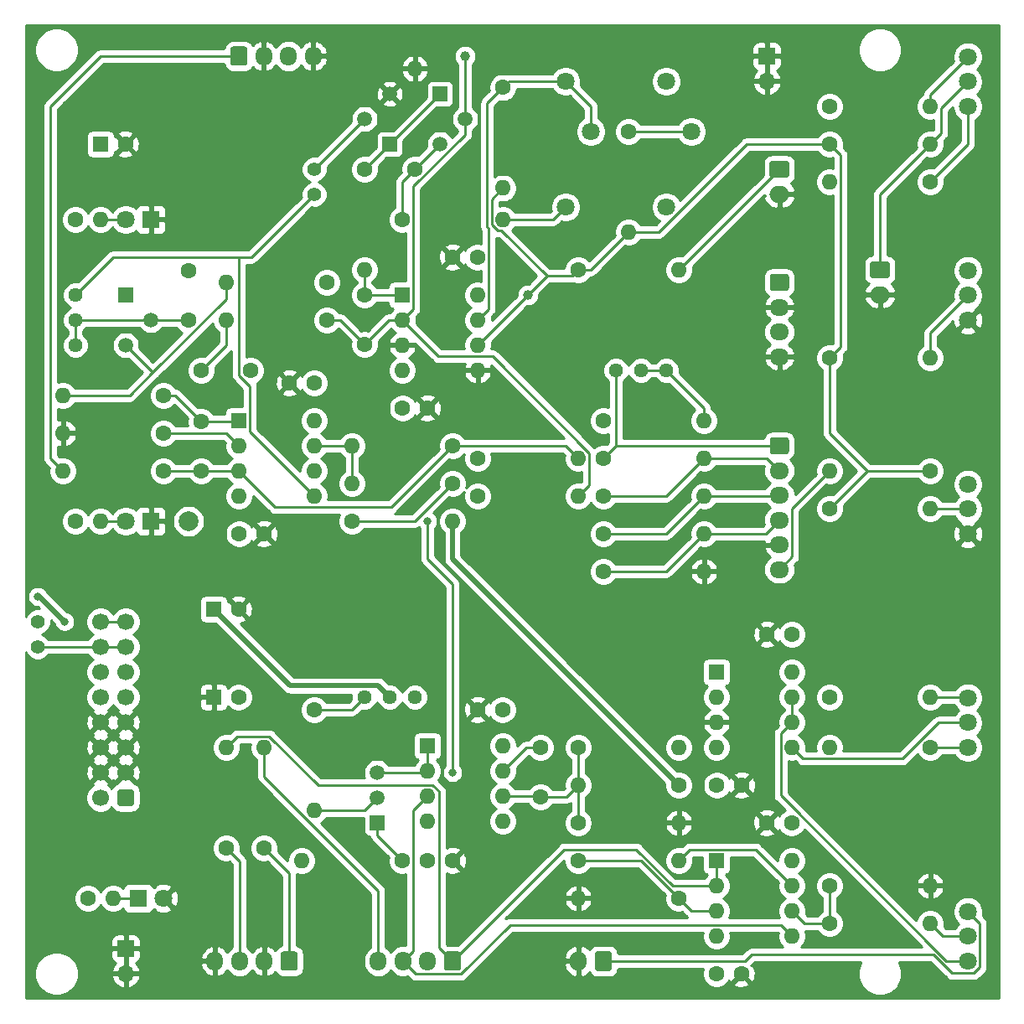
<source format=gbr>
G04 #@! TF.GenerationSoftware,KiCad,Pcbnew,(5.1.10)-1*
G04 #@! TF.CreationDate,2022-02-08T11:48:00+09:00*
G04 #@! TF.ProjectId,AnVCO,416e5643-4f2e-46b6-9963-61645f706362,Ver. 1.0*
G04 #@! TF.SameCoordinates,Original*
G04 #@! TF.FileFunction,Copper,L1,Top*
G04 #@! TF.FilePolarity,Positive*
%FSLAX46Y46*%
G04 Gerber Fmt 4.6, Leading zero omitted, Abs format (unit mm)*
G04 Created by KiCad (PCBNEW (5.1.10)-1) date 2022-02-08 11:48:00*
%MOMM*%
%LPD*%
G01*
G04 APERTURE LIST*
G04 #@! TA.AperFunction,ComponentPad*
%ADD10O,1.600000X1.600000*%
G04 #@! TD*
G04 #@! TA.AperFunction,ComponentPad*
%ADD11C,1.600000*%
G04 #@! TD*
G04 #@! TA.AperFunction,ComponentPad*
%ADD12R,1.600000X1.600000*%
G04 #@! TD*
G04 #@! TA.AperFunction,ComponentPad*
%ADD13C,2.000000*%
G04 #@! TD*
G04 #@! TA.AperFunction,ComponentPad*
%ADD14C,1.440000*%
G04 #@! TD*
G04 #@! TA.AperFunction,ComponentPad*
%ADD15C,1.400000*%
G04 #@! TD*
G04 #@! TA.AperFunction,SMDPad,CuDef*
%ADD16C,1.000000*%
G04 #@! TD*
G04 #@! TA.AperFunction,ComponentPad*
%ADD17C,1.800000*%
G04 #@! TD*
G04 #@! TA.AperFunction,ComponentPad*
%ADD18R,1.500000X1.500000*%
G04 #@! TD*
G04 #@! TA.AperFunction,ComponentPad*
%ADD19C,1.500000*%
G04 #@! TD*
G04 #@! TA.AperFunction,ComponentPad*
%ADD20O,1.700000X2.000000*%
G04 #@! TD*
G04 #@! TA.AperFunction,ComponentPad*
%ADD21O,1.700000X1.950000*%
G04 #@! TD*
G04 #@! TA.AperFunction,ComponentPad*
%ADD22O,1.950000X1.700000*%
G04 #@! TD*
G04 #@! TA.AperFunction,ComponentPad*
%ADD23O,2.000000X1.700000*%
G04 #@! TD*
G04 #@! TA.AperFunction,ComponentPad*
%ADD24O,1.700000X1.700000*%
G04 #@! TD*
G04 #@! TA.AperFunction,ComponentPad*
%ADD25R,1.700000X1.700000*%
G04 #@! TD*
G04 #@! TA.AperFunction,ComponentPad*
%ADD26C,1.700000*%
G04 #@! TD*
G04 #@! TA.AperFunction,ComponentPad*
%ADD27R,1.800000X1.800000*%
G04 #@! TD*
G04 #@! TA.AperFunction,ViaPad*
%ADD28C,0.800000*%
G04 #@! TD*
G04 #@! TA.AperFunction,Conductor*
%ADD29C,0.500000*%
G04 #@! TD*
G04 #@! TA.AperFunction,Conductor*
%ADD30C,0.250000*%
G04 #@! TD*
G04 #@! TA.AperFunction,Conductor*
%ADD31C,0.254000*%
G04 #@! TD*
G04 #@! TA.AperFunction,Conductor*
%ADD32C,0.100000*%
G04 #@! TD*
G04 APERTURE END LIST*
D10*
G04 #@! TO.P,R36,2*
G04 #@! TO.N,/Saw2Tri/TRI_OUT*
X151130000Y-124460000D03*
D11*
G04 #@! TO.P,R36,1*
G04 #@! TO.N,Net-(C13-Pad2)*
X140970000Y-124460000D03*
G04 #@! TD*
D10*
G04 #@! TO.P,U3,8*
G04 #@! TO.N,+12V*
X133350000Y-124300000D03*
G04 #@! TO.P,U3,4*
G04 #@! TO.N,-12V*
X125730000Y-131920000D03*
G04 #@! TO.P,U3,7*
G04 #@! TO.N,/Saw2Tri/TRI_OUT*
X133350000Y-126840000D03*
G04 #@! TO.P,U3,3*
G04 #@! TO.N,/Saw2Sqr/SAW_IN*
X125730000Y-129380000D03*
G04 #@! TO.P,U3,6*
G04 #@! TO.N,Net-(C13-Pad2)*
X133350000Y-129380000D03*
G04 #@! TO.P,U3,2*
G04 #@! TO.N,Net-(Q4-Pad3)*
X125730000Y-126840000D03*
G04 #@! TO.P,U3,5*
G04 #@! TO.N,Net-(Q4-Pad2)*
X133350000Y-131920000D03*
D12*
G04 #@! TO.P,U3,1*
G04 #@! TO.N,Net-(Q4-Pad3)*
X125730000Y-124300000D03*
G04 #@! TD*
D10*
G04 #@! TO.P,R24,2*
G04 #@! TO.N,Net-(C7-Pad1)*
X140970000Y-95250000D03*
D11*
G04 #@! TO.P,R24,1*
G04 #@! TO.N,+5V*
X130810000Y-95250000D03*
G04 #@! TD*
D13*
G04 #@! TO.P,TP3,1*
G04 #@! TO.N,+12V*
X101600000Y-101600000D03*
G04 #@! TD*
D14*
G04 #@! TO.P,RV8,3*
G04 #@! TO.N,Net-(R34-Pad1)*
X119380000Y-119380000D03*
G04 #@! TO.P,RV8,2*
G04 #@! TO.N,+12V*
X121920000Y-119380000D03*
G04 #@! TO.P,RV8,1*
X124460000Y-119380000D03*
G04 #@! TD*
G04 #@! TO.P,RV1,3*
G04 #@! TO.N,Net-(R7-Pad2)*
X149860000Y-86360000D03*
G04 #@! TO.P,RV1,2*
X147320000Y-86360000D03*
G04 #@! TO.P,RV1,1*
G04 #@! TO.N,Net-(J8-Pad1)*
X144780000Y-86360000D03*
G04 #@! TD*
D10*
G04 #@! TO.P,R5,2*
G04 #@! TO.N,Net-(D3-Pad1)*
X93980000Y-139700000D03*
D11*
G04 #@! TO.P,R5,1*
G04 #@! TO.N,-12V*
X91440000Y-139700000D03*
G04 #@! TD*
D10*
G04 #@! TO.P,R4,2*
G04 #@! TO.N,Net-(D2-Pad2)*
X92710000Y-71120000D03*
D11*
G04 #@! TO.P,R4,1*
G04 #@! TO.N,+5V*
X90170000Y-71120000D03*
G04 #@! TD*
D10*
G04 #@! TO.P,R3,2*
G04 #@! TO.N,Net-(D1-Pad2)*
X92710000Y-101600000D03*
D11*
G04 #@! TO.P,R3,1*
G04 #@! TO.N,+12V*
X90170000Y-101600000D03*
G04 #@! TD*
D10*
G04 #@! TO.P,U5,8*
G04 #@! TO.N,+12V*
X162560000Y-135890000D03*
G04 #@! TO.P,U5,4*
G04 #@! TO.N,-12V*
X154940000Y-143510000D03*
G04 #@! TO.P,U5,7*
G04 #@! TO.N,Net-(R38-Pad2)*
X162560000Y-138430000D03*
G04 #@! TO.P,U5,3*
G04 #@! TO.N,Net-(R38-Pad1)*
X154940000Y-140970000D03*
G04 #@! TO.P,U5,6*
G04 #@! TO.N,Net-(R39-Pad1)*
X162560000Y-140970000D03*
G04 #@! TO.P,U5,2*
G04 #@! TO.N,/Saw2Sqr/SQR_OUT*
X154940000Y-138430000D03*
G04 #@! TO.P,U5,5*
G04 #@! TO.N,/Saw2Sqr/SAW_IN*
X162560000Y-143510000D03*
D12*
G04 #@! TO.P,U5,1*
G04 #@! TO.N,/Saw2Sqr/SQR_OUT*
X154940000Y-135890000D03*
G04 #@! TD*
D15*
G04 #@! TO.P,JP2,2*
G04 #@! TO.N,Net-(JP2-Pad2)*
X114300000Y-66040000D03*
G04 #@! TO.P,JP2,1*
G04 #@! TO.N,/Antilog_NPNO/I_SINK*
X114300000Y-68580000D03*
G04 #@! TD*
D10*
G04 #@! TO.P,R43,2*
G04 #@! TO.N,-12V*
X166370000Y-124460000D03*
D11*
G04 #@! TO.P,R43,1*
G04 #@! TO.N,Net-(R43-Pad1)*
X176530000Y-124460000D03*
G04 #@! TD*
D10*
G04 #@! TO.P,U4,8*
G04 #@! TO.N,+12V*
X162560000Y-116840000D03*
G04 #@! TO.P,U4,4*
G04 #@! TO.N,-12V*
X154940000Y-124460000D03*
G04 #@! TO.P,U4,7*
G04 #@! TO.N,Net-(RV9-Pad1)*
X162560000Y-119380000D03*
G04 #@! TO.P,U4,3*
G04 #@! TO.N,GND*
X154940000Y-121920000D03*
G04 #@! TO.P,U4,6*
G04 #@! TO.N,Net-(RV9-Pad1)*
X162560000Y-121920000D03*
G04 #@! TO.P,U4,2*
G04 #@! TO.N,Net-(U4-Pad1)*
X154940000Y-119380000D03*
G04 #@! TO.P,U4,5*
G04 #@! TO.N,Net-(RV10-Pad2)*
X162560000Y-124460000D03*
D12*
G04 #@! TO.P,U4,1*
G04 #@! TO.N,Net-(U4-Pad1)*
X154940000Y-116840000D03*
G04 #@! TD*
D10*
G04 #@! TO.P,U2,8*
G04 #@! TO.N,+12V*
X114300000Y-91440000D03*
G04 #@! TO.P,U2,4*
G04 #@! TO.N,-12V*
X106680000Y-99060000D03*
G04 #@! TO.P,U2,7*
G04 #@! TO.N,/Saw2Sqr/SAW_IN*
X114300000Y-93980000D03*
G04 #@! TO.P,U2,3*
G04 #@! TO.N,Net-(C7-Pad1)*
X106680000Y-96520000D03*
G04 #@! TO.P,U2,6*
G04 #@! TO.N,Net-(R29-Pad1)*
X114300000Y-96520000D03*
G04 #@! TO.P,U2,2*
G04 #@! TO.N,Net-(R30-Pad1)*
X106680000Y-93980000D03*
G04 #@! TO.P,U2,5*
G04 #@! TO.N,/Antilog_NPNO/I_SINK*
X114300000Y-99060000D03*
D12*
G04 #@! TO.P,U2,1*
G04 #@! TO.N,Net-(C7-Pad2)*
X106680000Y-91440000D03*
G04 #@! TD*
D10*
G04 #@! TO.P,U1,8*
G04 #@! TO.N,+12V*
X130810000Y-78740000D03*
G04 #@! TO.P,U1,4*
G04 #@! TO.N,-12V*
X123190000Y-86360000D03*
G04 #@! TO.P,U1,7*
G04 #@! TO.N,Net-(R20-Pad1)*
X130810000Y-81280000D03*
G04 #@! TO.P,U1,3*
G04 #@! TO.N,GND*
X123190000Y-83820000D03*
G04 #@! TO.P,U1,6*
G04 #@! TO.N,Net-(R10-Pad2)*
X130810000Y-83820000D03*
G04 #@! TO.P,U1,2*
G04 #@! TO.N,/Antilog_NPNO/VREF*
X123190000Y-81280000D03*
G04 #@! TO.P,U1,5*
G04 #@! TO.N,GND*
X130810000Y-86360000D03*
D12*
G04 #@! TO.P,U1,1*
G04 #@! TO.N,Net-(C6-Pad1)*
X123190000Y-78740000D03*
G04 #@! TD*
D16*
G04 #@! TO.P,TP2,1*
G04 #@! TO.N,/Antilog_NPNO/VREF*
X129540000Y-54610000D03*
G04 #@! TD*
G04 #@! TO.P,TP1,1*
G04 #@! TO.N,Net-(R10-Pad2)*
X135890000Y-78740000D03*
G04 #@! TD*
D17*
G04 #@! TO.P,RV10,1*
G04 #@! TO.N,Net-(R43-Pad1)*
X180340000Y-124460000D03*
G04 #@! TO.P,RV10,2*
G04 #@! TO.N,Net-(RV10-Pad2)*
X180340000Y-121960000D03*
G04 #@! TO.P,RV10,3*
G04 #@! TO.N,Net-(R40-Pad2)*
X180340000Y-119460000D03*
G04 #@! TD*
G04 #@! TO.P,RV9,1*
G04 #@! TO.N,Net-(RV9-Pad1)*
X180340000Y-146050000D03*
G04 #@! TO.P,RV9,2*
G04 #@! TO.N,Net-(R39-Pad2)*
X180340000Y-143550000D03*
G04 #@! TO.P,RV9,3*
G04 #@! TO.N,Net-(J11-Pad1)*
X180340000Y-141050000D03*
G04 #@! TD*
D14*
G04 #@! TO.P,RV7,3*
G04 #@! TO.N,/Antilog_NPNO/I_SINK*
X90170000Y-78740000D03*
G04 #@! TO.P,RV7,2*
G04 #@! TO.N,Net-(C8-Pad1)*
X90170000Y-81280000D03*
G04 #@! TO.P,RV7,1*
X90170000Y-83820000D03*
G04 #@! TD*
D17*
G04 #@! TO.P,RV6,1*
G04 #@! TO.N,GND*
X180340000Y-102870000D03*
G04 #@! TO.P,RV6,2*
G04 #@! TO.N,Net-(R22-Pad2)*
X180340000Y-100370000D03*
G04 #@! TO.P,RV6,3*
G04 #@! TO.N,Net-(J9-Pad3)*
X180340000Y-97870000D03*
G04 #@! TD*
G04 #@! TO.P,RV5,1*
G04 #@! TO.N,GND*
X180340000Y-81280000D03*
G04 #@! TO.P,RV5,2*
G04 #@! TO.N,Net-(R19-Pad2)*
X180340000Y-78780000D03*
G04 #@! TO.P,RV5,3*
G04 #@! TO.N,Net-(J9-Pad1)*
X180340000Y-76280000D03*
G04 #@! TD*
G04 #@! TO.P,RV4,3*
G04 #@! TO.N,Net-(R20-Pad1)*
X139700000Y-57150000D03*
G04 #@! TO.P,RV4,2*
X142240000Y-62230000D03*
G04 #@! TO.P,RV4,1*
G04 #@! TO.N,Net-(R17-Pad2)*
X139700000Y-69850000D03*
G04 #@! TD*
G04 #@! TO.P,RV3,3*
G04 #@! TO.N,+12V*
X149860000Y-57150000D03*
G04 #@! TO.P,RV3,2*
G04 #@! TO.N,Net-(R10-Pad1)*
X152400000Y-62230000D03*
G04 #@! TO.P,RV3,1*
G04 #@! TO.N,-12V*
X149860000Y-69850000D03*
G04 #@! TD*
G04 #@! TO.P,RV2,1*
G04 #@! TO.N,Net-(R11-Pad1)*
X180340000Y-59690000D03*
G04 #@! TO.P,RV2,2*
G04 #@! TO.N,Net-(J7-Pad1)*
X180340000Y-57190000D03*
G04 #@! TO.P,RV2,3*
G04 #@! TO.N,Net-(R8-Pad2)*
X180340000Y-54690000D03*
G04 #@! TD*
D10*
G04 #@! TO.P,R42,2*
G04 #@! TO.N,GND*
X176530000Y-138430000D03*
D11*
G04 #@! TO.P,R42,1*
G04 #@! TO.N,Net-(R39-Pad1)*
X166370000Y-138430000D03*
G04 #@! TD*
D10*
G04 #@! TO.P,R41,2*
G04 #@! TO.N,GND*
X140970000Y-139700000D03*
D11*
G04 #@! TO.P,R41,1*
G04 #@! TO.N,Net-(R38-Pad1)*
X151130000Y-139700000D03*
G04 #@! TD*
D10*
G04 #@! TO.P,R40,2*
G04 #@! TO.N,Net-(R40-Pad2)*
X176530000Y-119380000D03*
D11*
G04 #@! TO.P,R40,1*
G04 #@! TO.N,+12V*
X166370000Y-119380000D03*
G04 #@! TD*
D10*
G04 #@! TO.P,R39,2*
G04 #@! TO.N,Net-(R39-Pad2)*
X176530000Y-142240000D03*
D11*
G04 #@! TO.P,R39,1*
G04 #@! TO.N,Net-(R39-Pad1)*
X166370000Y-142240000D03*
G04 #@! TD*
D10*
G04 #@! TO.P,R38,2*
G04 #@! TO.N,Net-(R38-Pad2)*
X151130000Y-135890000D03*
D11*
G04 #@! TO.P,R38,1*
G04 #@! TO.N,Net-(R38-Pad1)*
X140970000Y-135890000D03*
G04 #@! TD*
D10*
G04 #@! TO.P,R37,2*
G04 #@! TO.N,GND*
X151130000Y-132080000D03*
D11*
G04 #@! TO.P,R37,1*
G04 #@! TO.N,Net-(C13-Pad2)*
X140970000Y-132080000D03*
G04 #@! TD*
D10*
G04 #@! TO.P,R35,2*
G04 #@! TO.N,-12V*
X113030000Y-135890000D03*
D11*
G04 #@! TO.P,R35,1*
G04 #@! TO.N,Net-(Q4-Pad1)*
X123190000Y-135890000D03*
G04 #@! TD*
D10*
G04 #@! TO.P,R34,2*
G04 #@! TO.N,Net-(Q4-Pad2)*
X114300000Y-130810000D03*
D11*
G04 #@! TO.P,R34,1*
G04 #@! TO.N,Net-(R34-Pad1)*
X114300000Y-120650000D03*
G04 #@! TD*
D10*
G04 #@! TO.P,R33,2*
G04 #@! TO.N,Net-(C13-Pad2)*
X140970000Y-128270000D03*
D11*
G04 #@! TO.P,R33,1*
G04 #@! TO.N,+5V*
X151130000Y-128270000D03*
G04 #@! TD*
D10*
G04 #@! TO.P,R32,2*
G04 #@! TO.N,/Saw2Sqr/SAW_IN*
X118110000Y-97790000D03*
D11*
G04 #@! TO.P,R32,1*
G04 #@! TO.N,Net-(R29-Pad1)*
X128270000Y-97790000D03*
G04 #@! TD*
D10*
G04 #@! TO.P,R31,2*
G04 #@! TO.N,Net-(C10-Pad1)*
X105410000Y-81280000D03*
D11*
G04 #@! TO.P,R31,1*
G04 #@! TO.N,/Antilog_NPNO/VREF*
X115570000Y-81280000D03*
G04 #@! TD*
D10*
G04 #@! TO.P,R30,2*
G04 #@! TO.N,GND*
X88900000Y-92710000D03*
D11*
G04 #@! TO.P,R30,1*
G04 #@! TO.N,Net-(R30-Pad1)*
X99060000Y-92710000D03*
G04 #@! TD*
D10*
G04 #@! TO.P,R29,2*
G04 #@! TO.N,+5V*
X128270000Y-101600000D03*
D11*
G04 #@! TO.P,R29,1*
G04 #@! TO.N,Net-(R29-Pad1)*
X118110000Y-101600000D03*
G04 #@! TD*
D10*
G04 #@! TO.P,R28,2*
G04 #@! TO.N,/Saw2Sqr/SAW_IN*
X118110000Y-93980000D03*
D11*
G04 #@! TO.P,R28,1*
G04 #@! TO.N,Net-(C7-Pad1)*
X128270000Y-93980000D03*
G04 #@! TD*
D10*
G04 #@! TO.P,R27,2*
G04 #@! TO.N,/Antilog_NPNO/VREF*
X140970000Y-99060000D03*
D11*
G04 #@! TO.P,R27,1*
G04 #@! TO.N,+5V*
X130810000Y-99060000D03*
G04 #@! TD*
D10*
G04 #@! TO.P,R26,2*
G04 #@! TO.N,Net-(Q3-Pad3)*
X88900000Y-88900000D03*
D11*
G04 #@! TO.P,R26,1*
G04 #@! TO.N,Net-(C7-Pad2)*
X99060000Y-88900000D03*
G04 #@! TD*
D10*
G04 #@! TO.P,R25,2*
G04 #@! TO.N,Net-(Q3-Pad3)*
X105410000Y-77470000D03*
D11*
G04 #@! TO.P,R25,1*
G04 #@! TO.N,+5V*
X115570000Y-77470000D03*
G04 #@! TD*
D10*
G04 #@! TO.P,R23,2*
G04 #@! TO.N,Net-(J10-Pad1)*
X88900000Y-96520000D03*
D11*
G04 #@! TO.P,R23,1*
G04 #@! TO.N,Net-(C7-Pad1)*
X99060000Y-96520000D03*
G04 #@! TD*
D10*
G04 #@! TO.P,R22,2*
G04 #@! TO.N,Net-(R22-Pad2)*
X176530000Y-100330000D03*
D11*
G04 #@! TO.P,R22,1*
G04 #@! TO.N,Net-(R10-Pad2)*
X166370000Y-100330000D03*
G04 #@! TD*
D10*
G04 #@! TO.P,R21,2*
G04 #@! TO.N,Net-(C6-Pad1)*
X119380000Y-76200000D03*
D11*
G04 #@! TO.P,R21,1*
G04 #@! TO.N,Net-(Q1-Pad1)*
X119380000Y-66040000D03*
G04 #@! TD*
D10*
G04 #@! TO.P,R20,2*
G04 #@! TO.N,Net-(R10-Pad2)*
X133350000Y-67945000D03*
D11*
G04 #@! TO.P,R20,1*
G04 #@! TO.N,Net-(R20-Pad1)*
X133350000Y-57785000D03*
G04 #@! TD*
D10*
G04 #@! TO.P,R19,2*
G04 #@! TO.N,Net-(R19-Pad2)*
X176530000Y-85090000D03*
D11*
G04 #@! TO.P,R19,1*
G04 #@! TO.N,Net-(R10-Pad2)*
X166370000Y-85090000D03*
G04 #@! TD*
D10*
G04 #@! TO.P,R18,2*
G04 #@! TO.N,GND*
X124460000Y-55880000D03*
D11*
G04 #@! TO.P,R18,1*
G04 #@! TO.N,Net-(Q1-Pad3)*
X124460000Y-66040000D03*
G04 #@! TD*
D10*
G04 #@! TO.P,R17,2*
G04 #@! TO.N,Net-(R17-Pad2)*
X133350000Y-71120000D03*
D11*
G04 #@! TO.P,R17,1*
G04 #@! TO.N,Net-(Q1-Pad3)*
X123190000Y-71120000D03*
G04 #@! TD*
D10*
G04 #@! TO.P,R16,2*
G04 #@! TO.N,GND*
X153670000Y-106680000D03*
D11*
G04 #@! TO.P,R16,1*
G04 #@! TO.N,Net-(J8-Pad4)*
X143510000Y-106680000D03*
G04 #@! TD*
D10*
G04 #@! TO.P,R15,2*
G04 #@! TO.N,Net-(J8-Pad6)*
X166370000Y-96520000D03*
D11*
G04 #@! TO.P,R15,1*
G04 #@! TO.N,Net-(R10-Pad2)*
X176530000Y-96520000D03*
G04 #@! TD*
D10*
G04 #@! TO.P,R14,2*
G04 #@! TO.N,Net-(J8-Pad4)*
X153670000Y-102870000D03*
D11*
G04 #@! TO.P,R14,1*
G04 #@! TO.N,Net-(J8-Pad3)*
X143510000Y-102870000D03*
G04 #@! TD*
D10*
G04 #@! TO.P,R13,2*
G04 #@! TO.N,Net-(J8-Pad3)*
X153670000Y-99060000D03*
D11*
G04 #@! TO.P,R13,1*
G04 #@! TO.N,Net-(J8-Pad2)*
X143510000Y-99060000D03*
G04 #@! TD*
D10*
G04 #@! TO.P,R12,2*
G04 #@! TO.N,Net-(J8-Pad2)*
X153670000Y-95250000D03*
D11*
G04 #@! TO.P,R12,1*
G04 #@! TO.N,Net-(J8-Pad1)*
X143510000Y-95250000D03*
G04 #@! TD*
D10*
G04 #@! TO.P,R11,2*
G04 #@! TO.N,-12V*
X166370000Y-67310000D03*
D11*
G04 #@! TO.P,R11,1*
G04 #@! TO.N,Net-(R11-Pad1)*
X176530000Y-67310000D03*
G04 #@! TD*
D10*
G04 #@! TO.P,R10,2*
G04 #@! TO.N,Net-(R10-Pad2)*
X146050000Y-72390000D03*
D11*
G04 #@! TO.P,R10,1*
G04 #@! TO.N,Net-(R10-Pad1)*
X146050000Y-62230000D03*
G04 #@! TD*
D10*
G04 #@! TO.P,R9,2*
G04 #@! TO.N,Net-(J7-Pad1)*
X176530000Y-63500000D03*
D11*
G04 #@! TO.P,R9,1*
G04 #@! TO.N,Net-(R10-Pad2)*
X166370000Y-63500000D03*
G04 #@! TD*
D10*
G04 #@! TO.P,R8,2*
G04 #@! TO.N,Net-(R8-Pad2)*
X176530000Y-59690000D03*
D11*
G04 #@! TO.P,R8,1*
G04 #@! TO.N,+12V*
X166370000Y-59690000D03*
G04 #@! TD*
D10*
G04 #@! TO.P,R7,2*
G04 #@! TO.N,Net-(R7-Pad2)*
X153670000Y-91440000D03*
D11*
G04 #@! TO.P,R7,1*
G04 #@! TO.N,+12V*
X143510000Y-91440000D03*
G04 #@! TD*
D10*
G04 #@! TO.P,R6,2*
G04 #@! TO.N,/Antilog_NPNO/CV*
X151130000Y-76200000D03*
D11*
G04 #@! TO.P,R6,1*
G04 #@! TO.N,Net-(R10-Pad2)*
X140970000Y-76200000D03*
G04 #@! TD*
D10*
G04 #@! TO.P,R2,2*
G04 #@! TO.N,/Saw2Sqr/SQR_OUT*
X105410000Y-124460000D03*
D11*
G04 #@! TO.P,R2,1*
G04 #@! TO.N,Net-(J3-Pad3)*
X105410000Y-134620000D03*
G04 #@! TD*
D10*
G04 #@! TO.P,R1,2*
G04 #@! TO.N,Net-(J2-Pad4)*
X109220000Y-124460000D03*
D11*
G04 #@! TO.P,R1,1*
G04 #@! TO.N,Net-(J3-Pad1)*
X109220000Y-134620000D03*
G04 #@! TD*
D18*
G04 #@! TO.P,Q4,1*
G04 #@! TO.N,Net-(Q4-Pad1)*
X120650000Y-132080000D03*
D19*
G04 #@! TO.P,Q4,3*
G04 #@! TO.N,Net-(Q4-Pad3)*
X120650000Y-127000000D03*
G04 #@! TO.P,Q4,2*
G04 #@! TO.N,Net-(Q4-Pad2)*
X120650000Y-129540000D03*
G04 #@! TD*
D18*
G04 #@! TO.P,Q3,1*
G04 #@! TO.N,+5V*
X95250000Y-78740000D03*
D19*
G04 #@! TO.P,Q3,3*
G04 #@! TO.N,Net-(Q3-Pad3)*
X95250000Y-83820000D03*
G04 #@! TO.P,Q3,2*
G04 #@! TO.N,Net-(C8-Pad1)*
X97790000Y-81280000D03*
G04 #@! TD*
D18*
G04 #@! TO.P,Q2,1*
G04 #@! TO.N,Net-(Q1-Pad1)*
X121920000Y-63500000D03*
D19*
G04 #@! TO.P,Q2,3*
G04 #@! TO.N,GND*
X121920000Y-58420000D03*
G04 #@! TO.P,Q2,2*
G04 #@! TO.N,Net-(JP2-Pad2)*
X119380000Y-60960000D03*
G04 #@! TD*
D18*
G04 #@! TO.P,Q1,1*
G04 #@! TO.N,Net-(Q1-Pad1)*
X127000000Y-58420000D03*
D19*
G04 #@! TO.P,Q1,3*
G04 #@! TO.N,Net-(Q1-Pad3)*
X127000000Y-63500000D03*
G04 #@! TO.P,Q1,2*
G04 #@! TO.N,/Antilog_NPNO/VREF*
X129540000Y-60960000D03*
G04 #@! TD*
D15*
G04 #@! TO.P,JP1,2*
G04 #@! TO.N,/Antilog_NPNO/CV*
X86360000Y-111760000D03*
G04 #@! TO.P,JP1,1*
G04 #@! TO.N,Net-(J4-Pad13)*
X86360000Y-114300000D03*
G04 #@! TD*
D20*
G04 #@! TO.P,J11,2*
G04 #@! TO.N,GND*
X141010000Y-146050000D03*
G04 #@! TO.P,J11,1*
G04 #@! TO.N,Net-(J11-Pad1)*
G04 #@! TA.AperFunction,ComponentPad*
G36*
G01*
X144360000Y-145300000D02*
X144360000Y-146800000D01*
G75*
G02*
X144110000Y-147050000I-250000J0D01*
G01*
X142910000Y-147050000D01*
G75*
G02*
X142660000Y-146800000I0J250000D01*
G01*
X142660000Y-145300000D01*
G75*
G02*
X142910000Y-145050000I250000J0D01*
G01*
X144110000Y-145050000D01*
G75*
G02*
X144360000Y-145300000I0J-250000D01*
G01*
G37*
G04 #@! TD.AperFunction*
G04 #@! TD*
D21*
G04 #@! TO.P,J10,4*
G04 #@! TO.N,GND*
X114180000Y-54610000D03*
G04 #@! TO.P,J10,3*
G04 #@! TO.N,Net-(C10-Pad2)*
X111680000Y-54610000D03*
G04 #@! TO.P,J10,2*
G04 #@! TO.N,GND*
X109180000Y-54610000D03*
G04 #@! TO.P,J10,1*
G04 #@! TO.N,Net-(J10-Pad1)*
G04 #@! TA.AperFunction,ComponentPad*
G36*
G01*
X105830000Y-55335000D02*
X105830000Y-53885000D01*
G75*
G02*
X106080000Y-53635000I250000J0D01*
G01*
X107280000Y-53635000D01*
G75*
G02*
X107530000Y-53885000I0J-250000D01*
G01*
X107530000Y-55335000D01*
G75*
G02*
X107280000Y-55585000I-250000J0D01*
G01*
X106080000Y-55585000D01*
G75*
G02*
X105830000Y-55335000I0J250000D01*
G01*
G37*
G04 #@! TD.AperFunction*
G04 #@! TD*
D22*
G04 #@! TO.P,J9,4*
G04 #@! TO.N,GND*
X161290000Y-84970000D03*
G04 #@! TO.P,J9,3*
G04 #@! TO.N,Net-(J9-Pad3)*
X161290000Y-82470000D03*
G04 #@! TO.P,J9,2*
G04 #@! TO.N,GND*
X161290000Y-79970000D03*
G04 #@! TO.P,J9,1*
G04 #@! TO.N,Net-(J9-Pad1)*
G04 #@! TA.AperFunction,ComponentPad*
G36*
G01*
X160565000Y-76620000D02*
X162015000Y-76620000D01*
G75*
G02*
X162265000Y-76870000I0J-250000D01*
G01*
X162265000Y-78070000D01*
G75*
G02*
X162015000Y-78320000I-250000J0D01*
G01*
X160565000Y-78320000D01*
G75*
G02*
X160315000Y-78070000I0J250000D01*
G01*
X160315000Y-76870000D01*
G75*
G02*
X160565000Y-76620000I250000J0D01*
G01*
G37*
G04 #@! TD.AperFunction*
G04 #@! TD*
G04 #@! TO.P,J8,6*
G04 #@! TO.N,Net-(J8-Pad6)*
X161290000Y-106480000D03*
G04 #@! TO.P,J8,5*
G04 #@! TO.N,GND*
X161290000Y-103980000D03*
G04 #@! TO.P,J8,4*
G04 #@! TO.N,Net-(J8-Pad4)*
X161290000Y-101480000D03*
G04 #@! TO.P,J8,3*
G04 #@! TO.N,Net-(J8-Pad3)*
X161290000Y-98980000D03*
G04 #@! TO.P,J8,2*
G04 #@! TO.N,Net-(J8-Pad2)*
X161290000Y-96480000D03*
G04 #@! TO.P,J8,1*
G04 #@! TO.N,Net-(J8-Pad1)*
G04 #@! TA.AperFunction,ComponentPad*
G36*
G01*
X160565000Y-93130000D02*
X162015000Y-93130000D01*
G75*
G02*
X162265000Y-93380000I0J-250000D01*
G01*
X162265000Y-94580000D01*
G75*
G02*
X162015000Y-94830000I-250000J0D01*
G01*
X160565000Y-94830000D01*
G75*
G02*
X160315000Y-94580000I0J250000D01*
G01*
X160315000Y-93380000D01*
G75*
G02*
X160565000Y-93130000I250000J0D01*
G01*
G37*
G04 #@! TD.AperFunction*
G04 #@! TD*
D23*
G04 #@! TO.P,J7,2*
G04 #@! TO.N,GND*
X171450000Y-78700000D03*
G04 #@! TO.P,J7,1*
G04 #@! TO.N,Net-(J7-Pad1)*
G04 #@! TA.AperFunction,ComponentPad*
G36*
G01*
X170700000Y-75350000D02*
X172200000Y-75350000D01*
G75*
G02*
X172450000Y-75600000I0J-250000D01*
G01*
X172450000Y-76800000D01*
G75*
G02*
X172200000Y-77050000I-250000J0D01*
G01*
X170700000Y-77050000D01*
G75*
G02*
X170450000Y-76800000I0J250000D01*
G01*
X170450000Y-75600000D01*
G75*
G02*
X170700000Y-75350000I250000J0D01*
G01*
G37*
G04 #@! TD.AperFunction*
G04 #@! TD*
D24*
G04 #@! TO.P,J6,2*
G04 #@! TO.N,GND*
X95250000Y-147320000D03*
D25*
G04 #@! TO.P,J6,1*
X95250000Y-144780000D03*
G04 #@! TD*
D24*
G04 #@! TO.P,J5,2*
G04 #@! TO.N,GND*
X160020000Y-57150000D03*
D25*
G04 #@! TO.P,J5,1*
X160020000Y-54610000D03*
G04 #@! TD*
D26*
G04 #@! TO.P,J4,16*
G04 #@! TO.N,/GATE*
X92710000Y-111760000D03*
G04 #@! TO.P,J4,14*
G04 #@! TO.N,Net-(J4-Pad13)*
X92710000Y-114300000D03*
G04 #@! TO.P,J4,12*
G04 #@! TO.N,+5V*
X92710000Y-116840000D03*
G04 #@! TO.P,J4,10*
G04 #@! TO.N,+12V*
X92710000Y-119380000D03*
G04 #@! TO.P,J4,8*
G04 #@! TO.N,GND*
X92710000Y-121920000D03*
G04 #@! TO.P,J4,6*
X92710000Y-124460000D03*
G04 #@! TO.P,J4,4*
X92710000Y-127000000D03*
G04 #@! TO.P,J4,2*
G04 #@! TO.N,-12V*
X92710000Y-129540000D03*
G04 #@! TO.P,J4,15*
G04 #@! TO.N,/GATE*
X95250000Y-111760000D03*
G04 #@! TO.P,J4,13*
G04 #@! TO.N,Net-(J4-Pad13)*
X95250000Y-114300000D03*
G04 #@! TO.P,J4,11*
G04 #@! TO.N,+5V*
X95250000Y-116840000D03*
G04 #@! TO.P,J4,9*
G04 #@! TO.N,+12V*
X95250000Y-119380000D03*
G04 #@! TO.P,J4,7*
G04 #@! TO.N,GND*
X95250000Y-121920000D03*
G04 #@! TO.P,J4,5*
X95250000Y-124460000D03*
G04 #@! TO.P,J4,3*
X95250000Y-127000000D03*
G04 #@! TO.P,J4,1*
G04 #@! TO.N,-12V*
G04 #@! TA.AperFunction,ComponentPad*
G36*
G01*
X96100000Y-128940000D02*
X96100000Y-130140000D01*
G75*
G02*
X95850000Y-130390000I-250000J0D01*
G01*
X94650000Y-130390000D01*
G75*
G02*
X94400000Y-130140000I0J250000D01*
G01*
X94400000Y-128940000D01*
G75*
G02*
X94650000Y-128690000I250000J0D01*
G01*
X95850000Y-128690000D01*
G75*
G02*
X96100000Y-128940000I0J-250000D01*
G01*
G37*
G04 #@! TD.AperFunction*
G04 #@! TD*
D21*
G04 #@! TO.P,J3,4*
G04 #@! TO.N,GND*
X104260000Y-146050000D03*
G04 #@! TO.P,J3,3*
G04 #@! TO.N,Net-(J3-Pad3)*
X106760000Y-146050000D03*
G04 #@! TO.P,J3,2*
G04 #@! TO.N,GND*
X109260000Y-146050000D03*
G04 #@! TO.P,J3,1*
G04 #@! TO.N,Net-(J3-Pad1)*
G04 #@! TA.AperFunction,ComponentPad*
G36*
G01*
X112610000Y-145325000D02*
X112610000Y-146775000D01*
G75*
G02*
X112360000Y-147025000I-250000J0D01*
G01*
X111160000Y-147025000D01*
G75*
G02*
X110910000Y-146775000I0J250000D01*
G01*
X110910000Y-145325000D01*
G75*
G02*
X111160000Y-145075000I250000J0D01*
G01*
X112360000Y-145075000D01*
G75*
G02*
X112610000Y-145325000I0J-250000D01*
G01*
G37*
G04 #@! TD.AperFunction*
G04 #@! TD*
G04 #@! TO.P,J2,4*
G04 #@! TO.N,Net-(J2-Pad4)*
X120770000Y-146050000D03*
G04 #@! TO.P,J2,3*
G04 #@! TO.N,/Saw2Sqr/SAW_IN*
X123270000Y-146050000D03*
G04 #@! TO.P,J2,2*
G04 #@! TO.N,/Saw2Tri/TRI_OUT*
X125770000Y-146050000D03*
G04 #@! TO.P,J2,1*
G04 #@! TO.N,/Saw2Sqr/SQR_OUT*
G04 #@! TA.AperFunction,ComponentPad*
G36*
G01*
X129120000Y-145325000D02*
X129120000Y-146775000D01*
G75*
G02*
X128870000Y-147025000I-250000J0D01*
G01*
X127670000Y-147025000D01*
G75*
G02*
X127420000Y-146775000I0J250000D01*
G01*
X127420000Y-145325000D01*
G75*
G02*
X127670000Y-145075000I250000J0D01*
G01*
X128870000Y-145075000D01*
G75*
G02*
X129120000Y-145325000I0J-250000D01*
G01*
G37*
G04 #@! TD.AperFunction*
G04 #@! TD*
D23*
G04 #@! TO.P,J1,2*
G04 #@! TO.N,GND*
X161290000Y-68540000D03*
G04 #@! TO.P,J1,1*
G04 #@! TO.N,/Antilog_NPNO/CV*
G04 #@! TA.AperFunction,ComponentPad*
G36*
G01*
X160540000Y-65190000D02*
X162040000Y-65190000D01*
G75*
G02*
X162290000Y-65440000I0J-250000D01*
G01*
X162290000Y-66640000D01*
G75*
G02*
X162040000Y-66890000I-250000J0D01*
G01*
X160540000Y-66890000D01*
G75*
G02*
X160290000Y-66640000I0J250000D01*
G01*
X160290000Y-65440000D01*
G75*
G02*
X160540000Y-65190000I250000J0D01*
G01*
G37*
G04 #@! TD.AperFunction*
G04 #@! TD*
D17*
G04 #@! TO.P,D3,2*
G04 #@! TO.N,GND*
X99060000Y-139700000D03*
D27*
G04 #@! TO.P,D3,1*
G04 #@! TO.N,Net-(D3-Pad1)*
X96520000Y-139700000D03*
G04 #@! TD*
D17*
G04 #@! TO.P,D2,2*
G04 #@! TO.N,Net-(D2-Pad2)*
X95250000Y-71120000D03*
D27*
G04 #@! TO.P,D2,1*
G04 #@! TO.N,GND*
X97790000Y-71120000D03*
G04 #@! TD*
D17*
G04 #@! TO.P,D1,2*
G04 #@! TO.N,Net-(D1-Pad2)*
X95250000Y-101600000D03*
D27*
G04 #@! TO.P,D1,1*
G04 #@! TO.N,GND*
X97790000Y-101600000D03*
G04 #@! TD*
D11*
G04 #@! TO.P,C18,2*
G04 #@! TO.N,GND*
X157440000Y-147320000D03*
G04 #@! TO.P,C18,1*
G04 #@! TO.N,-12V*
X154940000Y-147320000D03*
G04 #@! TD*
G04 #@! TO.P,C17,2*
G04 #@! TO.N,+12V*
X162520000Y-132080000D03*
G04 #@! TO.P,C17,1*
G04 #@! TO.N,GND*
X160020000Y-132080000D03*
G04 #@! TD*
G04 #@! TO.P,C16,2*
G04 #@! TO.N,GND*
X157480000Y-128270000D03*
G04 #@! TO.P,C16,1*
G04 #@! TO.N,-12V*
X154980000Y-128270000D03*
G04 #@! TD*
G04 #@! TO.P,C15,2*
G04 #@! TO.N,+12V*
X162560000Y-113030000D03*
G04 #@! TO.P,C15,1*
G04 #@! TO.N,GND*
X160060000Y-113030000D03*
G04 #@! TD*
G04 #@! TO.P,C14,2*
G04 #@! TO.N,-12V*
X125770000Y-135890000D03*
G04 #@! TO.P,C14,1*
G04 #@! TO.N,GND*
X128270000Y-135890000D03*
G04 #@! TD*
G04 #@! TO.P,C13,2*
G04 #@! TO.N,Net-(C13-Pad2)*
X137160000Y-129460000D03*
G04 #@! TO.P,C13,1*
G04 #@! TO.N,/Saw2Tri/TRI_OUT*
X137160000Y-124460000D03*
G04 #@! TD*
G04 #@! TO.P,C12,2*
G04 #@! TO.N,+12V*
X133310000Y-120650000D03*
G04 #@! TO.P,C12,1*
G04 #@! TO.N,GND*
X130810000Y-120650000D03*
G04 #@! TD*
G04 #@! TO.P,C11,2*
G04 #@! TO.N,-12V*
X106720000Y-102870000D03*
G04 #@! TO.P,C11,1*
G04 #@! TO.N,GND*
X109220000Y-102870000D03*
G04 #@! TD*
G04 #@! TO.P,C10,2*
G04 #@! TO.N,Net-(C10-Pad2)*
X107870000Y-86360000D03*
G04 #@! TO.P,C10,1*
G04 #@! TO.N,Net-(C10-Pad1)*
X102870000Y-86360000D03*
G04 #@! TD*
G04 #@! TO.P,C9,2*
G04 #@! TO.N,+12V*
X114300000Y-87630000D03*
G04 #@! TO.P,C9,1*
G04 #@! TO.N,GND*
X111800000Y-87630000D03*
G04 #@! TD*
G04 #@! TO.P,C8,2*
G04 #@! TO.N,+5V*
X101600000Y-76280000D03*
G04 #@! TO.P,C8,1*
G04 #@! TO.N,Net-(C8-Pad1)*
X101600000Y-81280000D03*
G04 #@! TD*
G04 #@! TO.P,C7,2*
G04 #@! TO.N,Net-(C7-Pad2)*
X102870000Y-91520000D03*
G04 #@! TO.P,C7,1*
G04 #@! TO.N,Net-(C7-Pad1)*
X102870000Y-96520000D03*
G04 #@! TD*
G04 #@! TO.P,C6,2*
G04 #@! TO.N,/Antilog_NPNO/VREF*
X119380000Y-83740000D03*
G04 #@! TO.P,C6,1*
G04 #@! TO.N,Net-(C6-Pad1)*
X119380000Y-78740000D03*
G04 #@! TD*
G04 #@! TO.P,C5,2*
G04 #@! TO.N,-12V*
X123230000Y-90170000D03*
G04 #@! TO.P,C5,1*
G04 #@! TO.N,GND*
X125730000Y-90170000D03*
G04 #@! TD*
G04 #@! TO.P,C4,2*
G04 #@! TO.N,+12V*
X130770000Y-74930000D03*
G04 #@! TO.P,C4,1*
G04 #@! TO.N,GND*
X128270000Y-74930000D03*
G04 #@! TD*
G04 #@! TO.P,C3,2*
G04 #@! TO.N,-12V*
X106640000Y-119380000D03*
D12*
G04 #@! TO.P,C3,1*
G04 #@! TO.N,GND*
X104140000Y-119380000D03*
G04 #@! TD*
D11*
G04 #@! TO.P,C2,2*
G04 #@! TO.N,GND*
X95210000Y-63500000D03*
D12*
G04 #@! TO.P,C2,1*
G04 #@! TO.N,+5V*
X92710000Y-63500000D03*
G04 #@! TD*
D11*
G04 #@! TO.P,C1,2*
G04 #@! TO.N,GND*
X106640000Y-110490000D03*
D12*
G04 #@! TO.P,C1,1*
G04 #@! TO.N,+12V*
X104140000Y-110490000D03*
G04 #@! TD*
D28*
G04 #@! TO.N,GND*
X101600000Y-60960000D03*
X106680000Y-60960000D03*
X111760000Y-60960000D03*
X99060000Y-63500000D03*
X104140000Y-63500000D03*
X109220000Y-63500000D03*
X114300000Y-63500000D03*
X101600000Y-66040000D03*
X106680000Y-66040000D03*
X109220000Y-68580000D03*
X104140000Y-68580000D03*
X99060000Y-68580000D03*
X101600000Y-71120000D03*
X106680000Y-71120000D03*
X104140000Y-73660000D03*
X114300000Y-73660000D03*
X119380000Y-88900000D03*
X139700000Y-81280000D03*
X144780000Y-81280000D03*
X147320000Y-78740000D03*
X152400000Y-78740000D03*
X154940000Y-81280000D03*
X149860000Y-81280000D03*
X154940000Y-86360000D03*
X114300000Y-106680000D03*
X119380000Y-106680000D03*
X124460000Y-106680000D03*
X121920000Y-109220000D03*
X116840000Y-109220000D03*
X111760000Y-109220000D03*
X114300000Y-111760000D03*
X119380000Y-111760000D03*
X124460000Y-111760000D03*
X121920000Y-114300000D03*
X116840000Y-114300000D03*
X111760000Y-114300000D03*
X129540000Y-111760000D03*
X132080000Y-114300000D03*
X134620000Y-116840000D03*
X129540000Y-116840000D03*
X137160000Y-119380000D03*
X132080000Y-104140000D03*
X137160000Y-104140000D03*
X139700000Y-106680000D03*
X134620000Y-106680000D03*
X137160000Y-109220000D03*
X139700000Y-111760000D03*
X144780000Y-111760000D03*
X149860000Y-111760000D03*
X154940000Y-111760000D03*
X152400000Y-114300000D03*
X147320000Y-114300000D03*
X142240000Y-114300000D03*
X144780000Y-116840000D03*
X149860000Y-116840000D03*
X152400000Y-119380000D03*
X147320000Y-119380000D03*
X180340000Y-86360000D03*
X180340000Y-91440000D03*
X177800000Y-88900000D03*
X180340000Y-66040000D03*
X182880000Y-68580000D03*
X180340000Y-71120000D03*
X182880000Y-88900000D03*
X170180000Y-104140000D03*
X175260000Y-104140000D03*
X172720000Y-106680000D03*
X167640000Y-106680000D03*
X170180000Y-109220000D03*
X175260000Y-109220000D03*
X180340000Y-109220000D03*
X182880000Y-106680000D03*
X177800000Y-106680000D03*
X167640000Y-111760000D03*
X172720000Y-111760000D03*
X177800000Y-111760000D03*
X182880000Y-111760000D03*
X180340000Y-114300000D03*
X175260000Y-114300000D03*
X170180000Y-114300000D03*
X93980000Y-53340000D03*
X99060000Y-53340000D03*
X96520000Y-55880000D03*
X93980000Y-58420000D03*
X86360000Y-121920000D03*
X86360000Y-127000000D03*
X86360000Y-132080000D03*
X86360000Y-137160000D03*
X88900000Y-139700000D03*
X86360000Y-142240000D03*
X101600000Y-137160000D03*
X101600000Y-132080000D03*
X109220000Y-139700000D03*
X114300000Y-139700000D03*
X121920000Y-139700000D03*
X129540000Y-139700000D03*
X132080000Y-137160000D03*
X167640000Y-129540000D03*
X172720000Y-129540000D03*
X177800000Y-129540000D03*
X182880000Y-129540000D03*
X180340000Y-132080000D03*
X175260000Y-132080000D03*
X170180000Y-132080000D03*
X172720000Y-134620000D03*
X177800000Y-134620000D03*
X182880000Y-134620000D03*
X160020000Y-147320000D03*
X165100000Y-147320000D03*
X132080000Y-91440000D03*
X134620000Y-88900000D03*
X86360000Y-63500000D03*
X99060000Y-144780000D03*
X134620000Y-147320000D03*
X137160000Y-144780000D03*
X147320000Y-144780000D03*
X152400000Y-144780000D03*
X170180000Y-91440000D03*
X172720000Y-93980000D03*
X157480000Y-55880000D03*
X154940000Y-58420000D03*
X157480000Y-60960000D03*
X137160000Y-66040000D03*
X129540000Y-66040000D03*
X127000000Y-68580000D03*
X137160000Y-55880000D03*
X132080000Y-55880000D03*
X119380000Y-55880000D03*
X127000000Y-81280000D03*
X134620000Y-76200000D03*
X111760000Y-93980000D03*
X91440000Y-104140000D03*
X93980000Y-104140000D03*
X91440000Y-109220000D03*
X93980000Y-109220000D03*
X96520000Y-109220000D03*
X142240000Y-78740000D03*
X104140000Y-139700000D03*
X157480000Y-139700000D03*
G04 #@! TO.N,+5V*
X86360000Y-109220000D03*
X89069989Y-111740001D03*
G04 #@! TO.N,/Saw2Sqr/SAW_IN*
X128270000Y-127000000D03*
X125730000Y-101600000D03*
G04 #@! TD*
D29*
G04 #@! TO.N,+12V*
X120749999Y-118209999D02*
X121920000Y-119380000D01*
X111859999Y-118209999D02*
X120749999Y-118209999D01*
X104140000Y-110490000D02*
X111859999Y-118209999D01*
G04 #@! TO.N,+5V*
X86549988Y-109220000D02*
X89069989Y-111740001D01*
X86360000Y-109220000D02*
X86549988Y-109220000D01*
X128270000Y-105410000D02*
X151130000Y-128270000D01*
X128270000Y-101600000D02*
X128270000Y-105410000D01*
D30*
G04 #@! TO.N,/Antilog_NPNO/VREF*
X116920000Y-81280000D02*
X119380000Y-83740000D01*
X115570000Y-81280000D02*
X116920000Y-81280000D01*
X121840000Y-81280000D02*
X119380000Y-83740000D01*
X123190000Y-81280000D02*
X121840000Y-81280000D01*
X129540000Y-62551002D02*
X129540000Y-60960000D01*
X124315001Y-67776001D02*
X129540000Y-62551002D01*
X124315001Y-80154999D02*
X124315001Y-67776001D01*
X123190000Y-81280000D02*
X124315001Y-80154999D01*
X126855001Y-84945001D02*
X123190000Y-81280000D01*
X132330003Y-84945001D02*
X126855001Y-84945001D01*
X142095001Y-94709999D02*
X132330003Y-84945001D01*
X142095001Y-97934999D02*
X142095001Y-94709999D01*
X140970000Y-99060000D02*
X142095001Y-97934999D01*
X129540000Y-54610000D02*
X129540000Y-60960000D01*
G04 #@! TO.N,Net-(C6-Pad1)*
X119380000Y-76200000D02*
X119380000Y-78740000D01*
X119380000Y-78740000D02*
X123190000Y-78740000D01*
G04 #@! TO.N,Net-(C7-Pad2)*
X100250000Y-88900000D02*
X102870000Y-91520000D01*
X99060000Y-88900000D02*
X100250000Y-88900000D01*
X106600000Y-91520000D02*
X106680000Y-91440000D01*
X102870000Y-91520000D02*
X106600000Y-91520000D01*
G04 #@! TO.N,Net-(C7-Pad1)*
X99060000Y-96520000D02*
X102870000Y-96520000D01*
X102870000Y-96520000D02*
X106680000Y-96520000D01*
X122064999Y-100185001D02*
X128270000Y-93980000D01*
X110345001Y-100185001D02*
X122064999Y-100185001D01*
X106680000Y-96520000D02*
X110345001Y-100185001D01*
X139700000Y-93980000D02*
X140970000Y-95250000D01*
X128270000Y-93980000D02*
X139700000Y-93980000D01*
G04 #@! TO.N,Net-(C8-Pad1)*
X90170000Y-83820000D02*
X90170000Y-81280000D01*
X97790000Y-81280000D02*
X90170000Y-81280000D01*
X97790000Y-81280000D02*
X101600000Y-81280000D01*
G04 #@! TO.N,Net-(C10-Pad1)*
X105410000Y-83820000D02*
X102870000Y-86360000D01*
X105410000Y-81280000D02*
X105410000Y-83820000D01*
G04 #@! TO.N,Net-(C13-Pad2)*
X137080000Y-129380000D02*
X137160000Y-129460000D01*
X133350000Y-129380000D02*
X137080000Y-129380000D01*
X139780000Y-129460000D02*
X140970000Y-128270000D01*
X137160000Y-129460000D02*
X139780000Y-129460000D01*
X140970000Y-124460000D02*
X140970000Y-128270000D01*
X140970000Y-128270000D02*
X140970000Y-132080000D01*
G04 #@! TO.N,/Saw2Tri/TRI_OUT*
X135730000Y-124460000D02*
X133350000Y-126840000D01*
X137160000Y-124460000D02*
X135730000Y-124460000D01*
G04 #@! TO.N,Net-(D1-Pad2)*
X92710000Y-101600000D02*
X95250000Y-101600000D01*
G04 #@! TO.N,Net-(D2-Pad2)*
X92710000Y-71120000D02*
X95250000Y-71120000D01*
G04 #@! TO.N,Net-(D3-Pad1)*
X93980000Y-139700000D02*
X96520000Y-139700000D01*
G04 #@! TO.N,/Antilog_NPNO/CV*
X151130000Y-76200000D02*
X161290000Y-66040000D01*
G04 #@! TO.N,Net-(J2-Pad4)*
X120770000Y-138945002D02*
X109220000Y-127395002D01*
X109220000Y-127395002D02*
X109220000Y-124460000D01*
X120770000Y-146050000D02*
X120770000Y-138945002D01*
G04 #@! TO.N,/Saw2Sqr/SQR_OUT*
X154940000Y-135890000D02*
X154940000Y-138430000D01*
X146831409Y-134764999D02*
X139555001Y-134764999D01*
X139555001Y-134764999D02*
X128270000Y-146050000D01*
X150496410Y-138430000D02*
X146831409Y-134764999D01*
X154940000Y-138430000D02*
X150496410Y-138430000D01*
X106535001Y-123334999D02*
X105410000Y-124460000D01*
X109760001Y-123334999D02*
X106535001Y-123334999D01*
X126895001Y-128879999D02*
X126270001Y-128254999D01*
X114680001Y-128254999D02*
X109760001Y-123334999D01*
X126270001Y-128254999D02*
X114680001Y-128254999D01*
X126895001Y-144675001D02*
X126895001Y-128879999D01*
X128270000Y-146050000D02*
X126895001Y-144675001D01*
G04 #@! TO.N,/Saw2Sqr/SAW_IN*
X124570010Y-147350010D02*
X123270000Y-146050000D01*
X129108180Y-147350010D02*
X124570010Y-147350010D01*
X134073191Y-142384999D02*
X129108180Y-147350010D01*
X161434999Y-142384999D02*
X134073191Y-142384999D01*
X162560000Y-143510000D02*
X161434999Y-142384999D01*
X124315001Y-130794999D02*
X125730000Y-129380000D01*
X124315001Y-145004999D02*
X124315001Y-130794999D01*
X123270000Y-146050000D02*
X124315001Y-145004999D01*
X114300000Y-93980000D02*
X118110000Y-93980000D01*
X118110000Y-93980000D02*
X118110000Y-97790000D01*
X128270000Y-107950000D02*
X128270000Y-127000000D01*
X125730000Y-105410000D02*
X128270000Y-107950000D01*
X125730000Y-101600000D02*
X125730000Y-105410000D01*
G04 #@! TO.N,Net-(J3-Pad3)*
X106760000Y-135970000D02*
X105410000Y-134620000D01*
X106760000Y-146050000D02*
X106760000Y-135970000D01*
G04 #@! TO.N,Net-(J3-Pad1)*
X111760000Y-137160000D02*
X109220000Y-134620000D01*
X111760000Y-146050000D02*
X111760000Y-137160000D01*
G04 #@! TO.N,/GATE*
X92710000Y-111760000D02*
X95250000Y-111760000D01*
G04 #@! TO.N,Net-(J4-Pad13)*
X86360000Y-114300000D02*
X92710000Y-114300000D01*
X92710000Y-114300000D02*
X95250000Y-114300000D01*
G04 #@! TO.N,Net-(J7-Pad1)*
X171450000Y-68580000D02*
X176530000Y-63500000D01*
X171450000Y-76200000D02*
X171450000Y-68580000D01*
X177655001Y-59874999D02*
X180340000Y-57190000D01*
X177655001Y-62374999D02*
X177655001Y-59874999D01*
X176530000Y-63500000D02*
X177655001Y-62374999D01*
G04 #@! TO.N,Net-(J8-Pad6)*
X162590010Y-100299990D02*
X166370000Y-96520000D01*
X162590010Y-105179990D02*
X162590010Y-100299990D01*
X161290000Y-106480000D02*
X162590010Y-105179990D01*
G04 #@! TO.N,Net-(J8-Pad4)*
X149860000Y-106680000D02*
X153670000Y-102870000D01*
X143510000Y-106680000D02*
X149860000Y-106680000D01*
X159900000Y-102870000D02*
X161290000Y-101480000D01*
X153670000Y-102870000D02*
X159900000Y-102870000D01*
G04 #@! TO.N,Net-(J8-Pad3)*
X149860000Y-102870000D02*
X153670000Y-99060000D01*
X143510000Y-102870000D02*
X149860000Y-102870000D01*
X161210000Y-99060000D02*
X161290000Y-98980000D01*
X153670000Y-99060000D02*
X161210000Y-99060000D01*
G04 #@! TO.N,Net-(J8-Pad2)*
X149860000Y-99060000D02*
X153670000Y-95250000D01*
X143510000Y-99060000D02*
X149860000Y-99060000D01*
X160060000Y-95250000D02*
X161290000Y-96480000D01*
X153670000Y-95250000D02*
X160060000Y-95250000D01*
G04 #@! TO.N,Net-(J8-Pad1)*
X144780000Y-93980000D02*
X143510000Y-95250000D01*
X144780000Y-86360000D02*
X144780000Y-93980000D01*
X161290000Y-93980000D02*
X144780000Y-93980000D01*
G04 #@! TO.N,Net-(J10-Pad1)*
X88900000Y-96520000D02*
X87630000Y-95250000D01*
X87630000Y-95250000D02*
X87630000Y-59690000D01*
X92710000Y-54610000D02*
X106680000Y-54610000D01*
X87630000Y-59690000D02*
X92710000Y-54610000D01*
G04 #@! TO.N,Net-(J11-Pad1)*
X181565001Y-142275001D02*
X180340000Y-141050000D01*
X181565001Y-146638001D02*
X181565001Y-142275001D01*
X178743593Y-147275001D02*
X180928001Y-147275001D01*
X176863591Y-145394999D02*
X178743593Y-147275001D01*
X180928001Y-147275001D02*
X181565001Y-146638001D01*
X158490003Y-145394999D02*
X176863591Y-145394999D01*
X157835002Y-146050000D02*
X158490003Y-145394999D01*
X143510000Y-146050000D02*
X157835002Y-146050000D01*
G04 #@! TO.N,Net-(Q1-Pad1)*
X119380000Y-66040000D02*
X121920000Y-63500000D01*
X121920000Y-63500000D02*
X127000000Y-58420000D01*
G04 #@! TO.N,Net-(Q1-Pad3)*
X124460000Y-66040000D02*
X127000000Y-63500000D01*
X123190000Y-67310000D02*
X124460000Y-66040000D01*
X123190000Y-71120000D02*
X123190000Y-67310000D01*
G04 #@! TO.N,/Antilog_NPNO/I_SINK*
X90170000Y-78740000D02*
X93980000Y-74930000D01*
X107950000Y-74930000D02*
X114300000Y-68580000D01*
X107805001Y-87960003D02*
X106680000Y-86835002D01*
X107805001Y-92565001D02*
X107805001Y-87960003D01*
X114300000Y-99060000D02*
X107805001Y-92565001D01*
X106680000Y-86835002D02*
X106680000Y-77074998D01*
X106680000Y-77074998D02*
X106680000Y-74930000D01*
X106680000Y-74930000D02*
X107950000Y-74930000D01*
X93980000Y-74930000D02*
X106680000Y-74930000D01*
G04 #@! TO.N,Net-(Q3-Pad3)*
X105410000Y-79135002D02*
X105410000Y-77470000D01*
X88900000Y-88900000D02*
X95645002Y-88900000D01*
X95250000Y-83820000D02*
X97790000Y-86360000D01*
X97790000Y-86360000D02*
X97987501Y-86557501D01*
X97987501Y-86557501D02*
X105410000Y-79135002D01*
X95645002Y-88900000D02*
X97987501Y-86557501D01*
G04 #@! TO.N,Net-(Q4-Pad1)*
X120650000Y-133350000D02*
X123190000Y-135890000D01*
X120650000Y-132080000D02*
X120650000Y-133350000D01*
G04 #@! TO.N,Net-(Q4-Pad3)*
X125570000Y-127000000D02*
X125730000Y-126840000D01*
X120650000Y-127000000D02*
X125570000Y-127000000D01*
X125730000Y-126840000D02*
X125730000Y-124300000D01*
G04 #@! TO.N,Net-(Q4-Pad2)*
X119380000Y-130810000D02*
X120650000Y-129540000D01*
X114300000Y-130810000D02*
X119380000Y-130810000D01*
G04 #@! TO.N,Net-(R10-Pad2)*
X132224999Y-69070001D02*
X132224999Y-71660001D01*
X133350000Y-67945000D02*
X132224999Y-69070001D01*
X170180000Y-96520000D02*
X166370000Y-100330000D01*
X176530000Y-96520000D02*
X170180000Y-96520000D01*
X166370000Y-92710000D02*
X170180000Y-96520000D01*
X166370000Y-90170000D02*
X166370000Y-92710000D01*
X166370000Y-90170000D02*
X166370000Y-85090000D01*
X167495001Y-64625001D02*
X166370000Y-63500000D01*
X167495001Y-83964999D02*
X167495001Y-64625001D01*
X166370000Y-85090000D02*
X167495001Y-83964999D01*
X142240000Y-76200000D02*
X146050000Y-72390000D01*
X140970000Y-76200000D02*
X142240000Y-76200000D01*
X158023002Y-63500000D02*
X166370000Y-63500000D01*
X149133002Y-72390000D02*
X158023002Y-63500000D01*
X146050000Y-72390000D02*
X149133002Y-72390000D01*
X133205001Y-72245001D02*
X137795000Y-76835000D01*
X132809999Y-72245001D02*
X133205001Y-72245001D01*
X132224999Y-71660001D02*
X132809999Y-72245001D01*
X130810000Y-83820000D02*
X137795000Y-76835000D01*
X140335000Y-76835000D02*
X140970000Y-76200000D01*
X137795000Y-76835000D02*
X140335000Y-76835000D01*
G04 #@! TO.N,Net-(R7-Pad2)*
X147320000Y-86360000D02*
X149860000Y-86360000D01*
X153670000Y-90170000D02*
X149860000Y-86360000D01*
X153670000Y-91440000D02*
X153670000Y-90170000D01*
G04 #@! TO.N,Net-(R8-Pad2)*
X176530000Y-58500000D02*
X180340000Y-54690000D01*
X176530000Y-59690000D02*
X176530000Y-58500000D01*
G04 #@! TO.N,Net-(R10-Pad1)*
X146050000Y-62230000D02*
X152400000Y-62230000D01*
G04 #@! TO.N,Net-(R11-Pad1)*
X180340000Y-63500000D02*
X180340000Y-59690000D01*
X176530000Y-67310000D02*
X180340000Y-63500000D01*
G04 #@! TO.N,Net-(R17-Pad2)*
X138430000Y-71120000D02*
X139700000Y-69850000D01*
X133350000Y-71120000D02*
X138430000Y-71120000D01*
G04 #@! TO.N,Net-(R19-Pad2)*
X176530000Y-82590000D02*
X180340000Y-78780000D01*
X176530000Y-85090000D02*
X176530000Y-82590000D01*
G04 #@! TO.N,Net-(R20-Pad1)*
X133985000Y-57150000D02*
X133350000Y-57785000D01*
X139700000Y-57150000D02*
X133985000Y-57150000D01*
X131774989Y-59360011D02*
X133350000Y-57785000D01*
X131774989Y-71846401D02*
X131774989Y-59360011D01*
X131935001Y-72006413D02*
X131774989Y-71846401D01*
X131935001Y-80154999D02*
X131935001Y-76344999D01*
X130810000Y-81280000D02*
X131935001Y-80154999D01*
X142240000Y-59690000D02*
X139700000Y-57150000D01*
X142240000Y-62230000D02*
X142240000Y-59690000D01*
X131935001Y-76344999D02*
X131935001Y-72006413D01*
G04 #@! TO.N,Net-(R22-Pad2)*
X180300000Y-100330000D02*
X180340000Y-100370000D01*
X176530000Y-100330000D02*
X180300000Y-100330000D01*
G04 #@! TO.N,Net-(R29-Pad1)*
X124460000Y-101600000D02*
X128270000Y-97790000D01*
X118110000Y-101600000D02*
X124460000Y-101600000D01*
G04 #@! TO.N,Net-(R30-Pad1)*
X105410000Y-92710000D02*
X106680000Y-93980000D01*
X99060000Y-92710000D02*
X105410000Y-92710000D01*
G04 #@! TO.N,Net-(R34-Pad1)*
X118110000Y-120650000D02*
X119380000Y-119380000D01*
X114300000Y-120650000D02*
X118110000Y-120650000D01*
G04 #@! TO.N,Net-(R38-Pad2)*
X158894999Y-134764999D02*
X162560000Y-138430000D01*
X152255001Y-134764999D02*
X158894999Y-134764999D01*
X151130000Y-135890000D02*
X152255001Y-134764999D01*
G04 #@! TO.N,Net-(R38-Pad1)*
X147320000Y-135890000D02*
X151130000Y-139700000D01*
X140970000Y-135890000D02*
X147320000Y-135890000D01*
X152400000Y-140970000D02*
X151130000Y-139700000D01*
X154940000Y-140970000D02*
X152400000Y-140970000D01*
G04 #@! TO.N,Net-(R39-Pad2)*
X177840000Y-143550000D02*
X176530000Y-142240000D01*
X180340000Y-143550000D02*
X177840000Y-143550000D01*
G04 #@! TO.N,Net-(R39-Pad1)*
X166370000Y-138430000D02*
X166370000Y-142240000D01*
X163830000Y-142240000D02*
X162560000Y-140970000D01*
X166370000Y-142240000D02*
X163830000Y-142240000D01*
G04 #@! TO.N,Net-(R40-Pad2)*
X180260000Y-119380000D02*
X180340000Y-119460000D01*
X176530000Y-119380000D02*
X180260000Y-119380000D01*
G04 #@! TO.N,Net-(R43-Pad1)*
X176530000Y-124460000D02*
X180340000Y-124460000D01*
G04 #@! TO.N,Net-(RV9-Pad1)*
X162560000Y-119380000D02*
X162560000Y-121920000D01*
X178155002Y-146050000D02*
X180340000Y-146050000D01*
X161434999Y-129329997D02*
X178155002Y-146050000D01*
X161434999Y-123045001D02*
X161434999Y-129329997D01*
X162560000Y-121920000D02*
X161434999Y-123045001D01*
G04 #@! TO.N,Net-(RV10-Pad2)*
X177364998Y-121960000D02*
X180340000Y-121960000D01*
X173739997Y-125585001D02*
X177364998Y-121960000D01*
X163685001Y-125585001D02*
X173739997Y-125585001D01*
X162560000Y-124460000D02*
X163685001Y-125585001D01*
G04 #@! TO.N,Net-(JP2-Pad2)*
X114300000Y-66040000D02*
X119380000Y-60960000D01*
G04 #@! TD*
D31*
G04 #@! TO.N,GND*
X183465001Y-149810000D02*
X85140000Y-149810000D01*
X85140000Y-147099872D01*
X86030000Y-147099872D01*
X86030000Y-147540128D01*
X86115890Y-147971925D01*
X86284369Y-148378669D01*
X86528962Y-148744729D01*
X86840271Y-149056038D01*
X87206331Y-149300631D01*
X87613075Y-149469110D01*
X88044872Y-149555000D01*
X88485128Y-149555000D01*
X88916925Y-149469110D01*
X89323669Y-149300631D01*
X89689729Y-149056038D01*
X90001038Y-148744729D01*
X90245631Y-148378669D01*
X90414110Y-147971925D01*
X90472796Y-147676890D01*
X93808524Y-147676890D01*
X93853175Y-147824099D01*
X93978359Y-148086920D01*
X94152412Y-148320269D01*
X94368645Y-148515178D01*
X94618748Y-148664157D01*
X94893109Y-148761481D01*
X95123000Y-148640814D01*
X95123000Y-147447000D01*
X95377000Y-147447000D01*
X95377000Y-148640814D01*
X95606891Y-148761481D01*
X95881252Y-148664157D01*
X96131355Y-148515178D01*
X96347588Y-148320269D01*
X96521641Y-148086920D01*
X96646825Y-147824099D01*
X96691476Y-147676890D01*
X96570155Y-147447000D01*
X95377000Y-147447000D01*
X95123000Y-147447000D01*
X93929845Y-147447000D01*
X93808524Y-147676890D01*
X90472796Y-147676890D01*
X90500000Y-147540128D01*
X90500000Y-147099872D01*
X90414110Y-146668075D01*
X90245631Y-146261331D01*
X90001038Y-145895271D01*
X89735767Y-145630000D01*
X93761928Y-145630000D01*
X93774188Y-145754482D01*
X93810498Y-145874180D01*
X93869463Y-145984494D01*
X93948815Y-146081185D01*
X94045506Y-146160537D01*
X94155820Y-146219502D01*
X94236466Y-146243966D01*
X94152412Y-146319731D01*
X93978359Y-146553080D01*
X93853175Y-146815901D01*
X93808524Y-146963110D01*
X93929845Y-147193000D01*
X95123000Y-147193000D01*
X95123000Y-144907000D01*
X95377000Y-144907000D01*
X95377000Y-147193000D01*
X96570155Y-147193000D01*
X96691476Y-146963110D01*
X96646825Y-146815901D01*
X96521641Y-146553080D01*
X96414373Y-146409267D01*
X102793680Y-146409267D01*
X102867558Y-146690830D01*
X102994947Y-146952570D01*
X103170951Y-147184429D01*
X103388807Y-147377496D01*
X103640142Y-147524352D01*
X103903110Y-147616476D01*
X104133000Y-147495155D01*
X104133000Y-146177000D01*
X102933835Y-146177000D01*
X102793680Y-146409267D01*
X96414373Y-146409267D01*
X96347588Y-146319731D01*
X96263534Y-146243966D01*
X96344180Y-146219502D01*
X96454494Y-146160537D01*
X96551185Y-146081185D01*
X96630537Y-145984494D01*
X96689502Y-145874180D01*
X96725812Y-145754482D01*
X96732090Y-145690733D01*
X102793680Y-145690733D01*
X102933835Y-145923000D01*
X104133000Y-145923000D01*
X104133000Y-144604845D01*
X103903110Y-144483524D01*
X103640142Y-144575648D01*
X103388807Y-144722504D01*
X103170951Y-144915571D01*
X102994947Y-145147430D01*
X102867558Y-145409170D01*
X102793680Y-145690733D01*
X96732090Y-145690733D01*
X96738072Y-145630000D01*
X96735000Y-145065750D01*
X96576250Y-144907000D01*
X95377000Y-144907000D01*
X95123000Y-144907000D01*
X93923750Y-144907000D01*
X93765000Y-145065750D01*
X93761928Y-145630000D01*
X89735767Y-145630000D01*
X89689729Y-145583962D01*
X89323669Y-145339369D01*
X88916925Y-145170890D01*
X88485128Y-145085000D01*
X88044872Y-145085000D01*
X87613075Y-145170890D01*
X87206331Y-145339369D01*
X86840271Y-145583962D01*
X86528962Y-145895271D01*
X86284369Y-146261331D01*
X86115890Y-146668075D01*
X86030000Y-147099872D01*
X85140000Y-147099872D01*
X85140000Y-143930000D01*
X93761928Y-143930000D01*
X93765000Y-144494250D01*
X93923750Y-144653000D01*
X95123000Y-144653000D01*
X95123000Y-143453750D01*
X95377000Y-143453750D01*
X95377000Y-144653000D01*
X96576250Y-144653000D01*
X96735000Y-144494250D01*
X96738072Y-143930000D01*
X96725812Y-143805518D01*
X96689502Y-143685820D01*
X96630537Y-143575506D01*
X96551185Y-143478815D01*
X96454494Y-143399463D01*
X96344180Y-143340498D01*
X96224482Y-143304188D01*
X96100000Y-143291928D01*
X95535750Y-143295000D01*
X95377000Y-143453750D01*
X95123000Y-143453750D01*
X94964250Y-143295000D01*
X94400000Y-143291928D01*
X94275518Y-143304188D01*
X94155820Y-143340498D01*
X94045506Y-143399463D01*
X93948815Y-143478815D01*
X93869463Y-143575506D01*
X93810498Y-143685820D01*
X93774188Y-143805518D01*
X93761928Y-143930000D01*
X85140000Y-143930000D01*
X85140000Y-139558665D01*
X90005000Y-139558665D01*
X90005000Y-139841335D01*
X90060147Y-140118574D01*
X90168320Y-140379727D01*
X90325363Y-140614759D01*
X90525241Y-140814637D01*
X90760273Y-140971680D01*
X91021426Y-141079853D01*
X91298665Y-141135000D01*
X91581335Y-141135000D01*
X91858574Y-141079853D01*
X92119727Y-140971680D01*
X92354759Y-140814637D01*
X92554637Y-140614759D01*
X92710000Y-140382241D01*
X92865363Y-140614759D01*
X93065241Y-140814637D01*
X93300273Y-140971680D01*
X93561426Y-141079853D01*
X93838665Y-141135000D01*
X94121335Y-141135000D01*
X94398574Y-141079853D01*
X94659727Y-140971680D01*
X94894759Y-140814637D01*
X94993357Y-140716039D01*
X94994188Y-140724482D01*
X95030498Y-140844180D01*
X95089463Y-140954494D01*
X95168815Y-141051185D01*
X95265506Y-141130537D01*
X95375820Y-141189502D01*
X95495518Y-141225812D01*
X95620000Y-141238072D01*
X97420000Y-141238072D01*
X97544482Y-141225812D01*
X97664180Y-141189502D01*
X97774494Y-141130537D01*
X97871185Y-141051185D01*
X97950537Y-140954494D01*
X98009502Y-140844180D01*
X98012813Y-140833265D01*
X98059578Y-140880030D01*
X98175526Y-140764082D01*
X98259208Y-141018261D01*
X98531775Y-141149158D01*
X98824642Y-141224365D01*
X99126553Y-141240991D01*
X99425907Y-141198397D01*
X99711199Y-141098222D01*
X99860792Y-141018261D01*
X99944475Y-140764080D01*
X99060000Y-139879605D01*
X99045858Y-139893748D01*
X98866253Y-139714143D01*
X98880395Y-139700000D01*
X99239605Y-139700000D01*
X100124080Y-140584475D01*
X100378261Y-140500792D01*
X100509158Y-140228225D01*
X100584365Y-139935358D01*
X100600991Y-139633447D01*
X100558397Y-139334093D01*
X100458222Y-139048801D01*
X100378261Y-138899208D01*
X100124080Y-138815525D01*
X99239605Y-139700000D01*
X98880395Y-139700000D01*
X98866253Y-139685858D01*
X99045858Y-139506253D01*
X99060000Y-139520395D01*
X99944475Y-138635920D01*
X99860792Y-138381739D01*
X99588225Y-138250842D01*
X99295358Y-138175635D01*
X98993447Y-138159009D01*
X98694093Y-138201603D01*
X98408801Y-138301778D01*
X98259208Y-138381739D01*
X98175526Y-138635918D01*
X98059578Y-138519970D01*
X98012813Y-138566735D01*
X98009502Y-138555820D01*
X97950537Y-138445506D01*
X97871185Y-138348815D01*
X97774494Y-138269463D01*
X97664180Y-138210498D01*
X97544482Y-138174188D01*
X97420000Y-138161928D01*
X95620000Y-138161928D01*
X95495518Y-138174188D01*
X95375820Y-138210498D01*
X95265506Y-138269463D01*
X95168815Y-138348815D01*
X95089463Y-138445506D01*
X95030498Y-138555820D01*
X94994188Y-138675518D01*
X94993357Y-138683961D01*
X94894759Y-138585363D01*
X94659727Y-138428320D01*
X94398574Y-138320147D01*
X94121335Y-138265000D01*
X93838665Y-138265000D01*
X93561426Y-138320147D01*
X93300273Y-138428320D01*
X93065241Y-138585363D01*
X92865363Y-138785241D01*
X92710000Y-139017759D01*
X92554637Y-138785241D01*
X92354759Y-138585363D01*
X92119727Y-138428320D01*
X91858574Y-138320147D01*
X91581335Y-138265000D01*
X91298665Y-138265000D01*
X91021426Y-138320147D01*
X90760273Y-138428320D01*
X90525241Y-138585363D01*
X90325363Y-138785241D01*
X90168320Y-139020273D01*
X90060147Y-139281426D01*
X90005000Y-139558665D01*
X85140000Y-139558665D01*
X85140000Y-134478665D01*
X103975000Y-134478665D01*
X103975000Y-134761335D01*
X104030147Y-135038574D01*
X104138320Y-135299727D01*
X104295363Y-135534759D01*
X104495241Y-135734637D01*
X104730273Y-135891680D01*
X104991426Y-135999853D01*
X105268665Y-136055000D01*
X105551335Y-136055000D01*
X105733886Y-136018688D01*
X106000001Y-136284803D01*
X106000000Y-144647406D01*
X105930987Y-144684294D01*
X105704866Y-144869866D01*
X105519294Y-145095986D01*
X105505538Y-145121722D01*
X105349049Y-144915571D01*
X105131193Y-144722504D01*
X104879858Y-144575648D01*
X104616890Y-144483524D01*
X104387000Y-144604845D01*
X104387000Y-145923000D01*
X104407000Y-145923000D01*
X104407000Y-146177000D01*
X104387000Y-146177000D01*
X104387000Y-147495155D01*
X104616890Y-147616476D01*
X104879858Y-147524352D01*
X105131193Y-147377496D01*
X105349049Y-147184429D01*
X105505538Y-146978278D01*
X105519294Y-147004013D01*
X105704866Y-147230134D01*
X105930986Y-147415706D01*
X106188966Y-147553599D01*
X106468889Y-147638513D01*
X106760000Y-147667185D01*
X107051110Y-147638513D01*
X107331033Y-147553599D01*
X107589013Y-147415706D01*
X107815134Y-147230134D01*
X108000706Y-147004014D01*
X108014462Y-146978278D01*
X108170951Y-147184429D01*
X108388807Y-147377496D01*
X108640142Y-147524352D01*
X108903110Y-147616476D01*
X109133000Y-147495155D01*
X109133000Y-146177000D01*
X109113000Y-146177000D01*
X109113000Y-145923000D01*
X109133000Y-145923000D01*
X109133000Y-144604845D01*
X108903110Y-144483524D01*
X108640142Y-144575648D01*
X108388807Y-144722504D01*
X108170951Y-144915571D01*
X108014462Y-145121722D01*
X108000706Y-145095986D01*
X107815134Y-144869866D01*
X107589014Y-144684294D01*
X107520000Y-144647405D01*
X107520000Y-136007322D01*
X107523676Y-135969999D01*
X107520000Y-135932676D01*
X107520000Y-135932667D01*
X107509003Y-135821014D01*
X107465546Y-135677753D01*
X107394974Y-135545724D01*
X107300001Y-135429999D01*
X107271003Y-135406201D01*
X106808688Y-134943886D01*
X106845000Y-134761335D01*
X106845000Y-134478665D01*
X107785000Y-134478665D01*
X107785000Y-134761335D01*
X107840147Y-135038574D01*
X107948320Y-135299727D01*
X108105363Y-135534759D01*
X108305241Y-135734637D01*
X108540273Y-135891680D01*
X108801426Y-135999853D01*
X109078665Y-136055000D01*
X109361335Y-136055000D01*
X109543886Y-136018688D01*
X111000001Y-137474804D01*
X111000000Y-144452687D01*
X110986746Y-144453992D01*
X110820150Y-144504528D01*
X110666614Y-144586595D01*
X110532038Y-144697038D01*
X110421595Y-144831614D01*
X110365286Y-144936961D01*
X110349049Y-144915571D01*
X110131193Y-144722504D01*
X109879858Y-144575648D01*
X109616890Y-144483524D01*
X109387000Y-144604845D01*
X109387000Y-145923000D01*
X109407000Y-145923000D01*
X109407000Y-146177000D01*
X109387000Y-146177000D01*
X109387000Y-147495155D01*
X109616890Y-147616476D01*
X109879858Y-147524352D01*
X110131193Y-147377496D01*
X110349049Y-147184429D01*
X110365286Y-147163039D01*
X110421595Y-147268386D01*
X110532038Y-147402962D01*
X110666614Y-147513405D01*
X110820150Y-147595472D01*
X110986746Y-147646008D01*
X111160000Y-147663072D01*
X112360000Y-147663072D01*
X112533254Y-147646008D01*
X112699850Y-147595472D01*
X112853386Y-147513405D01*
X112987962Y-147402962D01*
X113098405Y-147268386D01*
X113180472Y-147114850D01*
X113231008Y-146948254D01*
X113248072Y-146775000D01*
X113248072Y-145325000D01*
X113231008Y-145151746D01*
X113180472Y-144985150D01*
X113098405Y-144831614D01*
X112987962Y-144697038D01*
X112853386Y-144586595D01*
X112699850Y-144504528D01*
X112533254Y-144453992D01*
X112520000Y-144452687D01*
X112520000Y-137231983D01*
X112611426Y-137269853D01*
X112888665Y-137325000D01*
X113171335Y-137325000D01*
X113448574Y-137269853D01*
X113709727Y-137161680D01*
X113944759Y-137004637D01*
X114144637Y-136804759D01*
X114301680Y-136569727D01*
X114409853Y-136308574D01*
X114465000Y-136031335D01*
X114465000Y-135748665D01*
X114409853Y-135471426D01*
X114301680Y-135210273D01*
X114144637Y-134975241D01*
X113944759Y-134775363D01*
X113709727Y-134618320D01*
X113448574Y-134510147D01*
X113171335Y-134455000D01*
X112888665Y-134455000D01*
X112611426Y-134510147D01*
X112350273Y-134618320D01*
X112115241Y-134775363D01*
X111915363Y-134975241D01*
X111758320Y-135210273D01*
X111650147Y-135471426D01*
X111595000Y-135748665D01*
X111595000Y-135920198D01*
X110618688Y-134943886D01*
X110655000Y-134761335D01*
X110655000Y-134478665D01*
X110599853Y-134201426D01*
X110491680Y-133940273D01*
X110334637Y-133705241D01*
X110134759Y-133505363D01*
X109899727Y-133348320D01*
X109638574Y-133240147D01*
X109361335Y-133185000D01*
X109078665Y-133185000D01*
X108801426Y-133240147D01*
X108540273Y-133348320D01*
X108305241Y-133505363D01*
X108105363Y-133705241D01*
X107948320Y-133940273D01*
X107840147Y-134201426D01*
X107785000Y-134478665D01*
X106845000Y-134478665D01*
X106789853Y-134201426D01*
X106681680Y-133940273D01*
X106524637Y-133705241D01*
X106324759Y-133505363D01*
X106089727Y-133348320D01*
X105828574Y-133240147D01*
X105551335Y-133185000D01*
X105268665Y-133185000D01*
X104991426Y-133240147D01*
X104730273Y-133348320D01*
X104495241Y-133505363D01*
X104295363Y-133705241D01*
X104138320Y-133940273D01*
X104030147Y-134201426D01*
X103975000Y-134478665D01*
X85140000Y-134478665D01*
X85140000Y-129393740D01*
X91225000Y-129393740D01*
X91225000Y-129686260D01*
X91282068Y-129973158D01*
X91394010Y-130243411D01*
X91556525Y-130486632D01*
X91763368Y-130693475D01*
X92006589Y-130855990D01*
X92276842Y-130967932D01*
X92563740Y-131025000D01*
X92856260Y-131025000D01*
X93143158Y-130967932D01*
X93413411Y-130855990D01*
X93656632Y-130693475D01*
X93843715Y-130506392D01*
X93911595Y-130633386D01*
X94022038Y-130767962D01*
X94156614Y-130878405D01*
X94310150Y-130960472D01*
X94476746Y-131011008D01*
X94650000Y-131028072D01*
X95850000Y-131028072D01*
X96023254Y-131011008D01*
X96189850Y-130960472D01*
X96343386Y-130878405D01*
X96477962Y-130767962D01*
X96588405Y-130633386D01*
X96670472Y-130479850D01*
X96721008Y-130313254D01*
X96738072Y-130140000D01*
X96738072Y-128940000D01*
X96721008Y-128766746D01*
X96670472Y-128600150D01*
X96588405Y-128446614D01*
X96477962Y-128312038D01*
X96343386Y-128201595D01*
X96189850Y-128119528D01*
X96080707Y-128086420D01*
X96098792Y-128028397D01*
X95250000Y-127179605D01*
X94401208Y-128028397D01*
X94419293Y-128086420D01*
X94310150Y-128119528D01*
X94156614Y-128201595D01*
X94022038Y-128312038D01*
X93911595Y-128446614D01*
X93843715Y-128573608D01*
X93656632Y-128386525D01*
X93483271Y-128270689D01*
X93558792Y-128028397D01*
X92710000Y-127179605D01*
X91861208Y-128028397D01*
X91936729Y-128270689D01*
X91763368Y-128386525D01*
X91556525Y-128593368D01*
X91394010Y-128836589D01*
X91282068Y-129106842D01*
X91225000Y-129393740D01*
X85140000Y-129393740D01*
X85140000Y-127068531D01*
X91219389Y-127068531D01*
X91261401Y-127358019D01*
X91359081Y-127633747D01*
X91432528Y-127771157D01*
X91681603Y-127848792D01*
X92530395Y-127000000D01*
X92889605Y-127000000D01*
X93738397Y-127848792D01*
X93980000Y-127773486D01*
X94221603Y-127848792D01*
X95070395Y-127000000D01*
X95429605Y-127000000D01*
X96278397Y-127848792D01*
X96527472Y-127771157D01*
X96653371Y-127507117D01*
X96725339Y-127223589D01*
X96740611Y-126931469D01*
X96698599Y-126641981D01*
X96600919Y-126366253D01*
X96527472Y-126228843D01*
X96278397Y-126151208D01*
X95429605Y-127000000D01*
X95070395Y-127000000D01*
X94221603Y-126151208D01*
X93980000Y-126226514D01*
X93738397Y-126151208D01*
X92889605Y-127000000D01*
X92530395Y-127000000D01*
X91681603Y-126151208D01*
X91432528Y-126228843D01*
X91306629Y-126492883D01*
X91234661Y-126776411D01*
X91219389Y-127068531D01*
X85140000Y-127068531D01*
X85140000Y-125488397D01*
X91861208Y-125488397D01*
X91936514Y-125730000D01*
X91861208Y-125971603D01*
X92710000Y-126820395D01*
X93558792Y-125971603D01*
X93483486Y-125730000D01*
X93558792Y-125488397D01*
X94401208Y-125488397D01*
X94476514Y-125730000D01*
X94401208Y-125971603D01*
X95250000Y-126820395D01*
X96098792Y-125971603D01*
X96023486Y-125730000D01*
X96098792Y-125488397D01*
X95250000Y-124639605D01*
X94401208Y-125488397D01*
X93558792Y-125488397D01*
X92710000Y-124639605D01*
X91861208Y-125488397D01*
X85140000Y-125488397D01*
X85140000Y-124528531D01*
X91219389Y-124528531D01*
X91261401Y-124818019D01*
X91359081Y-125093747D01*
X91432528Y-125231157D01*
X91681603Y-125308792D01*
X92530395Y-124460000D01*
X92889605Y-124460000D01*
X93738397Y-125308792D01*
X93980000Y-125233486D01*
X94221603Y-125308792D01*
X95070395Y-124460000D01*
X95429605Y-124460000D01*
X96278397Y-125308792D01*
X96527472Y-125231157D01*
X96653371Y-124967117D01*
X96725339Y-124683589D01*
X96740611Y-124391469D01*
X96730046Y-124318665D01*
X103975000Y-124318665D01*
X103975000Y-124601335D01*
X104030147Y-124878574D01*
X104138320Y-125139727D01*
X104295363Y-125374759D01*
X104495241Y-125574637D01*
X104730273Y-125731680D01*
X104991426Y-125839853D01*
X105268665Y-125895000D01*
X105551335Y-125895000D01*
X105828574Y-125839853D01*
X106089727Y-125731680D01*
X106324759Y-125574637D01*
X106524637Y-125374759D01*
X106681680Y-125139727D01*
X106789853Y-124878574D01*
X106845000Y-124601335D01*
X106845000Y-124318665D01*
X106808688Y-124136114D01*
X106849803Y-124094999D01*
X107829491Y-124094999D01*
X107785000Y-124318665D01*
X107785000Y-124601335D01*
X107840147Y-124878574D01*
X107948320Y-125139727D01*
X108105363Y-125374759D01*
X108305241Y-125574637D01*
X108460001Y-125678044D01*
X108460000Y-127357679D01*
X108456324Y-127395002D01*
X108460000Y-127432324D01*
X108460000Y-127432334D01*
X108470997Y-127543987D01*
X108514454Y-127687248D01*
X108585026Y-127819278D01*
X108624871Y-127867828D01*
X108679999Y-127935003D01*
X108709003Y-127958806D01*
X120010001Y-139259805D01*
X120010000Y-144647406D01*
X119940987Y-144684294D01*
X119714866Y-144869866D01*
X119529294Y-145095986D01*
X119391401Y-145353966D01*
X119306487Y-145633889D01*
X119285000Y-145852050D01*
X119285000Y-146247949D01*
X119306487Y-146466110D01*
X119391401Y-146746033D01*
X119529294Y-147004013D01*
X119714866Y-147230134D01*
X119940986Y-147415706D01*
X120198966Y-147553599D01*
X120478889Y-147638513D01*
X120770000Y-147667185D01*
X121061110Y-147638513D01*
X121341033Y-147553599D01*
X121599013Y-147415706D01*
X121825134Y-147230134D01*
X122010706Y-147004014D01*
X122020000Y-146986626D01*
X122029294Y-147004013D01*
X122214866Y-147230134D01*
X122440986Y-147415706D01*
X122698966Y-147553599D01*
X122978889Y-147638513D01*
X123270000Y-147667185D01*
X123561110Y-147638513D01*
X123731902Y-147586704D01*
X124006211Y-147861013D01*
X124030009Y-147890011D01*
X124145734Y-147984984D01*
X124277763Y-148055556D01*
X124421024Y-148099013D01*
X124532677Y-148110010D01*
X124532685Y-148110010D01*
X124570010Y-148113686D01*
X124607335Y-148110010D01*
X129070858Y-148110010D01*
X129108180Y-148113686D01*
X129145502Y-148110010D01*
X129145513Y-148110010D01*
X129257166Y-148099013D01*
X129400427Y-148055556D01*
X129532456Y-147984984D01*
X129648181Y-147890011D01*
X129671984Y-147861007D01*
X131123249Y-146409742D01*
X139538715Y-146409742D01*
X139607904Y-146692745D01*
X139730975Y-146956812D01*
X139903198Y-147191795D01*
X140117954Y-147388664D01*
X140366991Y-147539854D01*
X140640739Y-147639554D01*
X140653110Y-147641476D01*
X140883000Y-147520155D01*
X140883000Y-146177000D01*
X139682768Y-146177000D01*
X139538715Y-146409742D01*
X131123249Y-146409742D01*
X131842733Y-145690258D01*
X139538715Y-145690258D01*
X139682768Y-145923000D01*
X140883000Y-145923000D01*
X140883000Y-144579845D01*
X140653110Y-144458524D01*
X140640739Y-144460446D01*
X140366991Y-144560146D01*
X140117954Y-144711336D01*
X139903198Y-144908205D01*
X139730975Y-145143188D01*
X139607904Y-145407255D01*
X139538715Y-145690258D01*
X131842733Y-145690258D01*
X134387993Y-143144999D01*
X153549491Y-143144999D01*
X153505000Y-143368665D01*
X153505000Y-143651335D01*
X153560147Y-143928574D01*
X153668320Y-144189727D01*
X153825363Y-144424759D01*
X154025241Y-144624637D01*
X154260273Y-144781680D01*
X154521426Y-144889853D01*
X154798665Y-144945000D01*
X155081335Y-144945000D01*
X155358574Y-144889853D01*
X155619727Y-144781680D01*
X155854759Y-144624637D01*
X156054637Y-144424759D01*
X156211680Y-144189727D01*
X156319853Y-143928574D01*
X156375000Y-143651335D01*
X156375000Y-143368665D01*
X156330509Y-143144999D01*
X161120198Y-143144999D01*
X161161312Y-143186113D01*
X161125000Y-143368665D01*
X161125000Y-143651335D01*
X161180147Y-143928574D01*
X161288320Y-144189727D01*
X161445363Y-144424759D01*
X161645241Y-144624637D01*
X161660749Y-144634999D01*
X158527325Y-144634999D01*
X158490002Y-144631323D01*
X158452679Y-144634999D01*
X158452670Y-144634999D01*
X158341017Y-144645996D01*
X158197756Y-144689453D01*
X158065727Y-144760025D01*
X157950002Y-144854998D01*
X157926203Y-144883997D01*
X157520201Y-145290000D01*
X144997087Y-145290000D01*
X144981008Y-145126746D01*
X144930472Y-144960150D01*
X144848405Y-144806614D01*
X144737962Y-144672038D01*
X144603386Y-144561595D01*
X144449850Y-144479528D01*
X144283254Y-144428992D01*
X144110000Y-144411928D01*
X142910000Y-144411928D01*
X142736746Y-144428992D01*
X142570150Y-144479528D01*
X142416614Y-144561595D01*
X142282038Y-144672038D01*
X142171595Y-144806614D01*
X142117086Y-144908593D01*
X142116802Y-144908205D01*
X141902046Y-144711336D01*
X141653009Y-144560146D01*
X141379261Y-144460446D01*
X141366890Y-144458524D01*
X141137000Y-144579845D01*
X141137000Y-145923000D01*
X141157000Y-145923000D01*
X141157000Y-146177000D01*
X141137000Y-146177000D01*
X141137000Y-147520155D01*
X141366890Y-147641476D01*
X141379261Y-147639554D01*
X141653009Y-147539854D01*
X141902046Y-147388664D01*
X142116802Y-147191795D01*
X142117086Y-147191407D01*
X142171595Y-147293386D01*
X142282038Y-147427962D01*
X142416614Y-147538405D01*
X142570150Y-147620472D01*
X142736746Y-147671008D01*
X142910000Y-147688072D01*
X144110000Y-147688072D01*
X144283254Y-147671008D01*
X144449850Y-147620472D01*
X144603386Y-147538405D01*
X144737962Y-147427962D01*
X144848405Y-147293386D01*
X144930472Y-147139850D01*
X144981008Y-146973254D01*
X144997087Y-146810000D01*
X153598017Y-146810000D01*
X153560147Y-146901426D01*
X153505000Y-147178665D01*
X153505000Y-147461335D01*
X153560147Y-147738574D01*
X153668320Y-147999727D01*
X153825363Y-148234759D01*
X154025241Y-148434637D01*
X154260273Y-148591680D01*
X154521426Y-148699853D01*
X154798665Y-148755000D01*
X155081335Y-148755000D01*
X155358574Y-148699853D01*
X155619727Y-148591680D01*
X155854759Y-148434637D01*
X155976694Y-148312702D01*
X156626903Y-148312702D01*
X156698486Y-148556671D01*
X156953996Y-148677571D01*
X157228184Y-148746300D01*
X157510512Y-148760217D01*
X157790130Y-148718787D01*
X158056292Y-148623603D01*
X158181514Y-148556671D01*
X158253097Y-148312702D01*
X157440000Y-147499605D01*
X156626903Y-148312702D01*
X155976694Y-148312702D01*
X156054637Y-148234759D01*
X156188692Y-148034131D01*
X156203329Y-148061514D01*
X156447298Y-148133097D01*
X157260395Y-147320000D01*
X157246253Y-147305858D01*
X157425858Y-147126253D01*
X157440000Y-147140395D01*
X157454143Y-147126253D01*
X157633748Y-147305858D01*
X157619605Y-147320000D01*
X158432702Y-148133097D01*
X158676671Y-148061514D01*
X158797571Y-147806004D01*
X158866300Y-147531816D01*
X158880217Y-147249488D01*
X158838787Y-146969870D01*
X158743603Y-146703708D01*
X158676671Y-146578486D01*
X158448318Y-146511485D01*
X158804805Y-146154999D01*
X169540418Y-146154999D01*
X169469369Y-146261331D01*
X169300890Y-146668075D01*
X169215000Y-147099872D01*
X169215000Y-147540128D01*
X169300890Y-147971925D01*
X169469369Y-148378669D01*
X169713962Y-148744729D01*
X170025271Y-149056038D01*
X170391331Y-149300631D01*
X170798075Y-149469110D01*
X171229872Y-149555000D01*
X171670128Y-149555000D01*
X172101925Y-149469110D01*
X172508669Y-149300631D01*
X172874729Y-149056038D01*
X173186038Y-148744729D01*
X173430631Y-148378669D01*
X173599110Y-147971925D01*
X173685000Y-147540128D01*
X173685000Y-147099872D01*
X173599110Y-146668075D01*
X173430631Y-146261331D01*
X173359582Y-146154999D01*
X176548790Y-146154999D01*
X178179794Y-147786004D01*
X178203592Y-147815002D01*
X178319317Y-147909975D01*
X178451346Y-147980547D01*
X178594607Y-148024004D01*
X178706260Y-148035001D01*
X178706269Y-148035001D01*
X178743592Y-148038677D01*
X178780915Y-148035001D01*
X180890679Y-148035001D01*
X180928001Y-148038677D01*
X180965323Y-148035001D01*
X180965334Y-148035001D01*
X181076987Y-148024004D01*
X181220248Y-147980547D01*
X181352277Y-147909975D01*
X181468002Y-147815002D01*
X181491804Y-147785999D01*
X182076005Y-147201799D01*
X182105002Y-147178002D01*
X182147667Y-147126015D01*
X182199975Y-147062278D01*
X182270547Y-146930248D01*
X182279290Y-146901426D01*
X182314004Y-146786987D01*
X182325001Y-146675334D01*
X182325001Y-146675325D01*
X182328677Y-146638002D01*
X182325001Y-146600679D01*
X182325001Y-142312323D01*
X182328677Y-142275000D01*
X182325001Y-142237677D01*
X182325001Y-142237668D01*
X182314004Y-142126015D01*
X182270547Y-141982754D01*
X182218167Y-141884759D01*
X182199975Y-141850724D01*
X182128800Y-141763998D01*
X182105002Y-141735000D01*
X182076004Y-141711202D01*
X181823731Y-141458930D01*
X181875000Y-141201184D01*
X181875000Y-140898816D01*
X181816011Y-140602257D01*
X181700299Y-140322905D01*
X181532312Y-140071495D01*
X181318505Y-139857688D01*
X181067095Y-139689701D01*
X180787743Y-139573989D01*
X180491184Y-139515000D01*
X180188816Y-139515000D01*
X179892257Y-139573989D01*
X179612905Y-139689701D01*
X179361495Y-139857688D01*
X179147688Y-140071495D01*
X178979701Y-140322905D01*
X178863989Y-140602257D01*
X178805000Y-140898816D01*
X178805000Y-141201184D01*
X178863989Y-141497743D01*
X178979701Y-141777095D01*
X179147688Y-142028505D01*
X179361495Y-142242312D01*
X179447831Y-142300000D01*
X179361495Y-142357688D01*
X179147688Y-142571495D01*
X179001687Y-142790000D01*
X178154802Y-142790000D01*
X177928688Y-142563886D01*
X177965000Y-142381335D01*
X177965000Y-142098665D01*
X177909853Y-141821426D01*
X177801680Y-141560273D01*
X177644637Y-141325241D01*
X177444759Y-141125363D01*
X177209727Y-140968320D01*
X176948574Y-140860147D01*
X176671335Y-140805000D01*
X176388665Y-140805000D01*
X176111426Y-140860147D01*
X175850273Y-140968320D01*
X175615241Y-141125363D01*
X175415363Y-141325241D01*
X175258320Y-141560273D01*
X175150147Y-141821426D01*
X175125440Y-141945636D01*
X171958843Y-138779039D01*
X175138096Y-138779039D01*
X175178754Y-138913087D01*
X175298963Y-139167420D01*
X175466481Y-139393414D01*
X175674869Y-139582385D01*
X175916119Y-139727070D01*
X176180960Y-139821909D01*
X176403000Y-139700624D01*
X176403000Y-138557000D01*
X176657000Y-138557000D01*
X176657000Y-139700624D01*
X176879040Y-139821909D01*
X177143881Y-139727070D01*
X177385131Y-139582385D01*
X177593519Y-139393414D01*
X177761037Y-139167420D01*
X177881246Y-138913087D01*
X177921904Y-138779039D01*
X177799915Y-138557000D01*
X176657000Y-138557000D01*
X176403000Y-138557000D01*
X175260085Y-138557000D01*
X175138096Y-138779039D01*
X171958843Y-138779039D01*
X171260765Y-138080961D01*
X175138096Y-138080961D01*
X175260085Y-138303000D01*
X176403000Y-138303000D01*
X176403000Y-137159376D01*
X176657000Y-137159376D01*
X176657000Y-138303000D01*
X177799915Y-138303000D01*
X177921904Y-138080961D01*
X177881246Y-137946913D01*
X177761037Y-137692580D01*
X177593519Y-137466586D01*
X177385131Y-137277615D01*
X177143881Y-137132930D01*
X176879040Y-137038091D01*
X176657000Y-137159376D01*
X176403000Y-137159376D01*
X176180960Y-137038091D01*
X175916119Y-137132930D01*
X175674869Y-137277615D01*
X175466481Y-137466586D01*
X175298963Y-137692580D01*
X175178754Y-137946913D01*
X175138096Y-138080961D01*
X171260765Y-138080961D01*
X162194999Y-129015196D01*
X162194999Y-125850509D01*
X162418665Y-125895000D01*
X162701335Y-125895000D01*
X162883886Y-125858688D01*
X163121202Y-126096004D01*
X163145000Y-126125002D01*
X163260725Y-126219975D01*
X163392754Y-126290547D01*
X163536015Y-126334004D01*
X163647668Y-126345001D01*
X163647676Y-126345001D01*
X163685001Y-126348677D01*
X163722326Y-126345001D01*
X173702675Y-126345001D01*
X173739997Y-126348677D01*
X173777319Y-126345001D01*
X173777330Y-126345001D01*
X173888983Y-126334004D01*
X174032244Y-126290547D01*
X174164273Y-126219975D01*
X174279998Y-126125002D01*
X174303801Y-126095998D01*
X175259022Y-125140777D01*
X175415363Y-125374759D01*
X175615241Y-125574637D01*
X175850273Y-125731680D01*
X176111426Y-125839853D01*
X176388665Y-125895000D01*
X176671335Y-125895000D01*
X176948574Y-125839853D01*
X177209727Y-125731680D01*
X177444759Y-125574637D01*
X177644637Y-125374759D01*
X177748043Y-125220000D01*
X179001687Y-125220000D01*
X179147688Y-125438505D01*
X179361495Y-125652312D01*
X179612905Y-125820299D01*
X179892257Y-125936011D01*
X180188816Y-125995000D01*
X180491184Y-125995000D01*
X180787743Y-125936011D01*
X181067095Y-125820299D01*
X181318505Y-125652312D01*
X181532312Y-125438505D01*
X181700299Y-125187095D01*
X181816011Y-124907743D01*
X181875000Y-124611184D01*
X181875000Y-124308816D01*
X181816011Y-124012257D01*
X181700299Y-123732905D01*
X181532312Y-123481495D01*
X181318505Y-123267688D01*
X181232169Y-123210000D01*
X181318505Y-123152312D01*
X181532312Y-122938505D01*
X181700299Y-122687095D01*
X181816011Y-122407743D01*
X181875000Y-122111184D01*
X181875000Y-121808816D01*
X181816011Y-121512257D01*
X181700299Y-121232905D01*
X181532312Y-120981495D01*
X181318505Y-120767688D01*
X181232169Y-120710000D01*
X181318505Y-120652312D01*
X181532312Y-120438505D01*
X181700299Y-120187095D01*
X181816011Y-119907743D01*
X181875000Y-119611184D01*
X181875000Y-119308816D01*
X181816011Y-119012257D01*
X181700299Y-118732905D01*
X181532312Y-118481495D01*
X181318505Y-118267688D01*
X181067095Y-118099701D01*
X180787743Y-117983989D01*
X180491184Y-117925000D01*
X180188816Y-117925000D01*
X179892257Y-117983989D01*
X179612905Y-118099701D01*
X179361495Y-118267688D01*
X179147688Y-118481495D01*
X179055142Y-118620000D01*
X177748043Y-118620000D01*
X177644637Y-118465241D01*
X177444759Y-118265363D01*
X177209727Y-118108320D01*
X176948574Y-118000147D01*
X176671335Y-117945000D01*
X176388665Y-117945000D01*
X176111426Y-118000147D01*
X175850273Y-118108320D01*
X175615241Y-118265363D01*
X175415363Y-118465241D01*
X175258320Y-118700273D01*
X175150147Y-118961426D01*
X175095000Y-119238665D01*
X175095000Y-119521335D01*
X175150147Y-119798574D01*
X175258320Y-120059727D01*
X175415363Y-120294759D01*
X175615241Y-120494637D01*
X175850273Y-120651680D01*
X176111426Y-120759853D01*
X176388665Y-120815000D01*
X176671335Y-120815000D01*
X176948574Y-120759853D01*
X177209727Y-120651680D01*
X177444759Y-120494637D01*
X177644637Y-120294759D01*
X177748043Y-120140000D01*
X178960194Y-120140000D01*
X178979701Y-120187095D01*
X179147688Y-120438505D01*
X179361495Y-120652312D01*
X179447831Y-120710000D01*
X179361495Y-120767688D01*
X179147688Y-120981495D01*
X179001687Y-121200000D01*
X177402331Y-121200000D01*
X177364998Y-121196323D01*
X177327665Y-121200000D01*
X177216012Y-121210997D01*
X177072751Y-121254454D01*
X176940722Y-121325026D01*
X176824997Y-121419999D01*
X176801199Y-121448997D01*
X173425196Y-124825001D01*
X167760509Y-124825001D01*
X167805000Y-124601335D01*
X167805000Y-124318665D01*
X167749853Y-124041426D01*
X167641680Y-123780273D01*
X167484637Y-123545241D01*
X167284759Y-123345363D01*
X167049727Y-123188320D01*
X166788574Y-123080147D01*
X166511335Y-123025000D01*
X166228665Y-123025000D01*
X165951426Y-123080147D01*
X165690273Y-123188320D01*
X165455241Y-123345363D01*
X165255363Y-123545241D01*
X165098320Y-123780273D01*
X164990147Y-124041426D01*
X164935000Y-124318665D01*
X164935000Y-124601335D01*
X164979491Y-124825001D01*
X163999803Y-124825001D01*
X163958688Y-124783886D01*
X163995000Y-124601335D01*
X163995000Y-124318665D01*
X163939853Y-124041426D01*
X163831680Y-123780273D01*
X163674637Y-123545241D01*
X163474759Y-123345363D01*
X163242241Y-123190000D01*
X163474759Y-123034637D01*
X163674637Y-122834759D01*
X163831680Y-122599727D01*
X163939853Y-122338574D01*
X163995000Y-122061335D01*
X163995000Y-121778665D01*
X163939853Y-121501426D01*
X163831680Y-121240273D01*
X163674637Y-121005241D01*
X163474759Y-120805363D01*
X163320000Y-120701957D01*
X163320000Y-120598043D01*
X163474759Y-120494637D01*
X163674637Y-120294759D01*
X163831680Y-120059727D01*
X163939853Y-119798574D01*
X163995000Y-119521335D01*
X163995000Y-119238665D01*
X164935000Y-119238665D01*
X164935000Y-119521335D01*
X164990147Y-119798574D01*
X165098320Y-120059727D01*
X165255363Y-120294759D01*
X165455241Y-120494637D01*
X165690273Y-120651680D01*
X165951426Y-120759853D01*
X166228665Y-120815000D01*
X166511335Y-120815000D01*
X166788574Y-120759853D01*
X167049727Y-120651680D01*
X167284759Y-120494637D01*
X167484637Y-120294759D01*
X167641680Y-120059727D01*
X167749853Y-119798574D01*
X167805000Y-119521335D01*
X167805000Y-119238665D01*
X167749853Y-118961426D01*
X167641680Y-118700273D01*
X167484637Y-118465241D01*
X167284759Y-118265363D01*
X167049727Y-118108320D01*
X166788574Y-118000147D01*
X166511335Y-117945000D01*
X166228665Y-117945000D01*
X165951426Y-118000147D01*
X165690273Y-118108320D01*
X165455241Y-118265363D01*
X165255363Y-118465241D01*
X165098320Y-118700273D01*
X164990147Y-118961426D01*
X164935000Y-119238665D01*
X163995000Y-119238665D01*
X163939853Y-118961426D01*
X163831680Y-118700273D01*
X163674637Y-118465241D01*
X163474759Y-118265363D01*
X163242241Y-118110000D01*
X163474759Y-117954637D01*
X163674637Y-117754759D01*
X163831680Y-117519727D01*
X163939853Y-117258574D01*
X163995000Y-116981335D01*
X163995000Y-116698665D01*
X163939853Y-116421426D01*
X163831680Y-116160273D01*
X163674637Y-115925241D01*
X163474759Y-115725363D01*
X163239727Y-115568320D01*
X162978574Y-115460147D01*
X162701335Y-115405000D01*
X162418665Y-115405000D01*
X162141426Y-115460147D01*
X161880273Y-115568320D01*
X161645241Y-115725363D01*
X161445363Y-115925241D01*
X161288320Y-116160273D01*
X161180147Y-116421426D01*
X161125000Y-116698665D01*
X161125000Y-116981335D01*
X161180147Y-117258574D01*
X161288320Y-117519727D01*
X161445363Y-117754759D01*
X161645241Y-117954637D01*
X161877759Y-118110000D01*
X161645241Y-118265363D01*
X161445363Y-118465241D01*
X161288320Y-118700273D01*
X161180147Y-118961426D01*
X161125000Y-119238665D01*
X161125000Y-119521335D01*
X161180147Y-119798574D01*
X161288320Y-120059727D01*
X161445363Y-120294759D01*
X161645241Y-120494637D01*
X161800000Y-120598044D01*
X161800001Y-120701956D01*
X161645241Y-120805363D01*
X161445363Y-121005241D01*
X161288320Y-121240273D01*
X161180147Y-121501426D01*
X161125000Y-121778665D01*
X161125000Y-122061335D01*
X161161312Y-122243887D01*
X160924001Y-122481197D01*
X160894998Y-122505000D01*
X160854993Y-122553747D01*
X160800025Y-122620725D01*
X160762378Y-122691157D01*
X160729453Y-122752755D01*
X160685996Y-122896016D01*
X160674999Y-123007669D01*
X160674999Y-123007679D01*
X160671323Y-123045001D01*
X160674999Y-123082324D01*
X160675000Y-129292665D01*
X160671323Y-129329997D01*
X160685997Y-129478982D01*
X160729453Y-129622243D01*
X160800025Y-129754273D01*
X160871200Y-129840999D01*
X160894999Y-129869998D01*
X160923997Y-129893796D01*
X161839223Y-130809022D01*
X161605241Y-130965363D01*
X161405363Y-131165241D01*
X161271308Y-131365869D01*
X161256671Y-131338486D01*
X161012702Y-131266903D01*
X160199605Y-132080000D01*
X161012702Y-132893097D01*
X161256671Y-132821514D01*
X161270324Y-132792659D01*
X161405363Y-132994759D01*
X161605241Y-133194637D01*
X161840273Y-133351680D01*
X162101426Y-133459853D01*
X162378665Y-133515000D01*
X162661335Y-133515000D01*
X162938574Y-133459853D01*
X163199727Y-133351680D01*
X163434759Y-133194637D01*
X163634637Y-132994759D01*
X163790978Y-132760777D01*
X175665199Y-144634999D01*
X163459251Y-144634999D01*
X163474759Y-144624637D01*
X163674637Y-144424759D01*
X163831680Y-144189727D01*
X163939853Y-143928574D01*
X163995000Y-143651335D01*
X163995000Y-143368665D01*
X163939853Y-143091426D01*
X163901983Y-143000000D01*
X165151957Y-143000000D01*
X165255363Y-143154759D01*
X165455241Y-143354637D01*
X165690273Y-143511680D01*
X165951426Y-143619853D01*
X166228665Y-143675000D01*
X166511335Y-143675000D01*
X166788574Y-143619853D01*
X167049727Y-143511680D01*
X167284759Y-143354637D01*
X167484637Y-143154759D01*
X167641680Y-142919727D01*
X167749853Y-142658574D01*
X167805000Y-142381335D01*
X167805000Y-142098665D01*
X167749853Y-141821426D01*
X167641680Y-141560273D01*
X167484637Y-141325241D01*
X167284759Y-141125363D01*
X167130000Y-141021957D01*
X167130000Y-139648043D01*
X167284759Y-139544637D01*
X167484637Y-139344759D01*
X167641680Y-139109727D01*
X167749853Y-138848574D01*
X167805000Y-138571335D01*
X167805000Y-138288665D01*
X167749853Y-138011426D01*
X167641680Y-137750273D01*
X167484637Y-137515241D01*
X167284759Y-137315363D01*
X167049727Y-137158320D01*
X166788574Y-137050147D01*
X166511335Y-136995000D01*
X166228665Y-136995000D01*
X165951426Y-137050147D01*
X165690273Y-137158320D01*
X165455241Y-137315363D01*
X165255363Y-137515241D01*
X165098320Y-137750273D01*
X164990147Y-138011426D01*
X164935000Y-138288665D01*
X164935000Y-138571335D01*
X164990147Y-138848574D01*
X165098320Y-139109727D01*
X165255363Y-139344759D01*
X165455241Y-139544637D01*
X165610000Y-139648044D01*
X165610001Y-141021956D01*
X165455241Y-141125363D01*
X165255363Y-141325241D01*
X165151957Y-141480000D01*
X164144802Y-141480000D01*
X163958688Y-141293886D01*
X163995000Y-141111335D01*
X163995000Y-140828665D01*
X163939853Y-140551426D01*
X163831680Y-140290273D01*
X163674637Y-140055241D01*
X163474759Y-139855363D01*
X163242241Y-139700000D01*
X163474759Y-139544637D01*
X163674637Y-139344759D01*
X163831680Y-139109727D01*
X163939853Y-138848574D01*
X163995000Y-138571335D01*
X163995000Y-138288665D01*
X163939853Y-138011426D01*
X163831680Y-137750273D01*
X163674637Y-137515241D01*
X163474759Y-137315363D01*
X163242241Y-137160000D01*
X163474759Y-137004637D01*
X163674637Y-136804759D01*
X163831680Y-136569727D01*
X163939853Y-136308574D01*
X163995000Y-136031335D01*
X163995000Y-135748665D01*
X163939853Y-135471426D01*
X163831680Y-135210273D01*
X163674637Y-134975241D01*
X163474759Y-134775363D01*
X163239727Y-134618320D01*
X162978574Y-134510147D01*
X162701335Y-134455000D01*
X162418665Y-134455000D01*
X162141426Y-134510147D01*
X161880273Y-134618320D01*
X161645241Y-134775363D01*
X161445363Y-134975241D01*
X161288320Y-135210273D01*
X161180147Y-135471426D01*
X161125000Y-135748665D01*
X161125000Y-135920199D01*
X159458803Y-134254002D01*
X159435000Y-134224998D01*
X159319275Y-134130025D01*
X159187246Y-134059453D01*
X159043985Y-134015996D01*
X158932332Y-134004999D01*
X158932321Y-134004999D01*
X158894999Y-134001323D01*
X158857677Y-134004999D01*
X152292326Y-134004999D01*
X152255001Y-134001323D01*
X152217676Y-134004999D01*
X152217668Y-134004999D01*
X152106015Y-134015996D01*
X151962754Y-134059453D01*
X151830725Y-134130025D01*
X151715000Y-134224998D01*
X151691202Y-134253996D01*
X151453886Y-134491312D01*
X151271335Y-134455000D01*
X150988665Y-134455000D01*
X150711426Y-134510147D01*
X150450273Y-134618320D01*
X150215241Y-134775363D01*
X150015363Y-134975241D01*
X149858320Y-135210273D01*
X149750147Y-135471426D01*
X149695000Y-135748665D01*
X149695000Y-136031335D01*
X149750147Y-136308574D01*
X149858320Y-136569727D01*
X150015363Y-136804759D01*
X150215241Y-137004637D01*
X150450273Y-137161680D01*
X150711426Y-137269853D01*
X150988665Y-137325000D01*
X151271335Y-137325000D01*
X151548574Y-137269853D01*
X151809727Y-137161680D01*
X152044759Y-137004637D01*
X152244637Y-136804759D01*
X152401680Y-136569727D01*
X152509853Y-136308574D01*
X152565000Y-136031335D01*
X152565000Y-135748665D01*
X152528688Y-135566114D01*
X152569803Y-135524999D01*
X153501928Y-135524999D01*
X153501928Y-136690000D01*
X153514188Y-136814482D01*
X153550498Y-136934180D01*
X153609463Y-137044494D01*
X153688815Y-137141185D01*
X153785506Y-137220537D01*
X153895820Y-137279502D01*
X154015518Y-137315812D01*
X154023961Y-137316643D01*
X153825363Y-137515241D01*
X153721957Y-137670000D01*
X150811212Y-137670000D01*
X147395213Y-134254002D01*
X147371410Y-134224998D01*
X147255685Y-134130025D01*
X147123656Y-134059453D01*
X146980395Y-134015996D01*
X146868742Y-134004999D01*
X146868731Y-134004999D01*
X146831409Y-134001323D01*
X146794087Y-134004999D01*
X139592323Y-134004999D01*
X139555000Y-134001323D01*
X139517677Y-134004999D01*
X139517668Y-134004999D01*
X139406015Y-134015996D01*
X139262754Y-134059453D01*
X139130725Y-134130025D01*
X139130723Y-134130026D01*
X139130724Y-134130026D01*
X139043997Y-134201200D01*
X139043993Y-134201204D01*
X139015000Y-134224998D01*
X138991206Y-134253991D01*
X128808271Y-144436928D01*
X127731729Y-144436928D01*
X127655001Y-144360200D01*
X127655001Y-137186534D01*
X127783996Y-137247571D01*
X128058184Y-137316300D01*
X128340512Y-137330217D01*
X128620130Y-137288787D01*
X128886292Y-137193603D01*
X129011514Y-137126671D01*
X129083097Y-136882702D01*
X128270000Y-136069605D01*
X128255858Y-136083748D01*
X128076253Y-135904143D01*
X128090395Y-135890000D01*
X128449605Y-135890000D01*
X129262702Y-136703097D01*
X129506671Y-136631514D01*
X129627571Y-136376004D01*
X129696300Y-136101816D01*
X129710217Y-135819488D01*
X129668787Y-135539870D01*
X129573603Y-135273708D01*
X129506671Y-135148486D01*
X129262702Y-135076903D01*
X128449605Y-135890000D01*
X128090395Y-135890000D01*
X128076253Y-135875858D01*
X128255858Y-135696253D01*
X128270000Y-135710395D01*
X129083097Y-134897298D01*
X129011514Y-134653329D01*
X128756004Y-134532429D01*
X128481816Y-134463700D01*
X128199488Y-134449783D01*
X127919870Y-134491213D01*
X127655001Y-134585935D01*
X127655001Y-128917321D01*
X127658677Y-128879998D01*
X127655001Y-128842675D01*
X127655001Y-128842666D01*
X127644004Y-128731013D01*
X127600547Y-128587752D01*
X127529975Y-128455723D01*
X127473186Y-128386525D01*
X127458800Y-128368995D01*
X127458796Y-128368991D01*
X127435002Y-128339998D01*
X127406009Y-128316204D01*
X126844600Y-127754796D01*
X126844637Y-127754759D01*
X127001680Y-127519727D01*
X127109853Y-127258574D01*
X127165000Y-126981335D01*
X127165000Y-126698665D01*
X127109853Y-126421426D01*
X127001680Y-126160273D01*
X126844637Y-125925241D01*
X126646039Y-125726643D01*
X126654482Y-125725812D01*
X126774180Y-125689502D01*
X126884494Y-125630537D01*
X126981185Y-125551185D01*
X127060537Y-125454494D01*
X127119502Y-125344180D01*
X127155812Y-125224482D01*
X127168072Y-125100000D01*
X127168072Y-123500000D01*
X127155812Y-123375518D01*
X127119502Y-123255820D01*
X127060537Y-123145506D01*
X126981185Y-123048815D01*
X126884494Y-122969463D01*
X126774180Y-122910498D01*
X126654482Y-122874188D01*
X126530000Y-122861928D01*
X124930000Y-122861928D01*
X124805518Y-122874188D01*
X124685820Y-122910498D01*
X124575506Y-122969463D01*
X124478815Y-123048815D01*
X124399463Y-123145506D01*
X124340498Y-123255820D01*
X124304188Y-123375518D01*
X124291928Y-123500000D01*
X124291928Y-125100000D01*
X124304188Y-125224482D01*
X124340498Y-125344180D01*
X124399463Y-125454494D01*
X124478815Y-125551185D01*
X124575506Y-125630537D01*
X124685820Y-125689502D01*
X124805518Y-125725812D01*
X124813961Y-125726643D01*
X124615363Y-125925241D01*
X124458320Y-126160273D01*
X124425296Y-126240000D01*
X121807909Y-126240000D01*
X121725799Y-126117114D01*
X121532886Y-125924201D01*
X121306043Y-125772629D01*
X121053989Y-125668225D01*
X120786411Y-125615000D01*
X120513589Y-125615000D01*
X120246011Y-125668225D01*
X119993957Y-125772629D01*
X119767114Y-125924201D01*
X119574201Y-126117114D01*
X119422629Y-126343957D01*
X119318225Y-126596011D01*
X119265000Y-126863589D01*
X119265000Y-127136411D01*
X119318225Y-127403989D01*
X119355923Y-127494999D01*
X114994803Y-127494999D01*
X110323805Y-122824002D01*
X110300002Y-122794998D01*
X110184277Y-122700025D01*
X110052248Y-122629453D01*
X109908987Y-122585996D01*
X109797334Y-122574999D01*
X109797323Y-122574999D01*
X109760001Y-122571323D01*
X109722679Y-122574999D01*
X106572326Y-122574999D01*
X106535001Y-122571323D01*
X106497676Y-122574999D01*
X106497668Y-122574999D01*
X106386015Y-122585996D01*
X106242754Y-122629453D01*
X106110725Y-122700025D01*
X105995000Y-122794998D01*
X105971202Y-122823996D01*
X105733886Y-123061312D01*
X105551335Y-123025000D01*
X105268665Y-123025000D01*
X104991426Y-123080147D01*
X104730273Y-123188320D01*
X104495241Y-123345363D01*
X104295363Y-123545241D01*
X104138320Y-123780273D01*
X104030147Y-124041426D01*
X103975000Y-124318665D01*
X96730046Y-124318665D01*
X96698599Y-124101981D01*
X96600919Y-123826253D01*
X96527472Y-123688843D01*
X96278397Y-123611208D01*
X95429605Y-124460000D01*
X95070395Y-124460000D01*
X94221603Y-123611208D01*
X93980000Y-123686514D01*
X93738397Y-123611208D01*
X92889605Y-124460000D01*
X92530395Y-124460000D01*
X91681603Y-123611208D01*
X91432528Y-123688843D01*
X91306629Y-123952883D01*
X91234661Y-124236411D01*
X91219389Y-124528531D01*
X85140000Y-124528531D01*
X85140000Y-122948397D01*
X91861208Y-122948397D01*
X91936514Y-123190000D01*
X91861208Y-123431603D01*
X92710000Y-124280395D01*
X93558792Y-123431603D01*
X93483486Y-123190000D01*
X93558792Y-122948397D01*
X94401208Y-122948397D01*
X94476514Y-123190000D01*
X94401208Y-123431603D01*
X95250000Y-124280395D01*
X96098792Y-123431603D01*
X96023486Y-123190000D01*
X96098792Y-122948397D01*
X95250000Y-122099605D01*
X94401208Y-122948397D01*
X93558792Y-122948397D01*
X92710000Y-122099605D01*
X91861208Y-122948397D01*
X85140000Y-122948397D01*
X85140000Y-121988531D01*
X91219389Y-121988531D01*
X91261401Y-122278019D01*
X91359081Y-122553747D01*
X91432528Y-122691157D01*
X91681603Y-122768792D01*
X92530395Y-121920000D01*
X92889605Y-121920000D01*
X93738397Y-122768792D01*
X93980000Y-122693486D01*
X94221603Y-122768792D01*
X95070395Y-121920000D01*
X95429605Y-121920000D01*
X96278397Y-122768792D01*
X96527472Y-122691157D01*
X96653371Y-122427117D01*
X96725339Y-122143589D01*
X96740611Y-121851469D01*
X96698599Y-121561981D01*
X96600919Y-121286253D01*
X96527472Y-121148843D01*
X96278397Y-121071208D01*
X95429605Y-121920000D01*
X95070395Y-121920000D01*
X94221603Y-121071208D01*
X93980000Y-121146514D01*
X93738397Y-121071208D01*
X92889605Y-121920000D01*
X92530395Y-121920000D01*
X91681603Y-121071208D01*
X91432528Y-121148843D01*
X91306629Y-121412883D01*
X91234661Y-121696411D01*
X91219389Y-121988531D01*
X85140000Y-121988531D01*
X85140000Y-114843181D01*
X85176939Y-114932359D01*
X85323038Y-115151013D01*
X85508987Y-115336962D01*
X85727641Y-115483061D01*
X85970595Y-115583696D01*
X86228514Y-115635000D01*
X86491486Y-115635000D01*
X86749405Y-115583696D01*
X86992359Y-115483061D01*
X87211013Y-115336962D01*
X87396962Y-115151013D01*
X87457775Y-115060000D01*
X91431822Y-115060000D01*
X91556525Y-115246632D01*
X91763368Y-115453475D01*
X91937760Y-115570000D01*
X91763368Y-115686525D01*
X91556525Y-115893368D01*
X91394010Y-116136589D01*
X91282068Y-116406842D01*
X91225000Y-116693740D01*
X91225000Y-116986260D01*
X91282068Y-117273158D01*
X91394010Y-117543411D01*
X91556525Y-117786632D01*
X91763368Y-117993475D01*
X91937760Y-118110000D01*
X91763368Y-118226525D01*
X91556525Y-118433368D01*
X91394010Y-118676589D01*
X91282068Y-118946842D01*
X91225000Y-119233740D01*
X91225000Y-119526260D01*
X91282068Y-119813158D01*
X91394010Y-120083411D01*
X91556525Y-120326632D01*
X91763368Y-120533475D01*
X91936729Y-120649311D01*
X91861208Y-120891603D01*
X92710000Y-121740395D01*
X93558792Y-120891603D01*
X93483271Y-120649311D01*
X93656632Y-120533475D01*
X93863475Y-120326632D01*
X93980000Y-120152240D01*
X94096525Y-120326632D01*
X94303368Y-120533475D01*
X94476729Y-120649311D01*
X94401208Y-120891603D01*
X95250000Y-121740395D01*
X96098792Y-120891603D01*
X96023271Y-120649311D01*
X96196632Y-120533475D01*
X96403475Y-120326632D01*
X96501451Y-120180000D01*
X102701928Y-120180000D01*
X102714188Y-120304482D01*
X102750498Y-120424180D01*
X102809463Y-120534494D01*
X102888815Y-120631185D01*
X102985506Y-120710537D01*
X103095820Y-120769502D01*
X103215518Y-120805812D01*
X103340000Y-120818072D01*
X103854250Y-120815000D01*
X104013000Y-120656250D01*
X104013000Y-119507000D01*
X102863750Y-119507000D01*
X102705000Y-119665750D01*
X102701928Y-120180000D01*
X96501451Y-120180000D01*
X96565990Y-120083411D01*
X96677932Y-119813158D01*
X96735000Y-119526260D01*
X96735000Y-119233740D01*
X96677932Y-118946842D01*
X96565990Y-118676589D01*
X96501452Y-118580000D01*
X102701928Y-118580000D01*
X102705000Y-119094250D01*
X102863750Y-119253000D01*
X104013000Y-119253000D01*
X104013000Y-118103750D01*
X104267000Y-118103750D01*
X104267000Y-119253000D01*
X104287000Y-119253000D01*
X104287000Y-119507000D01*
X104267000Y-119507000D01*
X104267000Y-120656250D01*
X104425750Y-120815000D01*
X104940000Y-120818072D01*
X105064482Y-120805812D01*
X105184180Y-120769502D01*
X105294494Y-120710537D01*
X105391185Y-120631185D01*
X105470537Y-120534494D01*
X105529502Y-120424180D01*
X105558661Y-120328057D01*
X105725241Y-120494637D01*
X105960273Y-120651680D01*
X106221426Y-120759853D01*
X106498665Y-120815000D01*
X106781335Y-120815000D01*
X107058574Y-120759853D01*
X107319727Y-120651680D01*
X107554759Y-120494637D01*
X107754637Y-120294759D01*
X107911680Y-120059727D01*
X108019853Y-119798574D01*
X108075000Y-119521335D01*
X108075000Y-119238665D01*
X108019853Y-118961426D01*
X107911680Y-118700273D01*
X107754637Y-118465241D01*
X107554759Y-118265363D01*
X107319727Y-118108320D01*
X107058574Y-118000147D01*
X106781335Y-117945000D01*
X106498665Y-117945000D01*
X106221426Y-118000147D01*
X105960273Y-118108320D01*
X105725241Y-118265363D01*
X105558661Y-118431943D01*
X105529502Y-118335820D01*
X105470537Y-118225506D01*
X105391185Y-118128815D01*
X105294494Y-118049463D01*
X105184180Y-117990498D01*
X105064482Y-117954188D01*
X104940000Y-117941928D01*
X104425750Y-117945000D01*
X104267000Y-118103750D01*
X104013000Y-118103750D01*
X103854250Y-117945000D01*
X103340000Y-117941928D01*
X103215518Y-117954188D01*
X103095820Y-117990498D01*
X102985506Y-118049463D01*
X102888815Y-118128815D01*
X102809463Y-118225506D01*
X102750498Y-118335820D01*
X102714188Y-118455518D01*
X102701928Y-118580000D01*
X96501452Y-118580000D01*
X96403475Y-118433368D01*
X96196632Y-118226525D01*
X96022240Y-118110000D01*
X96196632Y-117993475D01*
X96403475Y-117786632D01*
X96565990Y-117543411D01*
X96677932Y-117273158D01*
X96735000Y-116986260D01*
X96735000Y-116693740D01*
X96677932Y-116406842D01*
X96565990Y-116136589D01*
X96403475Y-115893368D01*
X96196632Y-115686525D01*
X96022240Y-115570000D01*
X96196632Y-115453475D01*
X96403475Y-115246632D01*
X96565990Y-115003411D01*
X96677932Y-114733158D01*
X96735000Y-114446260D01*
X96735000Y-114153740D01*
X96677932Y-113866842D01*
X96565990Y-113596589D01*
X96403475Y-113353368D01*
X96196632Y-113146525D01*
X96022240Y-113030000D01*
X96196632Y-112913475D01*
X96403475Y-112706632D01*
X96565990Y-112463411D01*
X96677932Y-112193158D01*
X96735000Y-111906260D01*
X96735000Y-111613740D01*
X96677932Y-111326842D01*
X96565990Y-111056589D01*
X96403475Y-110813368D01*
X96196632Y-110606525D01*
X95953411Y-110444010D01*
X95683158Y-110332068D01*
X95396260Y-110275000D01*
X95103740Y-110275000D01*
X94816842Y-110332068D01*
X94546589Y-110444010D01*
X94303368Y-110606525D01*
X94096525Y-110813368D01*
X93980000Y-110987760D01*
X93863475Y-110813368D01*
X93656632Y-110606525D01*
X93413411Y-110444010D01*
X93143158Y-110332068D01*
X92856260Y-110275000D01*
X92563740Y-110275000D01*
X92276842Y-110332068D01*
X92006589Y-110444010D01*
X91763368Y-110606525D01*
X91556525Y-110813368D01*
X91394010Y-111056589D01*
X91282068Y-111326842D01*
X91225000Y-111613740D01*
X91225000Y-111906260D01*
X91282068Y-112193158D01*
X91394010Y-112463411D01*
X91556525Y-112706632D01*
X91763368Y-112913475D01*
X91937760Y-113030000D01*
X91763368Y-113146525D01*
X91556525Y-113353368D01*
X91431822Y-113540000D01*
X87457775Y-113540000D01*
X87396962Y-113448987D01*
X87211013Y-113263038D01*
X86992359Y-113116939D01*
X86782470Y-113030000D01*
X86992359Y-112943061D01*
X87211013Y-112796962D01*
X87396962Y-112611013D01*
X87543061Y-112392359D01*
X87643696Y-112149405D01*
X87695000Y-111891486D01*
X87695000Y-111628514D01*
X87692039Y-111613630D01*
X88063454Y-111985045D01*
X88074763Y-112041899D01*
X88152784Y-112230257D01*
X88266052Y-112399775D01*
X88410215Y-112543938D01*
X88579733Y-112657206D01*
X88768091Y-112735227D01*
X88968050Y-112775001D01*
X89171928Y-112775001D01*
X89371887Y-112735227D01*
X89560245Y-112657206D01*
X89729763Y-112543938D01*
X89873926Y-112399775D01*
X89987194Y-112230257D01*
X90065215Y-112041899D01*
X90104989Y-111841940D01*
X90104989Y-111638062D01*
X90065215Y-111438103D01*
X89987194Y-111249745D01*
X89873926Y-111080227D01*
X89729763Y-110936064D01*
X89560245Y-110822796D01*
X89371887Y-110744775D01*
X89315033Y-110733466D01*
X88271567Y-109690000D01*
X102701928Y-109690000D01*
X102701928Y-111290000D01*
X102714188Y-111414482D01*
X102750498Y-111534180D01*
X102809463Y-111644494D01*
X102888815Y-111741185D01*
X102985506Y-111820537D01*
X103095820Y-111879502D01*
X103215518Y-111915812D01*
X103340000Y-111928072D01*
X104326494Y-111928072D01*
X111203469Y-118805048D01*
X111231182Y-118838816D01*
X111264950Y-118866529D01*
X111264952Y-118866531D01*
X111288602Y-118885940D01*
X111365940Y-118949410D01*
X111519686Y-119031588D01*
X111686509Y-119082194D01*
X111816522Y-119094999D01*
X111816532Y-119094999D01*
X111859998Y-119099280D01*
X111903464Y-119094999D01*
X118055144Y-119094999D01*
X118025000Y-119246544D01*
X118025000Y-119513456D01*
X118049346Y-119635852D01*
X117795199Y-119890000D01*
X115518043Y-119890000D01*
X115414637Y-119735241D01*
X115214759Y-119535363D01*
X114979727Y-119378320D01*
X114718574Y-119270147D01*
X114441335Y-119215000D01*
X114158665Y-119215000D01*
X113881426Y-119270147D01*
X113620273Y-119378320D01*
X113385241Y-119535363D01*
X113185363Y-119735241D01*
X113028320Y-119970273D01*
X112920147Y-120231426D01*
X112865000Y-120508665D01*
X112865000Y-120791335D01*
X112920147Y-121068574D01*
X113028320Y-121329727D01*
X113185363Y-121564759D01*
X113385241Y-121764637D01*
X113620273Y-121921680D01*
X113881426Y-122029853D01*
X114158665Y-122085000D01*
X114441335Y-122085000D01*
X114718574Y-122029853D01*
X114979727Y-121921680D01*
X115214759Y-121764637D01*
X115414637Y-121564759D01*
X115518043Y-121410000D01*
X118072678Y-121410000D01*
X118110000Y-121413676D01*
X118147322Y-121410000D01*
X118147333Y-121410000D01*
X118258986Y-121399003D01*
X118402247Y-121355546D01*
X118534276Y-121284974D01*
X118650001Y-121190001D01*
X118673804Y-121160997D01*
X119124148Y-120710654D01*
X119246544Y-120735000D01*
X119513456Y-120735000D01*
X119775239Y-120682928D01*
X120021833Y-120580785D01*
X120243762Y-120432497D01*
X120432497Y-120243762D01*
X120580785Y-120021833D01*
X120650000Y-119854734D01*
X120719215Y-120021833D01*
X120867503Y-120243762D01*
X121056238Y-120432497D01*
X121278167Y-120580785D01*
X121524761Y-120682928D01*
X121786544Y-120735000D01*
X122053456Y-120735000D01*
X122315239Y-120682928D01*
X122561833Y-120580785D01*
X122783762Y-120432497D01*
X122972497Y-120243762D01*
X123120785Y-120021833D01*
X123190000Y-119854734D01*
X123259215Y-120021833D01*
X123407503Y-120243762D01*
X123596238Y-120432497D01*
X123818167Y-120580785D01*
X124064761Y-120682928D01*
X124326544Y-120735000D01*
X124593456Y-120735000D01*
X124855239Y-120682928D01*
X125101833Y-120580785D01*
X125323762Y-120432497D01*
X125512497Y-120243762D01*
X125660785Y-120021833D01*
X125762928Y-119775239D01*
X125815000Y-119513456D01*
X125815000Y-119246544D01*
X125762928Y-118984761D01*
X125660785Y-118738167D01*
X125512497Y-118516238D01*
X125323762Y-118327503D01*
X125101833Y-118179215D01*
X124855239Y-118077072D01*
X124593456Y-118025000D01*
X124326544Y-118025000D01*
X124064761Y-118077072D01*
X123818167Y-118179215D01*
X123596238Y-118327503D01*
X123407503Y-118516238D01*
X123259215Y-118738167D01*
X123190000Y-118905266D01*
X123120785Y-118738167D01*
X122972497Y-118516238D01*
X122783762Y-118327503D01*
X122561833Y-118179215D01*
X122315239Y-118077072D01*
X122053456Y-118025000D01*
X121816578Y-118025000D01*
X121406533Y-117614955D01*
X121378816Y-117581182D01*
X121244058Y-117470588D01*
X121090312Y-117388410D01*
X120923489Y-117337804D01*
X120793476Y-117324999D01*
X120793468Y-117324999D01*
X120749999Y-117320718D01*
X120706530Y-117324999D01*
X112226578Y-117324999D01*
X106816144Y-111914566D01*
X106990130Y-111888787D01*
X107256292Y-111793603D01*
X107381514Y-111726671D01*
X107453097Y-111482702D01*
X106640000Y-110669605D01*
X106625858Y-110683748D01*
X106446253Y-110504143D01*
X106460395Y-110490000D01*
X106819605Y-110490000D01*
X107632702Y-111303097D01*
X107876671Y-111231514D01*
X107997571Y-110976004D01*
X108066300Y-110701816D01*
X108080217Y-110419488D01*
X108038787Y-110139870D01*
X107943603Y-109873708D01*
X107876671Y-109748486D01*
X107632702Y-109676903D01*
X106819605Y-110490000D01*
X106460395Y-110490000D01*
X105647298Y-109676903D01*
X105578072Y-109697215D01*
X105578072Y-109690000D01*
X105565812Y-109565518D01*
X105545118Y-109497298D01*
X105826903Y-109497298D01*
X106640000Y-110310395D01*
X107453097Y-109497298D01*
X107381514Y-109253329D01*
X107126004Y-109132429D01*
X106851816Y-109063700D01*
X106569488Y-109049783D01*
X106289870Y-109091213D01*
X106023708Y-109186397D01*
X105898486Y-109253329D01*
X105826903Y-109497298D01*
X105545118Y-109497298D01*
X105529502Y-109445820D01*
X105470537Y-109335506D01*
X105391185Y-109238815D01*
X105294494Y-109159463D01*
X105184180Y-109100498D01*
X105064482Y-109064188D01*
X104940000Y-109051928D01*
X103340000Y-109051928D01*
X103215518Y-109064188D01*
X103095820Y-109100498D01*
X102985506Y-109159463D01*
X102888815Y-109238815D01*
X102809463Y-109335506D01*
X102750498Y-109445820D01*
X102714188Y-109565518D01*
X102701928Y-109690000D01*
X88271567Y-109690000D01*
X87208529Y-108626963D01*
X87163937Y-108560226D01*
X87019774Y-108416063D01*
X86850256Y-108302795D01*
X86661898Y-108224774D01*
X86461939Y-108185000D01*
X86258061Y-108185000D01*
X86058102Y-108224774D01*
X85869744Y-108302795D01*
X85700226Y-108416063D01*
X85556063Y-108560226D01*
X85442795Y-108729744D01*
X85364774Y-108918102D01*
X85325000Y-109118061D01*
X85325000Y-109321939D01*
X85364774Y-109521898D01*
X85442795Y-109710256D01*
X85556063Y-109879774D01*
X85700226Y-110023937D01*
X85869744Y-110137205D01*
X86058102Y-110215226D01*
X86258061Y-110255000D01*
X86333410Y-110255000D01*
X86506371Y-110427961D01*
X86491486Y-110425000D01*
X86228514Y-110425000D01*
X85970595Y-110476304D01*
X85727641Y-110576939D01*
X85508987Y-110723038D01*
X85323038Y-110908987D01*
X85176939Y-111127641D01*
X85140000Y-111216819D01*
X85140000Y-101458665D01*
X88735000Y-101458665D01*
X88735000Y-101741335D01*
X88790147Y-102018574D01*
X88898320Y-102279727D01*
X89055363Y-102514759D01*
X89255241Y-102714637D01*
X89490273Y-102871680D01*
X89751426Y-102979853D01*
X90028665Y-103035000D01*
X90311335Y-103035000D01*
X90588574Y-102979853D01*
X90849727Y-102871680D01*
X91084759Y-102714637D01*
X91284637Y-102514759D01*
X91440000Y-102282241D01*
X91595363Y-102514759D01*
X91795241Y-102714637D01*
X92030273Y-102871680D01*
X92291426Y-102979853D01*
X92568665Y-103035000D01*
X92851335Y-103035000D01*
X93128574Y-102979853D01*
X93389727Y-102871680D01*
X93624759Y-102714637D01*
X93824637Y-102514759D01*
X93919865Y-102372239D01*
X94057688Y-102578505D01*
X94271495Y-102792312D01*
X94522905Y-102960299D01*
X94802257Y-103076011D01*
X95098816Y-103135000D01*
X95401184Y-103135000D01*
X95697743Y-103076011D01*
X95977095Y-102960299D01*
X96228505Y-102792312D01*
X96294944Y-102725873D01*
X96300498Y-102744180D01*
X96359463Y-102854494D01*
X96438815Y-102951185D01*
X96535506Y-103030537D01*
X96645820Y-103089502D01*
X96765518Y-103125812D01*
X96890000Y-103138072D01*
X97504250Y-103135000D01*
X97663000Y-102976250D01*
X97663000Y-101727000D01*
X97917000Y-101727000D01*
X97917000Y-102976250D01*
X98075750Y-103135000D01*
X98690000Y-103138072D01*
X98814482Y-103125812D01*
X98934180Y-103089502D01*
X99044494Y-103030537D01*
X99141185Y-102951185D01*
X99220537Y-102854494D01*
X99279502Y-102744180D01*
X99315812Y-102624482D01*
X99328072Y-102500000D01*
X99325000Y-101885750D01*
X99166250Y-101727000D01*
X97917000Y-101727000D01*
X97663000Y-101727000D01*
X97643000Y-101727000D01*
X97643000Y-101473000D01*
X97663000Y-101473000D01*
X97663000Y-100223750D01*
X97917000Y-100223750D01*
X97917000Y-101473000D01*
X99166250Y-101473000D01*
X99200283Y-101438967D01*
X99965000Y-101438967D01*
X99965000Y-101761033D01*
X100027832Y-102076912D01*
X100151082Y-102374463D01*
X100330013Y-102642252D01*
X100557748Y-102869987D01*
X100825537Y-103048918D01*
X101123088Y-103172168D01*
X101438967Y-103235000D01*
X101761033Y-103235000D01*
X102076912Y-103172168D01*
X102374463Y-103048918D01*
X102642252Y-102869987D01*
X102783574Y-102728665D01*
X105285000Y-102728665D01*
X105285000Y-103011335D01*
X105340147Y-103288574D01*
X105448320Y-103549727D01*
X105605363Y-103784759D01*
X105805241Y-103984637D01*
X106040273Y-104141680D01*
X106301426Y-104249853D01*
X106578665Y-104305000D01*
X106861335Y-104305000D01*
X107138574Y-104249853D01*
X107399727Y-104141680D01*
X107634759Y-103984637D01*
X107756694Y-103862702D01*
X108406903Y-103862702D01*
X108478486Y-104106671D01*
X108733996Y-104227571D01*
X109008184Y-104296300D01*
X109290512Y-104310217D01*
X109570130Y-104268787D01*
X109836292Y-104173603D01*
X109961514Y-104106671D01*
X110033097Y-103862702D01*
X109220000Y-103049605D01*
X108406903Y-103862702D01*
X107756694Y-103862702D01*
X107834637Y-103784759D01*
X107968692Y-103584131D01*
X107983329Y-103611514D01*
X108227298Y-103683097D01*
X109040395Y-102870000D01*
X109399605Y-102870000D01*
X110212702Y-103683097D01*
X110456671Y-103611514D01*
X110577571Y-103356004D01*
X110646300Y-103081816D01*
X110660217Y-102799488D01*
X110618787Y-102519870D01*
X110523603Y-102253708D01*
X110456671Y-102128486D01*
X110212702Y-102056903D01*
X109399605Y-102870000D01*
X109040395Y-102870000D01*
X108227298Y-102056903D01*
X107983329Y-102128486D01*
X107969676Y-102157341D01*
X107834637Y-101955241D01*
X107756694Y-101877298D01*
X108406903Y-101877298D01*
X109220000Y-102690395D01*
X110033097Y-101877298D01*
X109961514Y-101633329D01*
X109706004Y-101512429D01*
X109431816Y-101443700D01*
X109149488Y-101429783D01*
X108869870Y-101471213D01*
X108603708Y-101566397D01*
X108478486Y-101633329D01*
X108406903Y-101877298D01*
X107756694Y-101877298D01*
X107634759Y-101755363D01*
X107399727Y-101598320D01*
X107138574Y-101490147D01*
X106861335Y-101435000D01*
X106578665Y-101435000D01*
X106301426Y-101490147D01*
X106040273Y-101598320D01*
X105805241Y-101755363D01*
X105605363Y-101955241D01*
X105448320Y-102190273D01*
X105340147Y-102451426D01*
X105285000Y-102728665D01*
X102783574Y-102728665D01*
X102869987Y-102642252D01*
X103048918Y-102374463D01*
X103172168Y-102076912D01*
X103235000Y-101761033D01*
X103235000Y-101438967D01*
X103172168Y-101123088D01*
X103048918Y-100825537D01*
X102869987Y-100557748D01*
X102642252Y-100330013D01*
X102374463Y-100151082D01*
X102076912Y-100027832D01*
X101761033Y-99965000D01*
X101438967Y-99965000D01*
X101123088Y-100027832D01*
X100825537Y-100151082D01*
X100557748Y-100330013D01*
X100330013Y-100557748D01*
X100151082Y-100825537D01*
X100027832Y-101123088D01*
X99965000Y-101438967D01*
X99200283Y-101438967D01*
X99325000Y-101314250D01*
X99328072Y-100700000D01*
X99315812Y-100575518D01*
X99279502Y-100455820D01*
X99220537Y-100345506D01*
X99141185Y-100248815D01*
X99044494Y-100169463D01*
X98934180Y-100110498D01*
X98814482Y-100074188D01*
X98690000Y-100061928D01*
X98075750Y-100065000D01*
X97917000Y-100223750D01*
X97663000Y-100223750D01*
X97504250Y-100065000D01*
X96890000Y-100061928D01*
X96765518Y-100074188D01*
X96645820Y-100110498D01*
X96535506Y-100169463D01*
X96438815Y-100248815D01*
X96359463Y-100345506D01*
X96300498Y-100455820D01*
X96294944Y-100474127D01*
X96228505Y-100407688D01*
X95977095Y-100239701D01*
X95697743Y-100123989D01*
X95401184Y-100065000D01*
X95098816Y-100065000D01*
X94802257Y-100123989D01*
X94522905Y-100239701D01*
X94271495Y-100407688D01*
X94057688Y-100621495D01*
X93919865Y-100827761D01*
X93824637Y-100685241D01*
X93624759Y-100485363D01*
X93389727Y-100328320D01*
X93128574Y-100220147D01*
X92851335Y-100165000D01*
X92568665Y-100165000D01*
X92291426Y-100220147D01*
X92030273Y-100328320D01*
X91795241Y-100485363D01*
X91595363Y-100685241D01*
X91440000Y-100917759D01*
X91284637Y-100685241D01*
X91084759Y-100485363D01*
X90849727Y-100328320D01*
X90588574Y-100220147D01*
X90311335Y-100165000D01*
X90028665Y-100165000D01*
X89751426Y-100220147D01*
X89490273Y-100328320D01*
X89255241Y-100485363D01*
X89055363Y-100685241D01*
X88898320Y-100920273D01*
X88790147Y-101181426D01*
X88735000Y-101458665D01*
X85140000Y-101458665D01*
X85140000Y-59690000D01*
X86866324Y-59690000D01*
X86870001Y-59727332D01*
X86870000Y-95212678D01*
X86866324Y-95250000D01*
X86870000Y-95287322D01*
X86870000Y-95287332D01*
X86880997Y-95398985D01*
X86896778Y-95451008D01*
X86924454Y-95542246D01*
X86995026Y-95674276D01*
X87034871Y-95722826D01*
X87089999Y-95790001D01*
X87119003Y-95813804D01*
X87501312Y-96196114D01*
X87465000Y-96378665D01*
X87465000Y-96661335D01*
X87520147Y-96938574D01*
X87628320Y-97199727D01*
X87785363Y-97434759D01*
X87985241Y-97634637D01*
X88220273Y-97791680D01*
X88481426Y-97899853D01*
X88758665Y-97955000D01*
X89041335Y-97955000D01*
X89318574Y-97899853D01*
X89579727Y-97791680D01*
X89814759Y-97634637D01*
X90014637Y-97434759D01*
X90171680Y-97199727D01*
X90279853Y-96938574D01*
X90335000Y-96661335D01*
X90335000Y-96378665D01*
X90279853Y-96101426D01*
X90171680Y-95840273D01*
X90014637Y-95605241D01*
X89814759Y-95405363D01*
X89579727Y-95248320D01*
X89318574Y-95140147D01*
X89041335Y-95085000D01*
X88758665Y-95085000D01*
X88576114Y-95121312D01*
X88390000Y-94935199D01*
X88390000Y-94044270D01*
X88550960Y-94101909D01*
X88773000Y-93980624D01*
X88773000Y-92837000D01*
X89027000Y-92837000D01*
X89027000Y-93980624D01*
X89249040Y-94101909D01*
X89513881Y-94007070D01*
X89755131Y-93862385D01*
X89963519Y-93673414D01*
X90131037Y-93447420D01*
X90251246Y-93193087D01*
X90291904Y-93059039D01*
X90169915Y-92837000D01*
X89027000Y-92837000D01*
X88773000Y-92837000D01*
X88753000Y-92837000D01*
X88753000Y-92583000D01*
X88773000Y-92583000D01*
X88773000Y-91439376D01*
X89027000Y-91439376D01*
X89027000Y-92583000D01*
X90169915Y-92583000D01*
X90291904Y-92360961D01*
X90251246Y-92226913D01*
X90131037Y-91972580D01*
X89963519Y-91746586D01*
X89755131Y-91557615D01*
X89513881Y-91412930D01*
X89249040Y-91318091D01*
X89027000Y-91439376D01*
X88773000Y-91439376D01*
X88550960Y-91318091D01*
X88390000Y-91375730D01*
X88390000Y-90241983D01*
X88481426Y-90279853D01*
X88758665Y-90335000D01*
X89041335Y-90335000D01*
X89318574Y-90279853D01*
X89579727Y-90171680D01*
X89814759Y-90014637D01*
X90014637Y-89814759D01*
X90118043Y-89660000D01*
X95607680Y-89660000D01*
X95645002Y-89663676D01*
X95682324Y-89660000D01*
X95682335Y-89660000D01*
X95793988Y-89649003D01*
X95937249Y-89605546D01*
X96069278Y-89534974D01*
X96185003Y-89440001D01*
X96208806Y-89410997D01*
X98498504Y-87121300D01*
X98527502Y-87097502D01*
X98551305Y-87068498D01*
X104012076Y-81607727D01*
X104030147Y-81698574D01*
X104138320Y-81959727D01*
X104295363Y-82194759D01*
X104495241Y-82394637D01*
X104650000Y-82498044D01*
X104650001Y-83505196D01*
X103193886Y-84961312D01*
X103011335Y-84925000D01*
X102728665Y-84925000D01*
X102451426Y-84980147D01*
X102190273Y-85088320D01*
X101955241Y-85245363D01*
X101755363Y-85445241D01*
X101598320Y-85680273D01*
X101490147Y-85941426D01*
X101435000Y-86218665D01*
X101435000Y-86501335D01*
X101490147Y-86778574D01*
X101598320Y-87039727D01*
X101755363Y-87274759D01*
X101955241Y-87474637D01*
X102190273Y-87631680D01*
X102451426Y-87739853D01*
X102728665Y-87795000D01*
X103011335Y-87795000D01*
X103288574Y-87739853D01*
X103549727Y-87631680D01*
X103784759Y-87474637D01*
X103984637Y-87274759D01*
X104141680Y-87039727D01*
X104249853Y-86778574D01*
X104305000Y-86501335D01*
X104305000Y-86218665D01*
X104268688Y-86036114D01*
X105920000Y-84384803D01*
X105920000Y-86797680D01*
X105916324Y-86835002D01*
X105920000Y-86872324D01*
X105920000Y-86872334D01*
X105930997Y-86983987D01*
X105956635Y-87068504D01*
X105974454Y-87127248D01*
X106045026Y-87259278D01*
X106061926Y-87279870D01*
X106139999Y-87375003D01*
X106169002Y-87398806D01*
X107045002Y-88274806D01*
X107045002Y-90001928D01*
X105880000Y-90001928D01*
X105755518Y-90014188D01*
X105635820Y-90050498D01*
X105525506Y-90109463D01*
X105428815Y-90188815D01*
X105349463Y-90285506D01*
X105290498Y-90395820D01*
X105254188Y-90515518D01*
X105241928Y-90640000D01*
X105241928Y-90760000D01*
X104088043Y-90760000D01*
X103984637Y-90605241D01*
X103784759Y-90405363D01*
X103549727Y-90248320D01*
X103288574Y-90140147D01*
X103011335Y-90085000D01*
X102728665Y-90085000D01*
X102546114Y-90121312D01*
X100813804Y-88389003D01*
X100790001Y-88359999D01*
X100674276Y-88265026D01*
X100542247Y-88194454D01*
X100398986Y-88150997D01*
X100287333Y-88140000D01*
X100287322Y-88140000D01*
X100277390Y-88139022D01*
X100174637Y-87985241D01*
X99974759Y-87785363D01*
X99739727Y-87628320D01*
X99478574Y-87520147D01*
X99201335Y-87465000D01*
X98918665Y-87465000D01*
X98641426Y-87520147D01*
X98380273Y-87628320D01*
X98145241Y-87785363D01*
X97945363Y-87985241D01*
X97788320Y-88220273D01*
X97680147Y-88481426D01*
X97625000Y-88758665D01*
X97625000Y-89041335D01*
X97680147Y-89318574D01*
X97788320Y-89579727D01*
X97945363Y-89814759D01*
X98145241Y-90014637D01*
X98380273Y-90171680D01*
X98641426Y-90279853D01*
X98918665Y-90335000D01*
X99201335Y-90335000D01*
X99478574Y-90279853D01*
X99739727Y-90171680D01*
X99974759Y-90014637D01*
X100132297Y-89857099D01*
X101471312Y-91196114D01*
X101435000Y-91378665D01*
X101435000Y-91661335D01*
X101490147Y-91938574D01*
X101494880Y-91950000D01*
X100278043Y-91950000D01*
X100174637Y-91795241D01*
X99974759Y-91595363D01*
X99739727Y-91438320D01*
X99478574Y-91330147D01*
X99201335Y-91275000D01*
X98918665Y-91275000D01*
X98641426Y-91330147D01*
X98380273Y-91438320D01*
X98145241Y-91595363D01*
X97945363Y-91795241D01*
X97788320Y-92030273D01*
X97680147Y-92291426D01*
X97625000Y-92568665D01*
X97625000Y-92851335D01*
X97680147Y-93128574D01*
X97788320Y-93389727D01*
X97945363Y-93624759D01*
X98145241Y-93824637D01*
X98380273Y-93981680D01*
X98641426Y-94089853D01*
X98918665Y-94145000D01*
X99201335Y-94145000D01*
X99478574Y-94089853D01*
X99739727Y-93981680D01*
X99974759Y-93824637D01*
X100174637Y-93624759D01*
X100278043Y-93470000D01*
X105095199Y-93470000D01*
X105281312Y-93656114D01*
X105245000Y-93838665D01*
X105245000Y-94121335D01*
X105300147Y-94398574D01*
X105408320Y-94659727D01*
X105565363Y-94894759D01*
X105765241Y-95094637D01*
X105997759Y-95250000D01*
X105765241Y-95405363D01*
X105565363Y-95605241D01*
X105461957Y-95760000D01*
X104088043Y-95760000D01*
X103984637Y-95605241D01*
X103784759Y-95405363D01*
X103549727Y-95248320D01*
X103288574Y-95140147D01*
X103011335Y-95085000D01*
X102728665Y-95085000D01*
X102451426Y-95140147D01*
X102190273Y-95248320D01*
X101955241Y-95405363D01*
X101755363Y-95605241D01*
X101651957Y-95760000D01*
X100278043Y-95760000D01*
X100174637Y-95605241D01*
X99974759Y-95405363D01*
X99739727Y-95248320D01*
X99478574Y-95140147D01*
X99201335Y-95085000D01*
X98918665Y-95085000D01*
X98641426Y-95140147D01*
X98380273Y-95248320D01*
X98145241Y-95405363D01*
X97945363Y-95605241D01*
X97788320Y-95840273D01*
X97680147Y-96101426D01*
X97625000Y-96378665D01*
X97625000Y-96661335D01*
X97680147Y-96938574D01*
X97788320Y-97199727D01*
X97945363Y-97434759D01*
X98145241Y-97634637D01*
X98380273Y-97791680D01*
X98641426Y-97899853D01*
X98918665Y-97955000D01*
X99201335Y-97955000D01*
X99478574Y-97899853D01*
X99739727Y-97791680D01*
X99974759Y-97634637D01*
X100174637Y-97434759D01*
X100278043Y-97280000D01*
X101651957Y-97280000D01*
X101755363Y-97434759D01*
X101955241Y-97634637D01*
X102190273Y-97791680D01*
X102451426Y-97899853D01*
X102728665Y-97955000D01*
X103011335Y-97955000D01*
X103288574Y-97899853D01*
X103549727Y-97791680D01*
X103784759Y-97634637D01*
X103984637Y-97434759D01*
X104088043Y-97280000D01*
X105461957Y-97280000D01*
X105565363Y-97434759D01*
X105765241Y-97634637D01*
X105997759Y-97790000D01*
X105765241Y-97945363D01*
X105565363Y-98145241D01*
X105408320Y-98380273D01*
X105300147Y-98641426D01*
X105245000Y-98918665D01*
X105245000Y-99201335D01*
X105300147Y-99478574D01*
X105408320Y-99739727D01*
X105565363Y-99974759D01*
X105765241Y-100174637D01*
X106000273Y-100331680D01*
X106261426Y-100439853D01*
X106538665Y-100495000D01*
X106821335Y-100495000D01*
X107098574Y-100439853D01*
X107359727Y-100331680D01*
X107594759Y-100174637D01*
X107794637Y-99974759D01*
X107951680Y-99739727D01*
X108059853Y-99478574D01*
X108115000Y-99201335D01*
X108115000Y-99029802D01*
X109781202Y-100696004D01*
X109805000Y-100725002D01*
X109833998Y-100748800D01*
X109920724Y-100819975D01*
X110052754Y-100890547D01*
X110196015Y-100934004D01*
X110307668Y-100945001D01*
X110307677Y-100945001D01*
X110345000Y-100948677D01*
X110382323Y-100945001D01*
X116828077Y-100945001D01*
X116730147Y-101181426D01*
X116675000Y-101458665D01*
X116675000Y-101741335D01*
X116730147Y-102018574D01*
X116838320Y-102279727D01*
X116995363Y-102514759D01*
X117195241Y-102714637D01*
X117430273Y-102871680D01*
X117691426Y-102979853D01*
X117968665Y-103035000D01*
X118251335Y-103035000D01*
X118528574Y-102979853D01*
X118789727Y-102871680D01*
X119024759Y-102714637D01*
X119224637Y-102514759D01*
X119328043Y-102360000D01*
X124422678Y-102360000D01*
X124460000Y-102363676D01*
X124497322Y-102360000D01*
X124497333Y-102360000D01*
X124608986Y-102349003D01*
X124752247Y-102305546D01*
X124884276Y-102234974D01*
X124900562Y-102221609D01*
X124926063Y-102259774D01*
X124970000Y-102303711D01*
X124970001Y-105372668D01*
X124966324Y-105410000D01*
X124970001Y-105447333D01*
X124980998Y-105558986D01*
X124988431Y-105583490D01*
X125024454Y-105702246D01*
X125095026Y-105834276D01*
X125152296Y-105904059D01*
X125190000Y-105950001D01*
X125218998Y-105973799D01*
X127510000Y-108264803D01*
X127510001Y-126296288D01*
X127466063Y-126340226D01*
X127352795Y-126509744D01*
X127274774Y-126698102D01*
X127235000Y-126898061D01*
X127235000Y-127101939D01*
X127274774Y-127301898D01*
X127352795Y-127490256D01*
X127466063Y-127659774D01*
X127610226Y-127803937D01*
X127779744Y-127917205D01*
X127968102Y-127995226D01*
X128168061Y-128035000D01*
X128371939Y-128035000D01*
X128571898Y-127995226D01*
X128760256Y-127917205D01*
X128929774Y-127803937D01*
X129073937Y-127659774D01*
X129187205Y-127490256D01*
X129265226Y-127301898D01*
X129305000Y-127101939D01*
X129305000Y-126898061D01*
X129265226Y-126698102D01*
X129187205Y-126509744D01*
X129073937Y-126340226D01*
X129030000Y-126296289D01*
X129030000Y-124158665D01*
X131915000Y-124158665D01*
X131915000Y-124441335D01*
X131970147Y-124718574D01*
X132078320Y-124979727D01*
X132235363Y-125214759D01*
X132435241Y-125414637D01*
X132667759Y-125570000D01*
X132435241Y-125725363D01*
X132235363Y-125925241D01*
X132078320Y-126160273D01*
X131970147Y-126421426D01*
X131915000Y-126698665D01*
X131915000Y-126981335D01*
X131970147Y-127258574D01*
X132078320Y-127519727D01*
X132235363Y-127754759D01*
X132435241Y-127954637D01*
X132667759Y-128110000D01*
X132435241Y-128265363D01*
X132235363Y-128465241D01*
X132078320Y-128700273D01*
X131970147Y-128961426D01*
X131915000Y-129238665D01*
X131915000Y-129521335D01*
X131970147Y-129798574D01*
X132078320Y-130059727D01*
X132235363Y-130294759D01*
X132435241Y-130494637D01*
X132667759Y-130650000D01*
X132435241Y-130805363D01*
X132235363Y-131005241D01*
X132078320Y-131240273D01*
X131970147Y-131501426D01*
X131915000Y-131778665D01*
X131915000Y-132061335D01*
X131970147Y-132338574D01*
X132078320Y-132599727D01*
X132235363Y-132834759D01*
X132435241Y-133034637D01*
X132670273Y-133191680D01*
X132931426Y-133299853D01*
X133208665Y-133355000D01*
X133491335Y-133355000D01*
X133768574Y-133299853D01*
X134029727Y-133191680D01*
X134264759Y-133034637D01*
X134464637Y-132834759D01*
X134621680Y-132599727D01*
X134729853Y-132338574D01*
X134785000Y-132061335D01*
X134785000Y-131778665D01*
X134729853Y-131501426D01*
X134621680Y-131240273D01*
X134464637Y-131005241D01*
X134264759Y-130805363D01*
X134032241Y-130650000D01*
X134264759Y-130494637D01*
X134464637Y-130294759D01*
X134568043Y-130140000D01*
X135888502Y-130140000D01*
X136045363Y-130374759D01*
X136245241Y-130574637D01*
X136480273Y-130731680D01*
X136741426Y-130839853D01*
X137018665Y-130895000D01*
X137301335Y-130895000D01*
X137578574Y-130839853D01*
X137839727Y-130731680D01*
X138074759Y-130574637D01*
X138274637Y-130374759D01*
X138378043Y-130220000D01*
X139742678Y-130220000D01*
X139780000Y-130223676D01*
X139817322Y-130220000D01*
X139817333Y-130220000D01*
X139928986Y-130209003D01*
X140072247Y-130165546D01*
X140204276Y-130094974D01*
X140210000Y-130090276D01*
X140210001Y-130861956D01*
X140055241Y-130965363D01*
X139855363Y-131165241D01*
X139698320Y-131400273D01*
X139590147Y-131661426D01*
X139535000Y-131938665D01*
X139535000Y-132221335D01*
X139590147Y-132498574D01*
X139698320Y-132759727D01*
X139855363Y-132994759D01*
X140055241Y-133194637D01*
X140290273Y-133351680D01*
X140551426Y-133459853D01*
X140828665Y-133515000D01*
X141111335Y-133515000D01*
X141388574Y-133459853D01*
X141649727Y-133351680D01*
X141884759Y-133194637D01*
X142084637Y-132994759D01*
X142241680Y-132759727D01*
X142349853Y-132498574D01*
X142363684Y-132429039D01*
X149738096Y-132429039D01*
X149778754Y-132563087D01*
X149898963Y-132817420D01*
X150066481Y-133043414D01*
X150274869Y-133232385D01*
X150516119Y-133377070D01*
X150780960Y-133471909D01*
X151003000Y-133350624D01*
X151003000Y-132207000D01*
X151257000Y-132207000D01*
X151257000Y-133350624D01*
X151479040Y-133471909D01*
X151743881Y-133377070D01*
X151985131Y-133232385D01*
X152161221Y-133072702D01*
X159206903Y-133072702D01*
X159278486Y-133316671D01*
X159533996Y-133437571D01*
X159808184Y-133506300D01*
X160090512Y-133520217D01*
X160370130Y-133478787D01*
X160636292Y-133383603D01*
X160761514Y-133316671D01*
X160833097Y-133072702D01*
X160020000Y-132259605D01*
X159206903Y-133072702D01*
X152161221Y-133072702D01*
X152193519Y-133043414D01*
X152361037Y-132817420D01*
X152481246Y-132563087D01*
X152521904Y-132429039D01*
X152399915Y-132207000D01*
X151257000Y-132207000D01*
X151003000Y-132207000D01*
X149860085Y-132207000D01*
X149738096Y-132429039D01*
X142363684Y-132429039D01*
X142405000Y-132221335D01*
X142405000Y-132150512D01*
X158579783Y-132150512D01*
X158621213Y-132430130D01*
X158716397Y-132696292D01*
X158783329Y-132821514D01*
X159027298Y-132893097D01*
X159840395Y-132080000D01*
X159027298Y-131266903D01*
X158783329Y-131338486D01*
X158662429Y-131593996D01*
X158593700Y-131868184D01*
X158579783Y-132150512D01*
X142405000Y-132150512D01*
X142405000Y-131938665D01*
X142363685Y-131730961D01*
X149738096Y-131730961D01*
X149860085Y-131953000D01*
X151003000Y-131953000D01*
X151003000Y-130809376D01*
X151257000Y-130809376D01*
X151257000Y-131953000D01*
X152399915Y-131953000D01*
X152521904Y-131730961D01*
X152481246Y-131596913D01*
X152361037Y-131342580D01*
X152193519Y-131116586D01*
X152161222Y-131087298D01*
X159206903Y-131087298D01*
X160020000Y-131900395D01*
X160833097Y-131087298D01*
X160761514Y-130843329D01*
X160506004Y-130722429D01*
X160231816Y-130653700D01*
X159949488Y-130639783D01*
X159669870Y-130681213D01*
X159403708Y-130776397D01*
X159278486Y-130843329D01*
X159206903Y-131087298D01*
X152161222Y-131087298D01*
X151985131Y-130927615D01*
X151743881Y-130782930D01*
X151479040Y-130688091D01*
X151257000Y-130809376D01*
X151003000Y-130809376D01*
X150780960Y-130688091D01*
X150516119Y-130782930D01*
X150274869Y-130927615D01*
X150066481Y-131116586D01*
X149898963Y-131342580D01*
X149778754Y-131596913D01*
X149738096Y-131730961D01*
X142363685Y-131730961D01*
X142349853Y-131661426D01*
X142241680Y-131400273D01*
X142084637Y-131165241D01*
X141884759Y-130965363D01*
X141730000Y-130861957D01*
X141730000Y-129488043D01*
X141884759Y-129384637D01*
X142084637Y-129184759D01*
X142241680Y-128949727D01*
X142349853Y-128688574D01*
X142405000Y-128411335D01*
X142405000Y-128128665D01*
X142349853Y-127851426D01*
X142241680Y-127590273D01*
X142084637Y-127355241D01*
X141884759Y-127155363D01*
X141730000Y-127051957D01*
X141730000Y-125678043D01*
X141884759Y-125574637D01*
X142084637Y-125374759D01*
X142241680Y-125139727D01*
X142349853Y-124878574D01*
X142405000Y-124601335D01*
X142405000Y-124318665D01*
X142349853Y-124041426D01*
X142241680Y-123780273D01*
X142084637Y-123545241D01*
X141884759Y-123345363D01*
X141649727Y-123188320D01*
X141388574Y-123080147D01*
X141111335Y-123025000D01*
X140828665Y-123025000D01*
X140551426Y-123080147D01*
X140290273Y-123188320D01*
X140055241Y-123345363D01*
X139855363Y-123545241D01*
X139698320Y-123780273D01*
X139590147Y-124041426D01*
X139535000Y-124318665D01*
X139535000Y-124601335D01*
X139590147Y-124878574D01*
X139698320Y-125139727D01*
X139855363Y-125374759D01*
X140055241Y-125574637D01*
X140210000Y-125678044D01*
X140210001Y-127051956D01*
X140055241Y-127155363D01*
X139855363Y-127355241D01*
X139698320Y-127590273D01*
X139590147Y-127851426D01*
X139535000Y-128128665D01*
X139535000Y-128411335D01*
X139571312Y-128593886D01*
X139465199Y-128700000D01*
X138378043Y-128700000D01*
X138274637Y-128545241D01*
X138074759Y-128345363D01*
X137839727Y-128188320D01*
X137578574Y-128080147D01*
X137301335Y-128025000D01*
X137018665Y-128025000D01*
X136741426Y-128080147D01*
X136480273Y-128188320D01*
X136245241Y-128345363D01*
X136045363Y-128545241D01*
X135995411Y-128620000D01*
X134568043Y-128620000D01*
X134464637Y-128465241D01*
X134264759Y-128265363D01*
X134032241Y-128110000D01*
X134264759Y-127954637D01*
X134464637Y-127754759D01*
X134621680Y-127519727D01*
X134729853Y-127258574D01*
X134785000Y-126981335D01*
X134785000Y-126698665D01*
X134748688Y-126516114D01*
X135983151Y-125281651D01*
X136045363Y-125374759D01*
X136245241Y-125574637D01*
X136480273Y-125731680D01*
X136741426Y-125839853D01*
X137018665Y-125895000D01*
X137301335Y-125895000D01*
X137578574Y-125839853D01*
X137839727Y-125731680D01*
X138074759Y-125574637D01*
X138274637Y-125374759D01*
X138431680Y-125139727D01*
X138539853Y-124878574D01*
X138595000Y-124601335D01*
X138595000Y-124318665D01*
X138539853Y-124041426D01*
X138431680Y-123780273D01*
X138274637Y-123545241D01*
X138074759Y-123345363D01*
X137839727Y-123188320D01*
X137578574Y-123080147D01*
X137301335Y-123025000D01*
X137018665Y-123025000D01*
X136741426Y-123080147D01*
X136480273Y-123188320D01*
X136245241Y-123345363D01*
X136045363Y-123545241D01*
X135941957Y-123700000D01*
X135767322Y-123700000D01*
X135729999Y-123696324D01*
X135692676Y-123700000D01*
X135692667Y-123700000D01*
X135581014Y-123710997D01*
X135437753Y-123754454D01*
X135305724Y-123825026D01*
X135189999Y-123919999D01*
X135166201Y-123948997D01*
X134785000Y-124330198D01*
X134785000Y-124158665D01*
X134729853Y-123881426D01*
X134621680Y-123620273D01*
X134464637Y-123385241D01*
X134264759Y-123185363D01*
X134029727Y-123028320D01*
X133768574Y-122920147D01*
X133491335Y-122865000D01*
X133208665Y-122865000D01*
X132931426Y-122920147D01*
X132670273Y-123028320D01*
X132435241Y-123185363D01*
X132235363Y-123385241D01*
X132078320Y-123620273D01*
X131970147Y-123881426D01*
X131915000Y-124158665D01*
X129030000Y-124158665D01*
X129030000Y-121642702D01*
X129996903Y-121642702D01*
X130068486Y-121886671D01*
X130323996Y-122007571D01*
X130598184Y-122076300D01*
X130880512Y-122090217D01*
X131160130Y-122048787D01*
X131426292Y-121953603D01*
X131551514Y-121886671D01*
X131623097Y-121642702D01*
X130810000Y-120829605D01*
X129996903Y-121642702D01*
X129030000Y-121642702D01*
X129030000Y-120720512D01*
X129369783Y-120720512D01*
X129411213Y-121000130D01*
X129506397Y-121266292D01*
X129573329Y-121391514D01*
X129817298Y-121463097D01*
X130630395Y-120650000D01*
X130989605Y-120650000D01*
X131802702Y-121463097D01*
X132046671Y-121391514D01*
X132060324Y-121362659D01*
X132195363Y-121564759D01*
X132395241Y-121764637D01*
X132630273Y-121921680D01*
X132891426Y-122029853D01*
X133168665Y-122085000D01*
X133451335Y-122085000D01*
X133728574Y-122029853D01*
X133989727Y-121921680D01*
X134224759Y-121764637D01*
X134424637Y-121564759D01*
X134581680Y-121329727D01*
X134689853Y-121068574D01*
X134745000Y-120791335D01*
X134745000Y-120508665D01*
X134689853Y-120231426D01*
X134581680Y-119970273D01*
X134424637Y-119735241D01*
X134224759Y-119535363D01*
X133989727Y-119378320D01*
X133728574Y-119270147D01*
X133451335Y-119215000D01*
X133168665Y-119215000D01*
X132891426Y-119270147D01*
X132630273Y-119378320D01*
X132395241Y-119535363D01*
X132195363Y-119735241D01*
X132061308Y-119935869D01*
X132046671Y-119908486D01*
X131802702Y-119836903D01*
X130989605Y-120650000D01*
X130630395Y-120650000D01*
X129817298Y-119836903D01*
X129573329Y-119908486D01*
X129452429Y-120163996D01*
X129383700Y-120438184D01*
X129369783Y-120720512D01*
X129030000Y-120720512D01*
X129030000Y-119657298D01*
X129996903Y-119657298D01*
X130810000Y-120470395D01*
X131623097Y-119657298D01*
X131551514Y-119413329D01*
X131296004Y-119292429D01*
X131021816Y-119223700D01*
X130739488Y-119209783D01*
X130459870Y-119251213D01*
X130193708Y-119346397D01*
X130068486Y-119413329D01*
X129996903Y-119657298D01*
X129030000Y-119657298D01*
X129030000Y-107987322D01*
X129033676Y-107949999D01*
X129030000Y-107912676D01*
X129030000Y-107912667D01*
X129019003Y-107801014D01*
X128975546Y-107657753D01*
X128904974Y-107525724D01*
X128891811Y-107509685D01*
X128833799Y-107438996D01*
X128833795Y-107438992D01*
X128810001Y-107409999D01*
X128781009Y-107386206D01*
X126490000Y-105095199D01*
X126490000Y-102303711D01*
X126533937Y-102259774D01*
X126647205Y-102090256D01*
X126725226Y-101901898D01*
X126765000Y-101701939D01*
X126765000Y-101498061D01*
X126757164Y-101458665D01*
X126835000Y-101458665D01*
X126835000Y-101741335D01*
X126890147Y-102018574D01*
X126998320Y-102279727D01*
X127155363Y-102514759D01*
X127355241Y-102714637D01*
X127385000Y-102734521D01*
X127385001Y-105366521D01*
X127380719Y-105410000D01*
X127397805Y-105583490D01*
X127448412Y-105750313D01*
X127530590Y-105904059D01*
X127613468Y-106005046D01*
X127613471Y-106005049D01*
X127641184Y-106038817D01*
X127674952Y-106066530D01*
X149701983Y-128093562D01*
X149695000Y-128128665D01*
X149695000Y-128411335D01*
X149750147Y-128688574D01*
X149858320Y-128949727D01*
X150015363Y-129184759D01*
X150215241Y-129384637D01*
X150450273Y-129541680D01*
X150711426Y-129649853D01*
X150988665Y-129705000D01*
X151271335Y-129705000D01*
X151548574Y-129649853D01*
X151809727Y-129541680D01*
X152044759Y-129384637D01*
X152244637Y-129184759D01*
X152401680Y-128949727D01*
X152509853Y-128688574D01*
X152565000Y-128411335D01*
X152565000Y-128128665D01*
X153545000Y-128128665D01*
X153545000Y-128411335D01*
X153600147Y-128688574D01*
X153708320Y-128949727D01*
X153865363Y-129184759D01*
X154065241Y-129384637D01*
X154300273Y-129541680D01*
X154561426Y-129649853D01*
X154838665Y-129705000D01*
X155121335Y-129705000D01*
X155398574Y-129649853D01*
X155659727Y-129541680D01*
X155894759Y-129384637D01*
X156016694Y-129262702D01*
X156666903Y-129262702D01*
X156738486Y-129506671D01*
X156993996Y-129627571D01*
X157268184Y-129696300D01*
X157550512Y-129710217D01*
X157830130Y-129668787D01*
X158096292Y-129573603D01*
X158221514Y-129506671D01*
X158293097Y-129262702D01*
X157480000Y-128449605D01*
X156666903Y-129262702D01*
X156016694Y-129262702D01*
X156094637Y-129184759D01*
X156228692Y-128984131D01*
X156243329Y-129011514D01*
X156487298Y-129083097D01*
X157300395Y-128270000D01*
X157659605Y-128270000D01*
X158472702Y-129083097D01*
X158716671Y-129011514D01*
X158837571Y-128756004D01*
X158906300Y-128481816D01*
X158920217Y-128199488D01*
X158878787Y-127919870D01*
X158783603Y-127653708D01*
X158716671Y-127528486D01*
X158472702Y-127456903D01*
X157659605Y-128270000D01*
X157300395Y-128270000D01*
X156487298Y-127456903D01*
X156243329Y-127528486D01*
X156229676Y-127557341D01*
X156094637Y-127355241D01*
X156016694Y-127277298D01*
X156666903Y-127277298D01*
X157480000Y-128090395D01*
X158293097Y-127277298D01*
X158221514Y-127033329D01*
X157966004Y-126912429D01*
X157691816Y-126843700D01*
X157409488Y-126829783D01*
X157129870Y-126871213D01*
X156863708Y-126966397D01*
X156738486Y-127033329D01*
X156666903Y-127277298D01*
X156016694Y-127277298D01*
X155894759Y-127155363D01*
X155659727Y-126998320D01*
X155398574Y-126890147D01*
X155121335Y-126835000D01*
X154838665Y-126835000D01*
X154561426Y-126890147D01*
X154300273Y-126998320D01*
X154065241Y-127155363D01*
X153865363Y-127355241D01*
X153708320Y-127590273D01*
X153600147Y-127851426D01*
X153545000Y-128128665D01*
X152565000Y-128128665D01*
X152509853Y-127851426D01*
X152401680Y-127590273D01*
X152244637Y-127355241D01*
X152044759Y-127155363D01*
X151809727Y-126998320D01*
X151548574Y-126890147D01*
X151271335Y-126835000D01*
X150988665Y-126835000D01*
X150953562Y-126841983D01*
X148430244Y-124318665D01*
X149695000Y-124318665D01*
X149695000Y-124601335D01*
X149750147Y-124878574D01*
X149858320Y-125139727D01*
X150015363Y-125374759D01*
X150215241Y-125574637D01*
X150450273Y-125731680D01*
X150711426Y-125839853D01*
X150988665Y-125895000D01*
X151271335Y-125895000D01*
X151548574Y-125839853D01*
X151809727Y-125731680D01*
X152044759Y-125574637D01*
X152244637Y-125374759D01*
X152401680Y-125139727D01*
X152509853Y-124878574D01*
X152565000Y-124601335D01*
X152565000Y-124318665D01*
X153505000Y-124318665D01*
X153505000Y-124601335D01*
X153560147Y-124878574D01*
X153668320Y-125139727D01*
X153825363Y-125374759D01*
X154025241Y-125574637D01*
X154260273Y-125731680D01*
X154521426Y-125839853D01*
X154798665Y-125895000D01*
X155081335Y-125895000D01*
X155358574Y-125839853D01*
X155619727Y-125731680D01*
X155854759Y-125574637D01*
X156054637Y-125374759D01*
X156211680Y-125139727D01*
X156319853Y-124878574D01*
X156375000Y-124601335D01*
X156375000Y-124318665D01*
X156319853Y-124041426D01*
X156211680Y-123780273D01*
X156054637Y-123545241D01*
X155854759Y-123345363D01*
X155619727Y-123188320D01*
X155609135Y-123183933D01*
X155795131Y-123072385D01*
X156003519Y-122883414D01*
X156171037Y-122657420D01*
X156291246Y-122403087D01*
X156331904Y-122269039D01*
X156209915Y-122047000D01*
X155067000Y-122047000D01*
X155067000Y-122067000D01*
X154813000Y-122067000D01*
X154813000Y-122047000D01*
X153670085Y-122047000D01*
X153548096Y-122269039D01*
X153588754Y-122403087D01*
X153708963Y-122657420D01*
X153876481Y-122883414D01*
X154084869Y-123072385D01*
X154270865Y-123183933D01*
X154260273Y-123188320D01*
X154025241Y-123345363D01*
X153825363Y-123545241D01*
X153668320Y-123780273D01*
X153560147Y-124041426D01*
X153505000Y-124318665D01*
X152565000Y-124318665D01*
X152509853Y-124041426D01*
X152401680Y-123780273D01*
X152244637Y-123545241D01*
X152044759Y-123345363D01*
X151809727Y-123188320D01*
X151548574Y-123080147D01*
X151271335Y-123025000D01*
X150988665Y-123025000D01*
X150711426Y-123080147D01*
X150450273Y-123188320D01*
X150215241Y-123345363D01*
X150015363Y-123545241D01*
X149858320Y-123780273D01*
X149750147Y-124041426D01*
X149695000Y-124318665D01*
X148430244Y-124318665D01*
X140151579Y-116040000D01*
X153501928Y-116040000D01*
X153501928Y-117640000D01*
X153514188Y-117764482D01*
X153550498Y-117884180D01*
X153609463Y-117994494D01*
X153688815Y-118091185D01*
X153785506Y-118170537D01*
X153895820Y-118229502D01*
X154015518Y-118265812D01*
X154023961Y-118266643D01*
X153825363Y-118465241D01*
X153668320Y-118700273D01*
X153560147Y-118961426D01*
X153505000Y-119238665D01*
X153505000Y-119521335D01*
X153560147Y-119798574D01*
X153668320Y-120059727D01*
X153825363Y-120294759D01*
X154025241Y-120494637D01*
X154260273Y-120651680D01*
X154270865Y-120656067D01*
X154084869Y-120767615D01*
X153876481Y-120956586D01*
X153708963Y-121182580D01*
X153588754Y-121436913D01*
X153548096Y-121570961D01*
X153670085Y-121793000D01*
X154813000Y-121793000D01*
X154813000Y-121773000D01*
X155067000Y-121773000D01*
X155067000Y-121793000D01*
X156209915Y-121793000D01*
X156331904Y-121570961D01*
X156291246Y-121436913D01*
X156171037Y-121182580D01*
X156003519Y-120956586D01*
X155795131Y-120767615D01*
X155609135Y-120656067D01*
X155619727Y-120651680D01*
X155854759Y-120494637D01*
X156054637Y-120294759D01*
X156211680Y-120059727D01*
X156319853Y-119798574D01*
X156375000Y-119521335D01*
X156375000Y-119238665D01*
X156319853Y-118961426D01*
X156211680Y-118700273D01*
X156054637Y-118465241D01*
X155856039Y-118266643D01*
X155864482Y-118265812D01*
X155984180Y-118229502D01*
X156094494Y-118170537D01*
X156191185Y-118091185D01*
X156270537Y-117994494D01*
X156329502Y-117884180D01*
X156365812Y-117764482D01*
X156378072Y-117640000D01*
X156378072Y-116040000D01*
X156365812Y-115915518D01*
X156329502Y-115795820D01*
X156270537Y-115685506D01*
X156191185Y-115588815D01*
X156094494Y-115509463D01*
X155984180Y-115450498D01*
X155864482Y-115414188D01*
X155740000Y-115401928D01*
X154140000Y-115401928D01*
X154015518Y-115414188D01*
X153895820Y-115450498D01*
X153785506Y-115509463D01*
X153688815Y-115588815D01*
X153609463Y-115685506D01*
X153550498Y-115795820D01*
X153514188Y-115915518D01*
X153501928Y-116040000D01*
X140151579Y-116040000D01*
X138134281Y-114022702D01*
X159246903Y-114022702D01*
X159318486Y-114266671D01*
X159573996Y-114387571D01*
X159848184Y-114456300D01*
X160130512Y-114470217D01*
X160410130Y-114428787D01*
X160676292Y-114333603D01*
X160801514Y-114266671D01*
X160873097Y-114022702D01*
X160060000Y-113209605D01*
X159246903Y-114022702D01*
X138134281Y-114022702D01*
X137212091Y-113100512D01*
X158619783Y-113100512D01*
X158661213Y-113380130D01*
X158756397Y-113646292D01*
X158823329Y-113771514D01*
X159067298Y-113843097D01*
X159880395Y-113030000D01*
X160239605Y-113030000D01*
X161052702Y-113843097D01*
X161296671Y-113771514D01*
X161310324Y-113742659D01*
X161445363Y-113944759D01*
X161645241Y-114144637D01*
X161880273Y-114301680D01*
X162141426Y-114409853D01*
X162418665Y-114465000D01*
X162701335Y-114465000D01*
X162978574Y-114409853D01*
X163239727Y-114301680D01*
X163474759Y-114144637D01*
X163674637Y-113944759D01*
X163831680Y-113709727D01*
X163939853Y-113448574D01*
X163995000Y-113171335D01*
X163995000Y-112888665D01*
X163939853Y-112611426D01*
X163831680Y-112350273D01*
X163674637Y-112115241D01*
X163474759Y-111915363D01*
X163239727Y-111758320D01*
X162978574Y-111650147D01*
X162701335Y-111595000D01*
X162418665Y-111595000D01*
X162141426Y-111650147D01*
X161880273Y-111758320D01*
X161645241Y-111915363D01*
X161445363Y-112115241D01*
X161311308Y-112315869D01*
X161296671Y-112288486D01*
X161052702Y-112216903D01*
X160239605Y-113030000D01*
X159880395Y-113030000D01*
X159067298Y-112216903D01*
X158823329Y-112288486D01*
X158702429Y-112543996D01*
X158633700Y-112818184D01*
X158619783Y-113100512D01*
X137212091Y-113100512D01*
X136148877Y-112037298D01*
X159246903Y-112037298D01*
X160060000Y-112850395D01*
X160873097Y-112037298D01*
X160801514Y-111793329D01*
X160546004Y-111672429D01*
X160271816Y-111603700D01*
X159989488Y-111589783D01*
X159709870Y-111631213D01*
X159443708Y-111726397D01*
X159318486Y-111793329D01*
X159246903Y-112037298D01*
X136148877Y-112037298D01*
X129155000Y-105043422D01*
X129155000Y-102734521D01*
X129184759Y-102714637D01*
X129384637Y-102514759D01*
X129541680Y-102279727D01*
X129649853Y-102018574D01*
X129705000Y-101741335D01*
X129705000Y-101458665D01*
X129649853Y-101181426D01*
X129541680Y-100920273D01*
X129384637Y-100685241D01*
X129184759Y-100485363D01*
X128949727Y-100328320D01*
X128688574Y-100220147D01*
X128411335Y-100165000D01*
X128128665Y-100165000D01*
X127851426Y-100220147D01*
X127590273Y-100328320D01*
X127355241Y-100485363D01*
X127155363Y-100685241D01*
X126998320Y-100920273D01*
X126890147Y-101181426D01*
X126835000Y-101458665D01*
X126757164Y-101458665D01*
X126725226Y-101298102D01*
X126647205Y-101109744D01*
X126533937Y-100940226D01*
X126389774Y-100796063D01*
X126359180Y-100775621D01*
X127946114Y-99188688D01*
X128128665Y-99225000D01*
X128411335Y-99225000D01*
X128688574Y-99169853D01*
X128949727Y-99061680D01*
X129184759Y-98904637D01*
X129384637Y-98704759D01*
X129435354Y-98628856D01*
X129430147Y-98641426D01*
X129375000Y-98918665D01*
X129375000Y-99201335D01*
X129430147Y-99478574D01*
X129538320Y-99739727D01*
X129695363Y-99974759D01*
X129895241Y-100174637D01*
X130130273Y-100331680D01*
X130391426Y-100439853D01*
X130668665Y-100495000D01*
X130951335Y-100495000D01*
X131228574Y-100439853D01*
X131489727Y-100331680D01*
X131724759Y-100174637D01*
X131924637Y-99974759D01*
X132081680Y-99739727D01*
X132189853Y-99478574D01*
X132245000Y-99201335D01*
X132245000Y-98918665D01*
X132189853Y-98641426D01*
X132081680Y-98380273D01*
X131924637Y-98145241D01*
X131724759Y-97945363D01*
X131489727Y-97788320D01*
X131228574Y-97680147D01*
X130951335Y-97625000D01*
X130668665Y-97625000D01*
X130391426Y-97680147D01*
X130130273Y-97788320D01*
X129895241Y-97945363D01*
X129695363Y-98145241D01*
X129644646Y-98221144D01*
X129649853Y-98208574D01*
X129705000Y-97931335D01*
X129705000Y-97648665D01*
X129649853Y-97371426D01*
X129541680Y-97110273D01*
X129384637Y-96875241D01*
X129184759Y-96675363D01*
X128949727Y-96518320D01*
X128688574Y-96410147D01*
X128411335Y-96355000D01*
X128128665Y-96355000D01*
X127851426Y-96410147D01*
X127590273Y-96518320D01*
X127355241Y-96675363D01*
X127155363Y-96875241D01*
X126998320Y-97110273D01*
X126890147Y-97371426D01*
X126835000Y-97648665D01*
X126835000Y-97931335D01*
X126871312Y-98113886D01*
X124145199Y-100840000D01*
X122451811Y-100840000D01*
X122489275Y-100819975D01*
X122605000Y-100725002D01*
X122628803Y-100695998D01*
X127946114Y-95378688D01*
X128128665Y-95415000D01*
X128411335Y-95415000D01*
X128688574Y-95359853D01*
X128949727Y-95251680D01*
X129184759Y-95094637D01*
X129384637Y-94894759D01*
X129435354Y-94818856D01*
X129430147Y-94831426D01*
X129375000Y-95108665D01*
X129375000Y-95391335D01*
X129430147Y-95668574D01*
X129538320Y-95929727D01*
X129695363Y-96164759D01*
X129895241Y-96364637D01*
X130130273Y-96521680D01*
X130391426Y-96629853D01*
X130668665Y-96685000D01*
X130951335Y-96685000D01*
X131228574Y-96629853D01*
X131489727Y-96521680D01*
X131724759Y-96364637D01*
X131924637Y-96164759D01*
X132081680Y-95929727D01*
X132189853Y-95668574D01*
X132245000Y-95391335D01*
X132245000Y-95108665D01*
X132189853Y-94831426D01*
X132151983Y-94740000D01*
X139385199Y-94740000D01*
X139571312Y-94926114D01*
X139535000Y-95108665D01*
X139535000Y-95391335D01*
X139590147Y-95668574D01*
X139698320Y-95929727D01*
X139855363Y-96164759D01*
X140055241Y-96364637D01*
X140290273Y-96521680D01*
X140551426Y-96629853D01*
X140828665Y-96685000D01*
X141111335Y-96685000D01*
X141335001Y-96640509D01*
X141335001Y-97620197D01*
X141293886Y-97661312D01*
X141111335Y-97625000D01*
X140828665Y-97625000D01*
X140551426Y-97680147D01*
X140290273Y-97788320D01*
X140055241Y-97945363D01*
X139855363Y-98145241D01*
X139698320Y-98380273D01*
X139590147Y-98641426D01*
X139535000Y-98918665D01*
X139535000Y-99201335D01*
X139590147Y-99478574D01*
X139698320Y-99739727D01*
X139855363Y-99974759D01*
X140055241Y-100174637D01*
X140290273Y-100331680D01*
X140551426Y-100439853D01*
X140828665Y-100495000D01*
X141111335Y-100495000D01*
X141388574Y-100439853D01*
X141649727Y-100331680D01*
X141884759Y-100174637D01*
X142084637Y-99974759D01*
X142240000Y-99742241D01*
X142395363Y-99974759D01*
X142595241Y-100174637D01*
X142830273Y-100331680D01*
X143091426Y-100439853D01*
X143368665Y-100495000D01*
X143651335Y-100495000D01*
X143928574Y-100439853D01*
X144189727Y-100331680D01*
X144424759Y-100174637D01*
X144624637Y-99974759D01*
X144728043Y-99820000D01*
X149822678Y-99820000D01*
X149860000Y-99823676D01*
X149897322Y-99820000D01*
X149897333Y-99820000D01*
X150008986Y-99809003D01*
X150152247Y-99765546D01*
X150284276Y-99694974D01*
X150400001Y-99600001D01*
X150423804Y-99570997D01*
X153346114Y-96648688D01*
X153528665Y-96685000D01*
X153811335Y-96685000D01*
X154088574Y-96629853D01*
X154349727Y-96521680D01*
X154584759Y-96364637D01*
X154784637Y-96164759D01*
X154888043Y-96010000D01*
X159745199Y-96010000D01*
X159753296Y-96018097D01*
X159701487Y-96188889D01*
X159672815Y-96480000D01*
X159701487Y-96771111D01*
X159786401Y-97051034D01*
X159924294Y-97309014D01*
X160109866Y-97535134D01*
X160335986Y-97720706D01*
X160353374Y-97730000D01*
X160335986Y-97739294D01*
X160109866Y-97924866D01*
X159924294Y-98150986D01*
X159844644Y-98300000D01*
X154888043Y-98300000D01*
X154784637Y-98145241D01*
X154584759Y-97945363D01*
X154349727Y-97788320D01*
X154088574Y-97680147D01*
X153811335Y-97625000D01*
X153528665Y-97625000D01*
X153251426Y-97680147D01*
X152990273Y-97788320D01*
X152755241Y-97945363D01*
X152555363Y-98145241D01*
X152398320Y-98380273D01*
X152290147Y-98641426D01*
X152235000Y-98918665D01*
X152235000Y-99201335D01*
X152271312Y-99383886D01*
X149545199Y-102110000D01*
X144728043Y-102110000D01*
X144624637Y-101955241D01*
X144424759Y-101755363D01*
X144189727Y-101598320D01*
X143928574Y-101490147D01*
X143651335Y-101435000D01*
X143368665Y-101435000D01*
X143091426Y-101490147D01*
X142830273Y-101598320D01*
X142595241Y-101755363D01*
X142395363Y-101955241D01*
X142238320Y-102190273D01*
X142130147Y-102451426D01*
X142075000Y-102728665D01*
X142075000Y-103011335D01*
X142130147Y-103288574D01*
X142238320Y-103549727D01*
X142395363Y-103784759D01*
X142595241Y-103984637D01*
X142830273Y-104141680D01*
X143091426Y-104249853D01*
X143368665Y-104305000D01*
X143651335Y-104305000D01*
X143928574Y-104249853D01*
X144189727Y-104141680D01*
X144424759Y-103984637D01*
X144624637Y-103784759D01*
X144728043Y-103630000D01*
X149822678Y-103630000D01*
X149860000Y-103633676D01*
X149897322Y-103630000D01*
X149897333Y-103630000D01*
X150008986Y-103619003D01*
X150152247Y-103575546D01*
X150284276Y-103504974D01*
X150400001Y-103410001D01*
X150423804Y-103380997D01*
X153346114Y-100458688D01*
X153528665Y-100495000D01*
X153811335Y-100495000D01*
X154088574Y-100439853D01*
X154349727Y-100331680D01*
X154584759Y-100174637D01*
X154784637Y-99974759D01*
X154888043Y-99820000D01*
X159933310Y-99820000D01*
X160109866Y-100035134D01*
X160335986Y-100220706D01*
X160353374Y-100230000D01*
X160335986Y-100239294D01*
X160109866Y-100424866D01*
X159924294Y-100650986D01*
X159786401Y-100908966D01*
X159701487Y-101188889D01*
X159672815Y-101480000D01*
X159701487Y-101771111D01*
X159753296Y-101941903D01*
X159585199Y-102110000D01*
X154888043Y-102110000D01*
X154784637Y-101955241D01*
X154584759Y-101755363D01*
X154349727Y-101598320D01*
X154088574Y-101490147D01*
X153811335Y-101435000D01*
X153528665Y-101435000D01*
X153251426Y-101490147D01*
X152990273Y-101598320D01*
X152755241Y-101755363D01*
X152555363Y-101955241D01*
X152398320Y-102190273D01*
X152290147Y-102451426D01*
X152235000Y-102728665D01*
X152235000Y-103011335D01*
X152271312Y-103193886D01*
X149545199Y-105920000D01*
X144728043Y-105920000D01*
X144624637Y-105765241D01*
X144424759Y-105565363D01*
X144189727Y-105408320D01*
X143928574Y-105300147D01*
X143651335Y-105245000D01*
X143368665Y-105245000D01*
X143091426Y-105300147D01*
X142830273Y-105408320D01*
X142595241Y-105565363D01*
X142395363Y-105765241D01*
X142238320Y-106000273D01*
X142130147Y-106261426D01*
X142075000Y-106538665D01*
X142075000Y-106821335D01*
X142130147Y-107098574D01*
X142238320Y-107359727D01*
X142395363Y-107594759D01*
X142595241Y-107794637D01*
X142830273Y-107951680D01*
X143091426Y-108059853D01*
X143368665Y-108115000D01*
X143651335Y-108115000D01*
X143928574Y-108059853D01*
X144189727Y-107951680D01*
X144424759Y-107794637D01*
X144624637Y-107594759D01*
X144728043Y-107440000D01*
X149822678Y-107440000D01*
X149860000Y-107443676D01*
X149897322Y-107440000D01*
X149897333Y-107440000D01*
X150008986Y-107429003D01*
X150152247Y-107385546D01*
X150284276Y-107314974D01*
X150400001Y-107220001D01*
X150423804Y-107190997D01*
X150585762Y-107029039D01*
X152278096Y-107029039D01*
X152318754Y-107163087D01*
X152438963Y-107417420D01*
X152606481Y-107643414D01*
X152814869Y-107832385D01*
X153056119Y-107977070D01*
X153320960Y-108071909D01*
X153543000Y-107950624D01*
X153543000Y-106807000D01*
X153797000Y-106807000D01*
X153797000Y-107950624D01*
X154019040Y-108071909D01*
X154283881Y-107977070D01*
X154525131Y-107832385D01*
X154733519Y-107643414D01*
X154901037Y-107417420D01*
X155021246Y-107163087D01*
X155061904Y-107029039D01*
X154939915Y-106807000D01*
X153797000Y-106807000D01*
X153543000Y-106807000D01*
X152400085Y-106807000D01*
X152278096Y-107029039D01*
X150585762Y-107029039D01*
X151283840Y-106330961D01*
X152278096Y-106330961D01*
X152400085Y-106553000D01*
X153543000Y-106553000D01*
X153543000Y-105409376D01*
X153797000Y-105409376D01*
X153797000Y-106553000D01*
X154939915Y-106553000D01*
X155061904Y-106330961D01*
X155021246Y-106196913D01*
X154901037Y-105942580D01*
X154733519Y-105716586D01*
X154525131Y-105527615D01*
X154283881Y-105382930D01*
X154019040Y-105288091D01*
X153797000Y-105409376D01*
X153543000Y-105409376D01*
X153320960Y-105288091D01*
X153056119Y-105382930D01*
X152814869Y-105527615D01*
X152606481Y-105716586D01*
X152438963Y-105942580D01*
X152318754Y-106196913D01*
X152278096Y-106330961D01*
X151283840Y-106330961D01*
X153346114Y-104268688D01*
X153528665Y-104305000D01*
X153811335Y-104305000D01*
X154088574Y-104249853D01*
X154349727Y-104141680D01*
X154584759Y-103984637D01*
X154784637Y-103784759D01*
X154888043Y-103630000D01*
X159727160Y-103630000D01*
X159844845Y-103853000D01*
X161163000Y-103853000D01*
X161163000Y-103833000D01*
X161417000Y-103833000D01*
X161417000Y-103853000D01*
X161437000Y-103853000D01*
X161437000Y-104107000D01*
X161417000Y-104107000D01*
X161417000Y-104127000D01*
X161163000Y-104127000D01*
X161163000Y-104107000D01*
X159844845Y-104107000D01*
X159723524Y-104336890D01*
X159815648Y-104599858D01*
X159962504Y-104851193D01*
X160155571Y-105069049D01*
X160361722Y-105225538D01*
X160335986Y-105239294D01*
X160109866Y-105424866D01*
X159924294Y-105650986D01*
X159786401Y-105908966D01*
X159701487Y-106188889D01*
X159672815Y-106480000D01*
X159701487Y-106771111D01*
X159786401Y-107051034D01*
X159924294Y-107309014D01*
X160109866Y-107535134D01*
X160335986Y-107720706D01*
X160593966Y-107858599D01*
X160873889Y-107943513D01*
X161092050Y-107965000D01*
X161487950Y-107965000D01*
X161706111Y-107943513D01*
X161986034Y-107858599D01*
X162244014Y-107720706D01*
X162470134Y-107535134D01*
X162655706Y-107309014D01*
X162793599Y-107051034D01*
X162878513Y-106771111D01*
X162907185Y-106480000D01*
X162878513Y-106188889D01*
X162826704Y-106018098D01*
X163101014Y-105743788D01*
X163130011Y-105719991D01*
X163224984Y-105604266D01*
X163295556Y-105472237D01*
X163339013Y-105328976D01*
X163350010Y-105217323D01*
X163350010Y-105217315D01*
X163353686Y-105179990D01*
X163350010Y-105142665D01*
X163350010Y-103934080D01*
X179455525Y-103934080D01*
X179539208Y-104188261D01*
X179811775Y-104319158D01*
X180104642Y-104394365D01*
X180406553Y-104410991D01*
X180705907Y-104368397D01*
X180991199Y-104268222D01*
X181140792Y-104188261D01*
X181224475Y-103934080D01*
X180340000Y-103049605D01*
X179455525Y-103934080D01*
X163350010Y-103934080D01*
X163350010Y-102936553D01*
X178799009Y-102936553D01*
X178841603Y-103235907D01*
X178941778Y-103521199D01*
X179021739Y-103670792D01*
X179275920Y-103754475D01*
X180160395Y-102870000D01*
X180519605Y-102870000D01*
X181404080Y-103754475D01*
X181658261Y-103670792D01*
X181789158Y-103398225D01*
X181864365Y-103105358D01*
X181880991Y-102803447D01*
X181838397Y-102504093D01*
X181738222Y-102218801D01*
X181658261Y-102069208D01*
X181404080Y-101985525D01*
X180519605Y-102870000D01*
X180160395Y-102870000D01*
X179275920Y-101985525D01*
X179021739Y-102069208D01*
X178890842Y-102341775D01*
X178815635Y-102634642D01*
X178799009Y-102936553D01*
X163350010Y-102936553D01*
X163350010Y-100614791D01*
X166046114Y-97918688D01*
X166228665Y-97955000D01*
X166511335Y-97955000D01*
X166788574Y-97899853D01*
X167049727Y-97791680D01*
X167284759Y-97634637D01*
X167484637Y-97434759D01*
X167641680Y-97199727D01*
X167749853Y-96938574D01*
X167805000Y-96661335D01*
X167805000Y-96378665D01*
X167749853Y-96101426D01*
X167641680Y-95840273D01*
X167484637Y-95605241D01*
X167284759Y-95405363D01*
X167049727Y-95248320D01*
X166788574Y-95140147D01*
X166511335Y-95085000D01*
X166228665Y-95085000D01*
X165951426Y-95140147D01*
X165690273Y-95248320D01*
X165455241Y-95405363D01*
X165255363Y-95605241D01*
X165098320Y-95840273D01*
X164990147Y-96101426D01*
X164935000Y-96378665D01*
X164935000Y-96661335D01*
X164971312Y-96843886D01*
X162900731Y-98914468D01*
X162878513Y-98688889D01*
X162793599Y-98408966D01*
X162655706Y-98150986D01*
X162470134Y-97924866D01*
X162244014Y-97739294D01*
X162226626Y-97730000D01*
X162244014Y-97720706D01*
X162470134Y-97535134D01*
X162655706Y-97309014D01*
X162793599Y-97051034D01*
X162878513Y-96771111D01*
X162907185Y-96480000D01*
X162878513Y-96188889D01*
X162793599Y-95908966D01*
X162655706Y-95650986D01*
X162470134Y-95424866D01*
X162406663Y-95372777D01*
X162508386Y-95318405D01*
X162642962Y-95207962D01*
X162753405Y-95073386D01*
X162835472Y-94919850D01*
X162886008Y-94753254D01*
X162903072Y-94580000D01*
X162903072Y-93380000D01*
X162886008Y-93206746D01*
X162835472Y-93040150D01*
X162753405Y-92886614D01*
X162642962Y-92752038D01*
X162508386Y-92641595D01*
X162354850Y-92559528D01*
X162188254Y-92508992D01*
X162015000Y-92491928D01*
X160565000Y-92491928D01*
X160391746Y-92508992D01*
X160225150Y-92559528D01*
X160071614Y-92641595D01*
X159937038Y-92752038D01*
X159826595Y-92886614D01*
X159744528Y-93040150D01*
X159693992Y-93206746D01*
X159692687Y-93220000D01*
X145540000Y-93220000D01*
X145540000Y-87481828D01*
X145643762Y-87412497D01*
X145832497Y-87223762D01*
X145980785Y-87001833D01*
X146050000Y-86834734D01*
X146119215Y-87001833D01*
X146267503Y-87223762D01*
X146456238Y-87412497D01*
X146678167Y-87560785D01*
X146924761Y-87662928D01*
X147186544Y-87715000D01*
X147453456Y-87715000D01*
X147715239Y-87662928D01*
X147961833Y-87560785D01*
X148183762Y-87412497D01*
X148372497Y-87223762D01*
X148441828Y-87120000D01*
X148738172Y-87120000D01*
X148807503Y-87223762D01*
X148996238Y-87412497D01*
X149218167Y-87560785D01*
X149464761Y-87662928D01*
X149726544Y-87715000D01*
X149993456Y-87715000D01*
X150115853Y-87690654D01*
X152752901Y-90327703D01*
X152555363Y-90525241D01*
X152398320Y-90760273D01*
X152290147Y-91021426D01*
X152235000Y-91298665D01*
X152235000Y-91581335D01*
X152290147Y-91858574D01*
X152398320Y-92119727D01*
X152555363Y-92354759D01*
X152755241Y-92554637D01*
X152990273Y-92711680D01*
X153251426Y-92819853D01*
X153528665Y-92875000D01*
X153811335Y-92875000D01*
X154088574Y-92819853D01*
X154349727Y-92711680D01*
X154584759Y-92554637D01*
X154784637Y-92354759D01*
X154941680Y-92119727D01*
X155049853Y-91858574D01*
X155105000Y-91581335D01*
X155105000Y-91298665D01*
X155049853Y-91021426D01*
X154941680Y-90760273D01*
X154784637Y-90525241D01*
X154584759Y-90325363D01*
X154430000Y-90221957D01*
X154430000Y-90207325D01*
X154433676Y-90170000D01*
X154430000Y-90132675D01*
X154430000Y-90132667D01*
X154419003Y-90021014D01*
X154375546Y-89877753D01*
X154304974Y-89745724D01*
X154210001Y-89629999D01*
X154181003Y-89606201D01*
X151190654Y-86615853D01*
X151215000Y-86493456D01*
X151215000Y-86226544D01*
X151162928Y-85964761D01*
X151060785Y-85718167D01*
X150912497Y-85496238D01*
X150743149Y-85326890D01*
X159723524Y-85326890D01*
X159815648Y-85589858D01*
X159962504Y-85841193D01*
X160155571Y-86059049D01*
X160387430Y-86235053D01*
X160649170Y-86362442D01*
X160930733Y-86436320D01*
X161163000Y-86296165D01*
X161163000Y-85097000D01*
X161417000Y-85097000D01*
X161417000Y-86296165D01*
X161649267Y-86436320D01*
X161930830Y-86362442D01*
X162192570Y-86235053D01*
X162424429Y-86059049D01*
X162617496Y-85841193D01*
X162764352Y-85589858D01*
X162856476Y-85326890D01*
X162735155Y-85097000D01*
X161417000Y-85097000D01*
X161163000Y-85097000D01*
X159844845Y-85097000D01*
X159723524Y-85326890D01*
X150743149Y-85326890D01*
X150723762Y-85307503D01*
X150501833Y-85159215D01*
X150255239Y-85057072D01*
X149993456Y-85005000D01*
X149726544Y-85005000D01*
X149464761Y-85057072D01*
X149218167Y-85159215D01*
X148996238Y-85307503D01*
X148807503Y-85496238D01*
X148738172Y-85600000D01*
X148441828Y-85600000D01*
X148372497Y-85496238D01*
X148183762Y-85307503D01*
X147961833Y-85159215D01*
X147715239Y-85057072D01*
X147453456Y-85005000D01*
X147186544Y-85005000D01*
X146924761Y-85057072D01*
X146678167Y-85159215D01*
X146456238Y-85307503D01*
X146267503Y-85496238D01*
X146119215Y-85718167D01*
X146050000Y-85885266D01*
X145980785Y-85718167D01*
X145832497Y-85496238D01*
X145643762Y-85307503D01*
X145421833Y-85159215D01*
X145175239Y-85057072D01*
X144913456Y-85005000D01*
X144646544Y-85005000D01*
X144384761Y-85057072D01*
X144138167Y-85159215D01*
X143916238Y-85307503D01*
X143727503Y-85496238D01*
X143579215Y-85718167D01*
X143477072Y-85964761D01*
X143425000Y-86226544D01*
X143425000Y-86493456D01*
X143477072Y-86755239D01*
X143579215Y-87001833D01*
X143727503Y-87223762D01*
X143916238Y-87412497D01*
X144020000Y-87481829D01*
X144020000Y-90098017D01*
X143928574Y-90060147D01*
X143651335Y-90005000D01*
X143368665Y-90005000D01*
X143091426Y-90060147D01*
X142830273Y-90168320D01*
X142595241Y-90325363D01*
X142395363Y-90525241D01*
X142238320Y-90760273D01*
X142130147Y-91021426D01*
X142075000Y-91298665D01*
X142075000Y-91581335D01*
X142130147Y-91858574D01*
X142238320Y-92119727D01*
X142395363Y-92354759D01*
X142595241Y-92554637D01*
X142830273Y-92711680D01*
X143091426Y-92819853D01*
X143368665Y-92875000D01*
X143651335Y-92875000D01*
X143928574Y-92819853D01*
X144020001Y-92781983D01*
X144020001Y-93665197D01*
X143833886Y-93851312D01*
X143651335Y-93815000D01*
X143368665Y-93815000D01*
X143091426Y-93870147D01*
X142830273Y-93978320D01*
X142595241Y-94135363D01*
X142595204Y-94135400D01*
X132893807Y-84434004D01*
X132870004Y-84405000D01*
X132754279Y-84310027D01*
X132622250Y-84239455D01*
X132478989Y-84195998D01*
X132367336Y-84185001D01*
X132367325Y-84185001D01*
X132330003Y-84181325D01*
X132292681Y-84185001D01*
X132200509Y-84185001D01*
X132245000Y-83961335D01*
X132245000Y-83678665D01*
X132208688Y-83496113D01*
X133234801Y-82470000D01*
X159672815Y-82470000D01*
X159701487Y-82761111D01*
X159786401Y-83041034D01*
X159924294Y-83299014D01*
X160109866Y-83525134D01*
X160335986Y-83710706D01*
X160361722Y-83724462D01*
X160155571Y-83880951D01*
X159962504Y-84098807D01*
X159815648Y-84350142D01*
X159723524Y-84613110D01*
X159844845Y-84843000D01*
X161163000Y-84843000D01*
X161163000Y-84823000D01*
X161417000Y-84823000D01*
X161417000Y-84843000D01*
X162735155Y-84843000D01*
X162856476Y-84613110D01*
X162764352Y-84350142D01*
X162617496Y-84098807D01*
X162424429Y-83880951D01*
X162218278Y-83724462D01*
X162244014Y-83710706D01*
X162470134Y-83525134D01*
X162655706Y-83299014D01*
X162793599Y-83041034D01*
X162878513Y-82761111D01*
X162907185Y-82470000D01*
X162878513Y-82178889D01*
X162793599Y-81898966D01*
X162655706Y-81640986D01*
X162470134Y-81414866D01*
X162244014Y-81229294D01*
X162218278Y-81215538D01*
X162424429Y-81059049D01*
X162617496Y-80841193D01*
X162764352Y-80589858D01*
X162856476Y-80326890D01*
X162735155Y-80097000D01*
X161417000Y-80097000D01*
X161417000Y-80117000D01*
X161163000Y-80117000D01*
X161163000Y-80097000D01*
X159844845Y-80097000D01*
X159723524Y-80326890D01*
X159815648Y-80589858D01*
X159962504Y-80841193D01*
X160155571Y-81059049D01*
X160361722Y-81215538D01*
X160335986Y-81229294D01*
X160109866Y-81414866D01*
X159924294Y-81640986D01*
X159786401Y-81898966D01*
X159701487Y-82178889D01*
X159672815Y-82470000D01*
X133234801Y-82470000D01*
X135829802Y-79875000D01*
X136001788Y-79875000D01*
X136221067Y-79831383D01*
X136427624Y-79745824D01*
X136613520Y-79621612D01*
X136771612Y-79463520D01*
X136895824Y-79277624D01*
X136981383Y-79071067D01*
X137025000Y-78851788D01*
X137025000Y-78679802D01*
X138109802Y-77595000D01*
X140297678Y-77595000D01*
X140335000Y-77598676D01*
X140372322Y-77595000D01*
X140372333Y-77595000D01*
X140483986Y-77584003D01*
X140528700Y-77570439D01*
X140551426Y-77579853D01*
X140828665Y-77635000D01*
X141111335Y-77635000D01*
X141388574Y-77579853D01*
X141649727Y-77471680D01*
X141884759Y-77314637D01*
X142084637Y-77114759D01*
X142188043Y-76960000D01*
X142202678Y-76960000D01*
X142240000Y-76963676D01*
X142277322Y-76960000D01*
X142277333Y-76960000D01*
X142388986Y-76949003D01*
X142532247Y-76905546D01*
X142664276Y-76834974D01*
X142780001Y-76740001D01*
X142803804Y-76710997D01*
X143456136Y-76058665D01*
X149695000Y-76058665D01*
X149695000Y-76341335D01*
X149750147Y-76618574D01*
X149858320Y-76879727D01*
X150015363Y-77114759D01*
X150215241Y-77314637D01*
X150450273Y-77471680D01*
X150711426Y-77579853D01*
X150988665Y-77635000D01*
X151271335Y-77635000D01*
X151548574Y-77579853D01*
X151809727Y-77471680D01*
X152044759Y-77314637D01*
X152244637Y-77114759D01*
X152401680Y-76879727D01*
X152405709Y-76870000D01*
X159676928Y-76870000D01*
X159676928Y-78070000D01*
X159693992Y-78243254D01*
X159744528Y-78409850D01*
X159826595Y-78563386D01*
X159937038Y-78697962D01*
X160071614Y-78808405D01*
X160176961Y-78864714D01*
X160155571Y-78880951D01*
X159962504Y-79098807D01*
X159815648Y-79350142D01*
X159723524Y-79613110D01*
X159844845Y-79843000D01*
X161163000Y-79843000D01*
X161163000Y-79823000D01*
X161417000Y-79823000D01*
X161417000Y-79843000D01*
X162735155Y-79843000D01*
X162856476Y-79613110D01*
X162764352Y-79350142D01*
X162617496Y-79098807D01*
X162424429Y-78880951D01*
X162403039Y-78864714D01*
X162508386Y-78808405D01*
X162642962Y-78697962D01*
X162753405Y-78563386D01*
X162835472Y-78409850D01*
X162886008Y-78243254D01*
X162903072Y-78070000D01*
X162903072Y-76870000D01*
X162886008Y-76696746D01*
X162835472Y-76530150D01*
X162753405Y-76376614D01*
X162642962Y-76242038D01*
X162508386Y-76131595D01*
X162354850Y-76049528D01*
X162188254Y-75998992D01*
X162015000Y-75981928D01*
X160565000Y-75981928D01*
X160391746Y-75998992D01*
X160225150Y-76049528D01*
X160071614Y-76131595D01*
X159937038Y-76242038D01*
X159826595Y-76376614D01*
X159744528Y-76530150D01*
X159693992Y-76696746D01*
X159676928Y-76870000D01*
X152405709Y-76870000D01*
X152509853Y-76618574D01*
X152565000Y-76341335D01*
X152565000Y-76058665D01*
X152528688Y-75876113D01*
X159737800Y-68667002D01*
X159819844Y-68667002D01*
X159698524Y-68896890D01*
X159700446Y-68909261D01*
X159800146Y-69183009D01*
X159951336Y-69432046D01*
X160148205Y-69646802D01*
X160383188Y-69819025D01*
X160647255Y-69942096D01*
X160930258Y-70011285D01*
X161163000Y-69867232D01*
X161163000Y-68667000D01*
X161417000Y-68667000D01*
X161417000Y-69867232D01*
X161649742Y-70011285D01*
X161932745Y-69942096D01*
X162196812Y-69819025D01*
X162431795Y-69646802D01*
X162628664Y-69432046D01*
X162779854Y-69183009D01*
X162879554Y-68909261D01*
X162881476Y-68896890D01*
X162760155Y-68667000D01*
X161417000Y-68667000D01*
X161163000Y-68667000D01*
X161143000Y-68667000D01*
X161143000Y-68413000D01*
X161163000Y-68413000D01*
X161163000Y-68393000D01*
X161417000Y-68393000D01*
X161417000Y-68413000D01*
X162760155Y-68413000D01*
X162881476Y-68183110D01*
X162879554Y-68170739D01*
X162779854Y-67896991D01*
X162628664Y-67647954D01*
X162431795Y-67433198D01*
X162431407Y-67432914D01*
X162533386Y-67378405D01*
X162667962Y-67267962D01*
X162778405Y-67133386D01*
X162860472Y-66979850D01*
X162911008Y-66813254D01*
X162928072Y-66640000D01*
X162928072Y-65440000D01*
X162911008Y-65266746D01*
X162860472Y-65100150D01*
X162778405Y-64946614D01*
X162667962Y-64812038D01*
X162533386Y-64701595D01*
X162379850Y-64619528D01*
X162213254Y-64568992D01*
X162040000Y-64551928D01*
X160540000Y-64551928D01*
X160366746Y-64568992D01*
X160200150Y-64619528D01*
X160046614Y-64701595D01*
X159912038Y-64812038D01*
X159801595Y-64946614D01*
X159719528Y-65100150D01*
X159668992Y-65266746D01*
X159651928Y-65440000D01*
X159651928Y-66603270D01*
X151453887Y-74801312D01*
X151271335Y-74765000D01*
X150988665Y-74765000D01*
X150711426Y-74820147D01*
X150450273Y-74928320D01*
X150215241Y-75085363D01*
X150015363Y-75285241D01*
X149858320Y-75520273D01*
X149750147Y-75781426D01*
X149695000Y-76058665D01*
X143456136Y-76058665D01*
X145726114Y-73788688D01*
X145908665Y-73825000D01*
X146191335Y-73825000D01*
X146468574Y-73769853D01*
X146729727Y-73661680D01*
X146964759Y-73504637D01*
X147164637Y-73304759D01*
X147268043Y-73150000D01*
X149095680Y-73150000D01*
X149133002Y-73153676D01*
X149170324Y-73150000D01*
X149170335Y-73150000D01*
X149281988Y-73139003D01*
X149425249Y-73095546D01*
X149557278Y-73024974D01*
X149673003Y-72930001D01*
X149696806Y-72900997D01*
X158337804Y-64260000D01*
X165151957Y-64260000D01*
X165255363Y-64414759D01*
X165455241Y-64614637D01*
X165690273Y-64771680D01*
X165951426Y-64879853D01*
X166228665Y-64935000D01*
X166511335Y-64935000D01*
X166693886Y-64898688D01*
X166735002Y-64939804D01*
X166735002Y-65919491D01*
X166511335Y-65875000D01*
X166228665Y-65875000D01*
X165951426Y-65930147D01*
X165690273Y-66038320D01*
X165455241Y-66195363D01*
X165255363Y-66395241D01*
X165098320Y-66630273D01*
X164990147Y-66891426D01*
X164935000Y-67168665D01*
X164935000Y-67451335D01*
X164990147Y-67728574D01*
X165098320Y-67989727D01*
X165255363Y-68224759D01*
X165455241Y-68424637D01*
X165690273Y-68581680D01*
X165951426Y-68689853D01*
X166228665Y-68745000D01*
X166511335Y-68745000D01*
X166735002Y-68700509D01*
X166735001Y-83650197D01*
X166693886Y-83691312D01*
X166511335Y-83655000D01*
X166228665Y-83655000D01*
X165951426Y-83710147D01*
X165690273Y-83818320D01*
X165455241Y-83975363D01*
X165255363Y-84175241D01*
X165098320Y-84410273D01*
X164990147Y-84671426D01*
X164935000Y-84948665D01*
X164935000Y-85231335D01*
X164990147Y-85508574D01*
X165098320Y-85769727D01*
X165255363Y-86004759D01*
X165455241Y-86204637D01*
X165610001Y-86308044D01*
X165610000Y-90132667D01*
X165610000Y-90132668D01*
X165610001Y-92672668D01*
X165606324Y-92710000D01*
X165610001Y-92747333D01*
X165620998Y-92858986D01*
X165623069Y-92865812D01*
X165664454Y-93002246D01*
X165735026Y-93134276D01*
X165802361Y-93216323D01*
X165830000Y-93250001D01*
X165858998Y-93273799D01*
X169105198Y-96520000D01*
X166693887Y-98931312D01*
X166511335Y-98895000D01*
X166228665Y-98895000D01*
X165951426Y-98950147D01*
X165690273Y-99058320D01*
X165455241Y-99215363D01*
X165255363Y-99415241D01*
X165098320Y-99650273D01*
X164990147Y-99911426D01*
X164935000Y-100188665D01*
X164935000Y-100471335D01*
X164990147Y-100748574D01*
X165098320Y-101009727D01*
X165255363Y-101244759D01*
X165455241Y-101444637D01*
X165690273Y-101601680D01*
X165951426Y-101709853D01*
X166228665Y-101765000D01*
X166511335Y-101765000D01*
X166788574Y-101709853D01*
X167049727Y-101601680D01*
X167284759Y-101444637D01*
X167484637Y-101244759D01*
X167641680Y-101009727D01*
X167749853Y-100748574D01*
X167805000Y-100471335D01*
X167805000Y-100188665D01*
X175095000Y-100188665D01*
X175095000Y-100471335D01*
X175150147Y-100748574D01*
X175258320Y-101009727D01*
X175415363Y-101244759D01*
X175615241Y-101444637D01*
X175850273Y-101601680D01*
X176111426Y-101709853D01*
X176388665Y-101765000D01*
X176671335Y-101765000D01*
X176948574Y-101709853D01*
X177209727Y-101601680D01*
X177444759Y-101444637D01*
X177644637Y-101244759D01*
X177748043Y-101090000D01*
X178976762Y-101090000D01*
X178979701Y-101097095D01*
X179147688Y-101348505D01*
X179361495Y-101562312D01*
X179504310Y-101657738D01*
X179455525Y-101805920D01*
X180340000Y-102690395D01*
X181224475Y-101805920D01*
X181175690Y-101657738D01*
X181318505Y-101562312D01*
X181532312Y-101348505D01*
X181700299Y-101097095D01*
X181816011Y-100817743D01*
X181875000Y-100521184D01*
X181875000Y-100218816D01*
X181816011Y-99922257D01*
X181700299Y-99642905D01*
X181532312Y-99391495D01*
X181318505Y-99177688D01*
X181232169Y-99120000D01*
X181318505Y-99062312D01*
X181532312Y-98848505D01*
X181700299Y-98597095D01*
X181816011Y-98317743D01*
X181875000Y-98021184D01*
X181875000Y-97718816D01*
X181816011Y-97422257D01*
X181700299Y-97142905D01*
X181532312Y-96891495D01*
X181318505Y-96677688D01*
X181067095Y-96509701D01*
X180787743Y-96393989D01*
X180491184Y-96335000D01*
X180188816Y-96335000D01*
X179892257Y-96393989D01*
X179612905Y-96509701D01*
X179361495Y-96677688D01*
X179147688Y-96891495D01*
X178979701Y-97142905D01*
X178863989Y-97422257D01*
X178805000Y-97718816D01*
X178805000Y-98021184D01*
X178863989Y-98317743D01*
X178979701Y-98597095D01*
X179147688Y-98848505D01*
X179361495Y-99062312D01*
X179447831Y-99120000D01*
X179361495Y-99177688D01*
X179147688Y-99391495D01*
X179028415Y-99570000D01*
X177748043Y-99570000D01*
X177644637Y-99415241D01*
X177444759Y-99215363D01*
X177209727Y-99058320D01*
X176948574Y-98950147D01*
X176671335Y-98895000D01*
X176388665Y-98895000D01*
X176111426Y-98950147D01*
X175850273Y-99058320D01*
X175615241Y-99215363D01*
X175415363Y-99415241D01*
X175258320Y-99650273D01*
X175150147Y-99911426D01*
X175095000Y-100188665D01*
X167805000Y-100188665D01*
X167768688Y-100006113D01*
X170494802Y-97280000D01*
X175311957Y-97280000D01*
X175415363Y-97434759D01*
X175615241Y-97634637D01*
X175850273Y-97791680D01*
X176111426Y-97899853D01*
X176388665Y-97955000D01*
X176671335Y-97955000D01*
X176948574Y-97899853D01*
X177209727Y-97791680D01*
X177444759Y-97634637D01*
X177644637Y-97434759D01*
X177801680Y-97199727D01*
X177909853Y-96938574D01*
X177965000Y-96661335D01*
X177965000Y-96378665D01*
X177909853Y-96101426D01*
X177801680Y-95840273D01*
X177644637Y-95605241D01*
X177444759Y-95405363D01*
X177209727Y-95248320D01*
X176948574Y-95140147D01*
X176671335Y-95085000D01*
X176388665Y-95085000D01*
X176111426Y-95140147D01*
X175850273Y-95248320D01*
X175615241Y-95405363D01*
X175415363Y-95605241D01*
X175311957Y-95760000D01*
X170494802Y-95760000D01*
X167130000Y-92395199D01*
X167130000Y-86308043D01*
X167284759Y-86204637D01*
X167484637Y-86004759D01*
X167641680Y-85769727D01*
X167749853Y-85508574D01*
X167805000Y-85231335D01*
X167805000Y-84948665D01*
X175095000Y-84948665D01*
X175095000Y-85231335D01*
X175150147Y-85508574D01*
X175258320Y-85769727D01*
X175415363Y-86004759D01*
X175615241Y-86204637D01*
X175850273Y-86361680D01*
X176111426Y-86469853D01*
X176388665Y-86525000D01*
X176671335Y-86525000D01*
X176948574Y-86469853D01*
X177209727Y-86361680D01*
X177444759Y-86204637D01*
X177644637Y-86004759D01*
X177801680Y-85769727D01*
X177909853Y-85508574D01*
X177965000Y-85231335D01*
X177965000Y-84948665D01*
X177909853Y-84671426D01*
X177801680Y-84410273D01*
X177644637Y-84175241D01*
X177444759Y-83975363D01*
X177290000Y-83871957D01*
X177290000Y-82904801D01*
X177850721Y-82344080D01*
X179455525Y-82344080D01*
X179539208Y-82598261D01*
X179811775Y-82729158D01*
X180104642Y-82804365D01*
X180406553Y-82820991D01*
X180705907Y-82778397D01*
X180991199Y-82678222D01*
X181140792Y-82598261D01*
X181224475Y-82344080D01*
X180340000Y-81459605D01*
X179455525Y-82344080D01*
X177850721Y-82344080D01*
X178805142Y-81389659D01*
X178841603Y-81645907D01*
X178941778Y-81931199D01*
X179021739Y-82080792D01*
X179275920Y-82164475D01*
X180160395Y-81280000D01*
X180519605Y-81280000D01*
X181404080Y-82164475D01*
X181658261Y-82080792D01*
X181789158Y-81808225D01*
X181864365Y-81515358D01*
X181880991Y-81213447D01*
X181838397Y-80914093D01*
X181738222Y-80628801D01*
X181658261Y-80479208D01*
X181404080Y-80395525D01*
X180519605Y-81280000D01*
X180160395Y-81280000D01*
X180146253Y-81265858D01*
X180325858Y-81086253D01*
X180340000Y-81100395D01*
X181224475Y-80215920D01*
X181175690Y-80067738D01*
X181318505Y-79972312D01*
X181532312Y-79758505D01*
X181700299Y-79507095D01*
X181816011Y-79227743D01*
X181875000Y-78931184D01*
X181875000Y-78628816D01*
X181816011Y-78332257D01*
X181700299Y-78052905D01*
X181532312Y-77801495D01*
X181318505Y-77587688D01*
X181232169Y-77530000D01*
X181318505Y-77472312D01*
X181532312Y-77258505D01*
X181700299Y-77007095D01*
X181816011Y-76727743D01*
X181875000Y-76431184D01*
X181875000Y-76128816D01*
X181816011Y-75832257D01*
X181700299Y-75552905D01*
X181532312Y-75301495D01*
X181318505Y-75087688D01*
X181067095Y-74919701D01*
X180787743Y-74803989D01*
X180491184Y-74745000D01*
X180188816Y-74745000D01*
X179892257Y-74803989D01*
X179612905Y-74919701D01*
X179361495Y-75087688D01*
X179147688Y-75301495D01*
X178979701Y-75552905D01*
X178863989Y-75832257D01*
X178805000Y-76128816D01*
X178805000Y-76431184D01*
X178863989Y-76727743D01*
X178979701Y-77007095D01*
X179147688Y-77258505D01*
X179361495Y-77472312D01*
X179447831Y-77530000D01*
X179361495Y-77587688D01*
X179147688Y-77801495D01*
X178979701Y-78052905D01*
X178863989Y-78332257D01*
X178805000Y-78628816D01*
X178805000Y-78931184D01*
X178856269Y-79188930D01*
X176018998Y-82026201D01*
X175990000Y-82049999D01*
X175966202Y-82078997D01*
X175966201Y-82078998D01*
X175895026Y-82165724D01*
X175824454Y-82297754D01*
X175810402Y-82344080D01*
X175782823Y-82435000D01*
X175780998Y-82441015D01*
X175766324Y-82590000D01*
X175770001Y-82627332D01*
X175770000Y-83871956D01*
X175615241Y-83975363D01*
X175415363Y-84175241D01*
X175258320Y-84410273D01*
X175150147Y-84671426D01*
X175095000Y-84948665D01*
X167805000Y-84948665D01*
X167768688Y-84766114D01*
X168006005Y-84528797D01*
X168035002Y-84505000D01*
X168129975Y-84389275D01*
X168200547Y-84257246D01*
X168244004Y-84113985D01*
X168255001Y-84002332D01*
X168255001Y-84002324D01*
X168258677Y-83964999D01*
X168255001Y-83927674D01*
X168255001Y-79056890D01*
X169858524Y-79056890D01*
X169860446Y-79069261D01*
X169960146Y-79343009D01*
X170111336Y-79592046D01*
X170308205Y-79806802D01*
X170543188Y-79979025D01*
X170807255Y-80102096D01*
X171090258Y-80171285D01*
X171323000Y-80027232D01*
X171323000Y-78827000D01*
X171577000Y-78827000D01*
X171577000Y-80027232D01*
X171809742Y-80171285D01*
X172092745Y-80102096D01*
X172356812Y-79979025D01*
X172591795Y-79806802D01*
X172788664Y-79592046D01*
X172939854Y-79343009D01*
X173039554Y-79069261D01*
X173041476Y-79056890D01*
X172920155Y-78827000D01*
X171577000Y-78827000D01*
X171323000Y-78827000D01*
X169979845Y-78827000D01*
X169858524Y-79056890D01*
X168255001Y-79056890D01*
X168255001Y-75600000D01*
X169811928Y-75600000D01*
X169811928Y-76800000D01*
X169828992Y-76973254D01*
X169879528Y-77139850D01*
X169961595Y-77293386D01*
X170072038Y-77427962D01*
X170206614Y-77538405D01*
X170308593Y-77592914D01*
X170308205Y-77593198D01*
X170111336Y-77807954D01*
X169960146Y-78056991D01*
X169860446Y-78330739D01*
X169858524Y-78343110D01*
X169979845Y-78573000D01*
X171323000Y-78573000D01*
X171323000Y-78553000D01*
X171577000Y-78553000D01*
X171577000Y-78573000D01*
X172920155Y-78573000D01*
X173041476Y-78343110D01*
X173039554Y-78330739D01*
X172939854Y-78056991D01*
X172788664Y-77807954D01*
X172591795Y-77593198D01*
X172591407Y-77592914D01*
X172693386Y-77538405D01*
X172827962Y-77427962D01*
X172938405Y-77293386D01*
X173020472Y-77139850D01*
X173071008Y-76973254D01*
X173088072Y-76800000D01*
X173088072Y-75600000D01*
X173071008Y-75426746D01*
X173020472Y-75260150D01*
X172938405Y-75106614D01*
X172827962Y-74972038D01*
X172693386Y-74861595D01*
X172539850Y-74779528D01*
X172373254Y-74728992D01*
X172210000Y-74712913D01*
X172210000Y-68894801D01*
X176206114Y-64898688D01*
X176388665Y-64935000D01*
X176671335Y-64935000D01*
X176948574Y-64879853D01*
X177209727Y-64771680D01*
X177444759Y-64614637D01*
X177644637Y-64414759D01*
X177801680Y-64179727D01*
X177909853Y-63918574D01*
X177965000Y-63641335D01*
X177965000Y-63358665D01*
X177928688Y-63176114D01*
X178166005Y-62938797D01*
X178195002Y-62915000D01*
X178289975Y-62799275D01*
X178360547Y-62667246D01*
X178404004Y-62523985D01*
X178415001Y-62412332D01*
X178415001Y-62412324D01*
X178418677Y-62374999D01*
X178415001Y-62337674D01*
X178415001Y-60189800D01*
X178805000Y-59799801D01*
X178805000Y-59841184D01*
X178863989Y-60137743D01*
X178979701Y-60417095D01*
X179147688Y-60668505D01*
X179361495Y-60882312D01*
X179580001Y-61028313D01*
X179580000Y-63185198D01*
X176853887Y-65911312D01*
X176671335Y-65875000D01*
X176388665Y-65875000D01*
X176111426Y-65930147D01*
X175850273Y-66038320D01*
X175615241Y-66195363D01*
X175415363Y-66395241D01*
X175258320Y-66630273D01*
X175150147Y-66891426D01*
X175095000Y-67168665D01*
X175095000Y-67451335D01*
X175150147Y-67728574D01*
X175258320Y-67989727D01*
X175415363Y-68224759D01*
X175615241Y-68424637D01*
X175850273Y-68581680D01*
X176111426Y-68689853D01*
X176388665Y-68745000D01*
X176671335Y-68745000D01*
X176948574Y-68689853D01*
X177209727Y-68581680D01*
X177444759Y-68424637D01*
X177644637Y-68224759D01*
X177801680Y-67989727D01*
X177909853Y-67728574D01*
X177965000Y-67451335D01*
X177965000Y-67168665D01*
X177928688Y-66986113D01*
X180851004Y-64063798D01*
X180880001Y-64040001D01*
X180974974Y-63924276D01*
X181045546Y-63792247D01*
X181089003Y-63648986D01*
X181100000Y-63537333D01*
X181100000Y-63537325D01*
X181103676Y-63500000D01*
X181100000Y-63462675D01*
X181100000Y-61028313D01*
X181318505Y-60882312D01*
X181532312Y-60668505D01*
X181700299Y-60417095D01*
X181816011Y-60137743D01*
X181875000Y-59841184D01*
X181875000Y-59538816D01*
X181816011Y-59242257D01*
X181700299Y-58962905D01*
X181532312Y-58711495D01*
X181318505Y-58497688D01*
X181232169Y-58440000D01*
X181318505Y-58382312D01*
X181532312Y-58168505D01*
X181700299Y-57917095D01*
X181816011Y-57637743D01*
X181875000Y-57341184D01*
X181875000Y-57038816D01*
X181816011Y-56742257D01*
X181700299Y-56462905D01*
X181532312Y-56211495D01*
X181318505Y-55997688D01*
X181232169Y-55940000D01*
X181318505Y-55882312D01*
X181532312Y-55668505D01*
X181700299Y-55417095D01*
X181816011Y-55137743D01*
X181875000Y-54841184D01*
X181875000Y-54538816D01*
X181816011Y-54242257D01*
X181700299Y-53962905D01*
X181532312Y-53711495D01*
X181318505Y-53497688D01*
X181067095Y-53329701D01*
X180787743Y-53213989D01*
X180491184Y-53155000D01*
X180188816Y-53155000D01*
X179892257Y-53213989D01*
X179612905Y-53329701D01*
X179361495Y-53497688D01*
X179147688Y-53711495D01*
X178979701Y-53962905D01*
X178863989Y-54242257D01*
X178805000Y-54538816D01*
X178805000Y-54841184D01*
X178856269Y-55098930D01*
X176018998Y-57936201D01*
X175990000Y-57959999D01*
X175966202Y-57988997D01*
X175966201Y-57988998D01*
X175895026Y-58075724D01*
X175824454Y-58207754D01*
X175814553Y-58240395D01*
X175782769Y-58345178D01*
X175780998Y-58351015D01*
X175769022Y-58472610D01*
X175615241Y-58575363D01*
X175415363Y-58775241D01*
X175258320Y-59010273D01*
X175150147Y-59271426D01*
X175095000Y-59548665D01*
X175095000Y-59831335D01*
X175150147Y-60108574D01*
X175258320Y-60369727D01*
X175415363Y-60604759D01*
X175615241Y-60804637D01*
X175850273Y-60961680D01*
X176111426Y-61069853D01*
X176388665Y-61125000D01*
X176671335Y-61125000D01*
X176895002Y-61080509D01*
X176895001Y-62060197D01*
X176853886Y-62101312D01*
X176671335Y-62065000D01*
X176388665Y-62065000D01*
X176111426Y-62120147D01*
X175850273Y-62228320D01*
X175615241Y-62385363D01*
X175415363Y-62585241D01*
X175258320Y-62820273D01*
X175150147Y-63081426D01*
X175095000Y-63358665D01*
X175095000Y-63641335D01*
X175131312Y-63823886D01*
X170938998Y-68016201D01*
X170910000Y-68039999D01*
X170886202Y-68068997D01*
X170886201Y-68068998D01*
X170815026Y-68155724D01*
X170744454Y-68287754D01*
X170734370Y-68320998D01*
X170700998Y-68431014D01*
X170690001Y-68542667D01*
X170686324Y-68580000D01*
X170690001Y-68617332D01*
X170690000Y-74712913D01*
X170526746Y-74728992D01*
X170360150Y-74779528D01*
X170206614Y-74861595D01*
X170072038Y-74972038D01*
X169961595Y-75106614D01*
X169879528Y-75260150D01*
X169828992Y-75426746D01*
X169811928Y-75600000D01*
X168255001Y-75600000D01*
X168255001Y-64662326D01*
X168258677Y-64625001D01*
X168255001Y-64587676D01*
X168255001Y-64587668D01*
X168244004Y-64476015D01*
X168200547Y-64332754D01*
X168129975Y-64200725D01*
X168035002Y-64085000D01*
X168006004Y-64061202D01*
X167768688Y-63823886D01*
X167805000Y-63641335D01*
X167805000Y-63358665D01*
X167749853Y-63081426D01*
X167641680Y-62820273D01*
X167484637Y-62585241D01*
X167284759Y-62385363D01*
X167049727Y-62228320D01*
X166788574Y-62120147D01*
X166511335Y-62065000D01*
X166228665Y-62065000D01*
X165951426Y-62120147D01*
X165690273Y-62228320D01*
X165455241Y-62385363D01*
X165255363Y-62585241D01*
X165151957Y-62740000D01*
X158060335Y-62740000D01*
X158023002Y-62736323D01*
X157985669Y-62740000D01*
X157874016Y-62750997D01*
X157730755Y-62794454D01*
X157598726Y-62865026D01*
X157483001Y-62959999D01*
X157459203Y-62988997D01*
X151251052Y-69197149D01*
X151220299Y-69122905D01*
X151052312Y-68871495D01*
X150838505Y-68657688D01*
X150587095Y-68489701D01*
X150307743Y-68373989D01*
X150011184Y-68315000D01*
X149708816Y-68315000D01*
X149412257Y-68373989D01*
X149132905Y-68489701D01*
X148881495Y-68657688D01*
X148667688Y-68871495D01*
X148499701Y-69122905D01*
X148383989Y-69402257D01*
X148325000Y-69698816D01*
X148325000Y-70001184D01*
X148383989Y-70297743D01*
X148499701Y-70577095D01*
X148667688Y-70828505D01*
X148881495Y-71042312D01*
X149132905Y-71210299D01*
X149207149Y-71241052D01*
X148818201Y-71630000D01*
X147268043Y-71630000D01*
X147164637Y-71475241D01*
X146964759Y-71275363D01*
X146729727Y-71118320D01*
X146468574Y-71010147D01*
X146191335Y-70955000D01*
X145908665Y-70955000D01*
X145631426Y-71010147D01*
X145370273Y-71118320D01*
X145135241Y-71275363D01*
X144935363Y-71475241D01*
X144778320Y-71710273D01*
X144670147Y-71971426D01*
X144615000Y-72248665D01*
X144615000Y-72531335D01*
X144651312Y-72713886D01*
X142082297Y-75282901D01*
X141884759Y-75085363D01*
X141649727Y-74928320D01*
X141388574Y-74820147D01*
X141111335Y-74765000D01*
X140828665Y-74765000D01*
X140551426Y-74820147D01*
X140290273Y-74928320D01*
X140055241Y-75085363D01*
X139855363Y-75285241D01*
X139698320Y-75520273D01*
X139590147Y-75781426D01*
X139535000Y-76058665D01*
X139535000Y-76075000D01*
X138109802Y-76075000D01*
X134267099Y-72232297D01*
X134464637Y-72034759D01*
X134568043Y-71880000D01*
X138392678Y-71880000D01*
X138430000Y-71883676D01*
X138467322Y-71880000D01*
X138467333Y-71880000D01*
X138578986Y-71869003D01*
X138722247Y-71825546D01*
X138854276Y-71754974D01*
X138970001Y-71660001D01*
X138993804Y-71630997D01*
X139291070Y-71333731D01*
X139548816Y-71385000D01*
X139851184Y-71385000D01*
X140147743Y-71326011D01*
X140427095Y-71210299D01*
X140678505Y-71042312D01*
X140892312Y-70828505D01*
X141060299Y-70577095D01*
X141176011Y-70297743D01*
X141235000Y-70001184D01*
X141235000Y-69698816D01*
X141176011Y-69402257D01*
X141060299Y-69122905D01*
X140892312Y-68871495D01*
X140678505Y-68657688D01*
X140427095Y-68489701D01*
X140147743Y-68373989D01*
X139851184Y-68315000D01*
X139548816Y-68315000D01*
X139252257Y-68373989D01*
X138972905Y-68489701D01*
X138721495Y-68657688D01*
X138507688Y-68871495D01*
X138339701Y-69122905D01*
X138223989Y-69402257D01*
X138165000Y-69698816D01*
X138165000Y-70001184D01*
X138216269Y-70258930D01*
X138115199Y-70360000D01*
X134568043Y-70360000D01*
X134464637Y-70205241D01*
X134264759Y-70005363D01*
X134029727Y-69848320D01*
X133768574Y-69740147D01*
X133491335Y-69685000D01*
X133208665Y-69685000D01*
X132984999Y-69729491D01*
X132984999Y-69384802D01*
X133026113Y-69343688D01*
X133208665Y-69380000D01*
X133491335Y-69380000D01*
X133768574Y-69324853D01*
X134029727Y-69216680D01*
X134264759Y-69059637D01*
X134464637Y-68859759D01*
X134621680Y-68624727D01*
X134729853Y-68363574D01*
X134785000Y-68086335D01*
X134785000Y-67803665D01*
X134729853Y-67526426D01*
X134621680Y-67265273D01*
X134464637Y-67030241D01*
X134264759Y-66830363D01*
X134029727Y-66673320D01*
X133768574Y-66565147D01*
X133491335Y-66510000D01*
X133208665Y-66510000D01*
X132931426Y-66565147D01*
X132670273Y-66673320D01*
X132534989Y-66763714D01*
X132534989Y-59674812D01*
X133026114Y-59183688D01*
X133208665Y-59220000D01*
X133491335Y-59220000D01*
X133768574Y-59164853D01*
X134029727Y-59056680D01*
X134264759Y-58899637D01*
X134464637Y-58699759D01*
X134621680Y-58464727D01*
X134729853Y-58203574D01*
X134785000Y-57926335D01*
X134785000Y-57910000D01*
X138361687Y-57910000D01*
X138507688Y-58128505D01*
X138721495Y-58342312D01*
X138972905Y-58510299D01*
X139252257Y-58626011D01*
X139548816Y-58685000D01*
X139851184Y-58685000D01*
X140108930Y-58633731D01*
X141480001Y-60004804D01*
X141480001Y-60891687D01*
X141261495Y-61037688D01*
X141047688Y-61251495D01*
X140879701Y-61502905D01*
X140763989Y-61782257D01*
X140705000Y-62078816D01*
X140705000Y-62381184D01*
X140763989Y-62677743D01*
X140879701Y-62957095D01*
X141047688Y-63208505D01*
X141261495Y-63422312D01*
X141512905Y-63590299D01*
X141792257Y-63706011D01*
X142088816Y-63765000D01*
X142391184Y-63765000D01*
X142687743Y-63706011D01*
X142967095Y-63590299D01*
X143218505Y-63422312D01*
X143432312Y-63208505D01*
X143600299Y-62957095D01*
X143716011Y-62677743D01*
X143775000Y-62381184D01*
X143775000Y-62088665D01*
X144615000Y-62088665D01*
X144615000Y-62371335D01*
X144670147Y-62648574D01*
X144778320Y-62909727D01*
X144935363Y-63144759D01*
X145135241Y-63344637D01*
X145370273Y-63501680D01*
X145631426Y-63609853D01*
X145908665Y-63665000D01*
X146191335Y-63665000D01*
X146468574Y-63609853D01*
X146729727Y-63501680D01*
X146964759Y-63344637D01*
X147164637Y-63144759D01*
X147268043Y-62990000D01*
X151061687Y-62990000D01*
X151207688Y-63208505D01*
X151421495Y-63422312D01*
X151672905Y-63590299D01*
X151952257Y-63706011D01*
X152248816Y-63765000D01*
X152551184Y-63765000D01*
X152847743Y-63706011D01*
X153127095Y-63590299D01*
X153378505Y-63422312D01*
X153592312Y-63208505D01*
X153760299Y-62957095D01*
X153876011Y-62677743D01*
X153935000Y-62381184D01*
X153935000Y-62078816D01*
X153876011Y-61782257D01*
X153760299Y-61502905D01*
X153592312Y-61251495D01*
X153378505Y-61037688D01*
X153127095Y-60869701D01*
X152847743Y-60753989D01*
X152551184Y-60695000D01*
X152248816Y-60695000D01*
X151952257Y-60753989D01*
X151672905Y-60869701D01*
X151421495Y-61037688D01*
X151207688Y-61251495D01*
X151061687Y-61470000D01*
X147268043Y-61470000D01*
X147164637Y-61315241D01*
X146964759Y-61115363D01*
X146729727Y-60958320D01*
X146468574Y-60850147D01*
X146191335Y-60795000D01*
X145908665Y-60795000D01*
X145631426Y-60850147D01*
X145370273Y-60958320D01*
X145135241Y-61115363D01*
X144935363Y-61315241D01*
X144778320Y-61550273D01*
X144670147Y-61811426D01*
X144615000Y-62088665D01*
X143775000Y-62088665D01*
X143775000Y-62078816D01*
X143716011Y-61782257D01*
X143600299Y-61502905D01*
X143432312Y-61251495D01*
X143218505Y-61037688D01*
X143000000Y-60891687D01*
X143000000Y-59727322D01*
X143003676Y-59689999D01*
X143000000Y-59652676D01*
X143000000Y-59652667D01*
X142989757Y-59548665D01*
X164935000Y-59548665D01*
X164935000Y-59831335D01*
X164990147Y-60108574D01*
X165098320Y-60369727D01*
X165255363Y-60604759D01*
X165455241Y-60804637D01*
X165690273Y-60961680D01*
X165951426Y-61069853D01*
X166228665Y-61125000D01*
X166511335Y-61125000D01*
X166788574Y-61069853D01*
X167049727Y-60961680D01*
X167284759Y-60804637D01*
X167484637Y-60604759D01*
X167641680Y-60369727D01*
X167749853Y-60108574D01*
X167805000Y-59831335D01*
X167805000Y-59548665D01*
X167749853Y-59271426D01*
X167641680Y-59010273D01*
X167484637Y-58775241D01*
X167284759Y-58575363D01*
X167049727Y-58418320D01*
X166788574Y-58310147D01*
X166511335Y-58255000D01*
X166228665Y-58255000D01*
X165951426Y-58310147D01*
X165690273Y-58418320D01*
X165455241Y-58575363D01*
X165255363Y-58775241D01*
X165098320Y-59010273D01*
X164990147Y-59271426D01*
X164935000Y-59548665D01*
X142989757Y-59548665D01*
X142989003Y-59541014D01*
X142945546Y-59397753D01*
X142874974Y-59265724D01*
X142853883Y-59240025D01*
X142803799Y-59178996D01*
X142803795Y-59178992D01*
X142780001Y-59149999D01*
X142751008Y-59126205D01*
X141183731Y-57558930D01*
X141235000Y-57301184D01*
X141235000Y-56998816D01*
X148325000Y-56998816D01*
X148325000Y-57301184D01*
X148383989Y-57597743D01*
X148499701Y-57877095D01*
X148667688Y-58128505D01*
X148881495Y-58342312D01*
X149132905Y-58510299D01*
X149412257Y-58626011D01*
X149708816Y-58685000D01*
X150011184Y-58685000D01*
X150307743Y-58626011D01*
X150587095Y-58510299D01*
X150838505Y-58342312D01*
X151052312Y-58128505D01*
X151220299Y-57877095D01*
X151336011Y-57597743D01*
X151354082Y-57506890D01*
X158578524Y-57506890D01*
X158623175Y-57654099D01*
X158748359Y-57916920D01*
X158922412Y-58150269D01*
X159138645Y-58345178D01*
X159388748Y-58494157D01*
X159663109Y-58591481D01*
X159893000Y-58470814D01*
X159893000Y-57277000D01*
X160147000Y-57277000D01*
X160147000Y-58470814D01*
X160376891Y-58591481D01*
X160651252Y-58494157D01*
X160901355Y-58345178D01*
X161117588Y-58150269D01*
X161291641Y-57916920D01*
X161416825Y-57654099D01*
X161461476Y-57506890D01*
X161340155Y-57277000D01*
X160147000Y-57277000D01*
X159893000Y-57277000D01*
X158699845Y-57277000D01*
X158578524Y-57506890D01*
X151354082Y-57506890D01*
X151395000Y-57301184D01*
X151395000Y-56998816D01*
X151336011Y-56702257D01*
X151220299Y-56422905D01*
X151052312Y-56171495D01*
X150838505Y-55957688D01*
X150587095Y-55789701D01*
X150307743Y-55673989D01*
X150011184Y-55615000D01*
X149708816Y-55615000D01*
X149412257Y-55673989D01*
X149132905Y-55789701D01*
X148881495Y-55957688D01*
X148667688Y-56171495D01*
X148499701Y-56422905D01*
X148383989Y-56702257D01*
X148325000Y-56998816D01*
X141235000Y-56998816D01*
X141176011Y-56702257D01*
X141060299Y-56422905D01*
X140892312Y-56171495D01*
X140678505Y-55957688D01*
X140427095Y-55789701D01*
X140147743Y-55673989D01*
X139851184Y-55615000D01*
X139548816Y-55615000D01*
X139252257Y-55673989D01*
X138972905Y-55789701D01*
X138721495Y-55957688D01*
X138507688Y-56171495D01*
X138361687Y-56390000D01*
X134022333Y-56390000D01*
X133985000Y-56386323D01*
X133947667Y-56390000D01*
X133836014Y-56400997D01*
X133791300Y-56414561D01*
X133768574Y-56405147D01*
X133491335Y-56350000D01*
X133208665Y-56350000D01*
X132931426Y-56405147D01*
X132670273Y-56513320D01*
X132435241Y-56670363D01*
X132235363Y-56870241D01*
X132078320Y-57105273D01*
X131970147Y-57366426D01*
X131915000Y-57643665D01*
X131915000Y-57926335D01*
X131951312Y-58108886D01*
X131263987Y-58796212D01*
X131234989Y-58820010D01*
X131211191Y-58849008D01*
X131211190Y-58849009D01*
X131140015Y-58935735D01*
X131069443Y-59067765D01*
X131025987Y-59211026D01*
X131011313Y-59360011D01*
X131014990Y-59397343D01*
X131014989Y-71809079D01*
X131011313Y-71846401D01*
X131014989Y-71883723D01*
X131014989Y-71883733D01*
X131025986Y-71995386D01*
X131069443Y-72138647D01*
X131140015Y-72270677D01*
X131174184Y-72312312D01*
X131175002Y-72313308D01*
X131175002Y-73547447D01*
X130911335Y-73495000D01*
X130628665Y-73495000D01*
X130351426Y-73550147D01*
X130090273Y-73658320D01*
X129855241Y-73815363D01*
X129655363Y-74015241D01*
X129521308Y-74215869D01*
X129506671Y-74188486D01*
X129262702Y-74116903D01*
X128449605Y-74930000D01*
X129262702Y-75743097D01*
X129506671Y-75671514D01*
X129520324Y-75642659D01*
X129655363Y-75844759D01*
X129855241Y-76044637D01*
X130090273Y-76201680D01*
X130351426Y-76309853D01*
X130628665Y-76365000D01*
X130911335Y-76365000D01*
X131175001Y-76312553D01*
X131175001Y-76382331D01*
X131175002Y-76382341D01*
X131175002Y-77349491D01*
X130951335Y-77305000D01*
X130668665Y-77305000D01*
X130391426Y-77360147D01*
X130130273Y-77468320D01*
X129895241Y-77625363D01*
X129695363Y-77825241D01*
X129538320Y-78060273D01*
X129430147Y-78321426D01*
X129375000Y-78598665D01*
X129375000Y-78881335D01*
X129430147Y-79158574D01*
X129538320Y-79419727D01*
X129695363Y-79654759D01*
X129895241Y-79854637D01*
X130127759Y-80010000D01*
X129895241Y-80165363D01*
X129695363Y-80365241D01*
X129538320Y-80600273D01*
X129430147Y-80861426D01*
X129375000Y-81138665D01*
X129375000Y-81421335D01*
X129430147Y-81698574D01*
X129538320Y-81959727D01*
X129695363Y-82194759D01*
X129895241Y-82394637D01*
X130127759Y-82550000D01*
X129895241Y-82705363D01*
X129695363Y-82905241D01*
X129538320Y-83140273D01*
X129430147Y-83401426D01*
X129375000Y-83678665D01*
X129375000Y-83961335D01*
X129419491Y-84185001D01*
X127169803Y-84185001D01*
X124588688Y-81603887D01*
X124625000Y-81421335D01*
X124625000Y-81138665D01*
X124588688Y-80956114D01*
X124826005Y-80718797D01*
X124855002Y-80695000D01*
X124949975Y-80579275D01*
X125020547Y-80447246D01*
X125064004Y-80303985D01*
X125075001Y-80192332D01*
X125075001Y-80192324D01*
X125078677Y-80154999D01*
X125075001Y-80117674D01*
X125075001Y-75922702D01*
X127456903Y-75922702D01*
X127528486Y-76166671D01*
X127783996Y-76287571D01*
X128058184Y-76356300D01*
X128340512Y-76370217D01*
X128620130Y-76328787D01*
X128886292Y-76233603D01*
X129011514Y-76166671D01*
X129083097Y-75922702D01*
X128270000Y-75109605D01*
X127456903Y-75922702D01*
X125075001Y-75922702D01*
X125075001Y-75000512D01*
X126829783Y-75000512D01*
X126871213Y-75280130D01*
X126966397Y-75546292D01*
X127033329Y-75671514D01*
X127277298Y-75743097D01*
X128090395Y-74930000D01*
X127277298Y-74116903D01*
X127033329Y-74188486D01*
X126912429Y-74443996D01*
X126843700Y-74718184D01*
X126829783Y-75000512D01*
X125075001Y-75000512D01*
X125075001Y-73937298D01*
X127456903Y-73937298D01*
X128270000Y-74750395D01*
X129083097Y-73937298D01*
X129011514Y-73693329D01*
X128756004Y-73572429D01*
X128481816Y-73503700D01*
X128199488Y-73489783D01*
X127919870Y-73531213D01*
X127653708Y-73626397D01*
X127528486Y-73693329D01*
X127456903Y-73937298D01*
X125075001Y-73937298D01*
X125075001Y-68090802D01*
X130051009Y-63114796D01*
X130080001Y-63091003D01*
X130103795Y-63062010D01*
X130103799Y-63062006D01*
X130174973Y-62975279D01*
X130174974Y-62975278D01*
X130245546Y-62843249D01*
X130289003Y-62699988D01*
X130300000Y-62588335D01*
X130300000Y-62588326D01*
X130303676Y-62551003D01*
X130300000Y-62513680D01*
X130300000Y-62117909D01*
X130422886Y-62035799D01*
X130615799Y-61842886D01*
X130767371Y-61616043D01*
X130871775Y-61363989D01*
X130925000Y-61096411D01*
X130925000Y-60823589D01*
X130871775Y-60556011D01*
X130767371Y-60303957D01*
X130615799Y-60077114D01*
X130422886Y-59884201D01*
X130300000Y-59802091D01*
X130300000Y-55460000D01*
X158531928Y-55460000D01*
X158544188Y-55584482D01*
X158580498Y-55704180D01*
X158639463Y-55814494D01*
X158718815Y-55911185D01*
X158815506Y-55990537D01*
X158925820Y-56049502D01*
X159006466Y-56073966D01*
X158922412Y-56149731D01*
X158748359Y-56383080D01*
X158623175Y-56645901D01*
X158578524Y-56793110D01*
X158699845Y-57023000D01*
X159893000Y-57023000D01*
X159893000Y-54737000D01*
X160147000Y-54737000D01*
X160147000Y-57023000D01*
X161340155Y-57023000D01*
X161461476Y-56793110D01*
X161416825Y-56645901D01*
X161291641Y-56383080D01*
X161117588Y-56149731D01*
X161033534Y-56073966D01*
X161114180Y-56049502D01*
X161224494Y-55990537D01*
X161321185Y-55911185D01*
X161400537Y-55814494D01*
X161459502Y-55704180D01*
X161495812Y-55584482D01*
X161508072Y-55460000D01*
X161505000Y-54895750D01*
X161346250Y-54737000D01*
X160147000Y-54737000D01*
X159893000Y-54737000D01*
X158693750Y-54737000D01*
X158535000Y-54895750D01*
X158531928Y-55460000D01*
X130300000Y-55460000D01*
X130300000Y-55455132D01*
X130421612Y-55333520D01*
X130545824Y-55147624D01*
X130631383Y-54941067D01*
X130675000Y-54721788D01*
X130675000Y-54498212D01*
X130631383Y-54278933D01*
X130545824Y-54072376D01*
X130421612Y-53886480D01*
X130295132Y-53760000D01*
X158531928Y-53760000D01*
X158535000Y-54324250D01*
X158693750Y-54483000D01*
X159893000Y-54483000D01*
X159893000Y-53283750D01*
X160147000Y-53283750D01*
X160147000Y-54483000D01*
X161346250Y-54483000D01*
X161505000Y-54324250D01*
X161508072Y-53760000D01*
X161507567Y-53754872D01*
X169215000Y-53754872D01*
X169215000Y-54195128D01*
X169300890Y-54626925D01*
X169469369Y-55033669D01*
X169713962Y-55399729D01*
X170025271Y-55711038D01*
X170391331Y-55955631D01*
X170798075Y-56124110D01*
X171229872Y-56210000D01*
X171670128Y-56210000D01*
X172101925Y-56124110D01*
X172508669Y-55955631D01*
X172874729Y-55711038D01*
X173186038Y-55399729D01*
X173430631Y-55033669D01*
X173599110Y-54626925D01*
X173685000Y-54195128D01*
X173685000Y-53754872D01*
X173599110Y-53323075D01*
X173430631Y-52916331D01*
X173186038Y-52550271D01*
X172874729Y-52238962D01*
X172508669Y-51994369D01*
X172101925Y-51825890D01*
X171670128Y-51740000D01*
X171229872Y-51740000D01*
X170798075Y-51825890D01*
X170391331Y-51994369D01*
X170025271Y-52238962D01*
X169713962Y-52550271D01*
X169469369Y-52916331D01*
X169300890Y-53323075D01*
X169215000Y-53754872D01*
X161507567Y-53754872D01*
X161495812Y-53635518D01*
X161459502Y-53515820D01*
X161400537Y-53405506D01*
X161321185Y-53308815D01*
X161224494Y-53229463D01*
X161114180Y-53170498D01*
X160994482Y-53134188D01*
X160870000Y-53121928D01*
X160305750Y-53125000D01*
X160147000Y-53283750D01*
X159893000Y-53283750D01*
X159734250Y-53125000D01*
X159170000Y-53121928D01*
X159045518Y-53134188D01*
X158925820Y-53170498D01*
X158815506Y-53229463D01*
X158718815Y-53308815D01*
X158639463Y-53405506D01*
X158580498Y-53515820D01*
X158544188Y-53635518D01*
X158531928Y-53760000D01*
X130295132Y-53760000D01*
X130263520Y-53728388D01*
X130077624Y-53604176D01*
X129871067Y-53518617D01*
X129651788Y-53475000D01*
X129428212Y-53475000D01*
X129208933Y-53518617D01*
X129002376Y-53604176D01*
X128816480Y-53728388D01*
X128658388Y-53886480D01*
X128534176Y-54072376D01*
X128448617Y-54278933D01*
X128405000Y-54498212D01*
X128405000Y-54721788D01*
X128448617Y-54941067D01*
X128534176Y-55147624D01*
X128658388Y-55333520D01*
X128780000Y-55455132D01*
X128780001Y-59802090D01*
X128657114Y-59884201D01*
X128464201Y-60077114D01*
X128312629Y-60303957D01*
X128208225Y-60556011D01*
X128155000Y-60823589D01*
X128155000Y-61096411D01*
X128208225Y-61363989D01*
X128312629Y-61616043D01*
X128464201Y-61842886D01*
X128657114Y-62035799D01*
X128780000Y-62117909D01*
X128780000Y-62236199D01*
X128205290Y-62810910D01*
X128075799Y-62617114D01*
X127882886Y-62424201D01*
X127656043Y-62272629D01*
X127403989Y-62168225D01*
X127136411Y-62115000D01*
X126863589Y-62115000D01*
X126596011Y-62168225D01*
X126343957Y-62272629D01*
X126117114Y-62424201D01*
X125924201Y-62617114D01*
X125772629Y-
... [242410 chars truncated]
</source>
